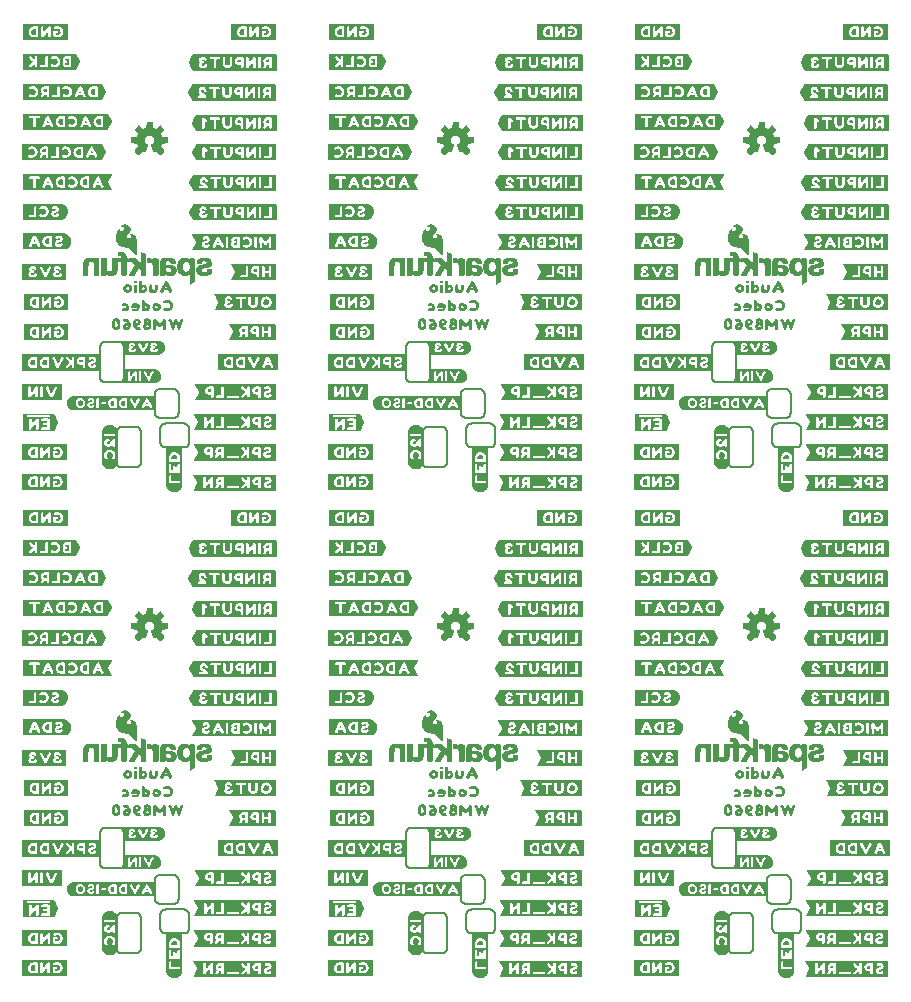
<source format=gbo>
G04 EAGLE Gerber RS-274X export*
G75*
%MOMM*%
%FSLAX34Y34*%
%LPD*%
%INSilkscreen Bottom*%
%IPPOS*%
%AMOC8*
5,1,8,0,0,1.08239X$1,22.5*%
G01*
%ADD10C,0.152400*%
%ADD11C,0.203200*%

G36*
X613137Y259760D02*
X613137Y259760D01*
X613131Y259767D01*
X613138Y259773D01*
X613138Y260173D01*
X613129Y260186D01*
X613133Y260195D01*
X610138Y266284D01*
X610138Y266861D01*
X613133Y272851D01*
X613132Y272857D01*
X613137Y272860D01*
X613131Y272867D01*
X613138Y272873D01*
X613138Y273373D01*
X613103Y273420D01*
X613095Y273415D01*
X613089Y273422D01*
X606589Y273422D01*
X606580Y273415D01*
X606578Y273415D01*
X606573Y273411D01*
X606563Y273415D01*
X606526Y273391D01*
X606508Y273398D01*
X606489Y273422D01*
X538189Y273422D01*
X538142Y273386D01*
X538144Y273383D01*
X538141Y273381D01*
X538041Y272781D01*
X538043Y272776D01*
X538040Y272773D01*
X538040Y259973D01*
X538069Y259935D01*
X538071Y259927D01*
X538571Y259727D01*
X538584Y259731D01*
X538589Y259724D01*
X613089Y259724D01*
X613137Y259760D01*
G37*
G36*
X613137Y671240D02*
X613137Y671240D01*
X613131Y671247D01*
X613138Y671253D01*
X613138Y671653D01*
X613129Y671666D01*
X613133Y671675D01*
X610138Y677764D01*
X610138Y678341D01*
X613133Y684331D01*
X613132Y684337D01*
X613137Y684340D01*
X613131Y684347D01*
X613138Y684353D01*
X613138Y684853D01*
X613103Y684900D01*
X613095Y684895D01*
X613089Y684902D01*
X606589Y684902D01*
X606580Y684895D01*
X606578Y684895D01*
X606573Y684891D01*
X606563Y684895D01*
X606526Y684871D01*
X606508Y684878D01*
X606489Y684902D01*
X538189Y684902D01*
X538142Y684866D01*
X538144Y684863D01*
X538141Y684861D01*
X538041Y684261D01*
X538043Y684256D01*
X538040Y684253D01*
X538040Y671453D01*
X538069Y671415D01*
X538071Y671407D01*
X538571Y671207D01*
X538584Y671211D01*
X538589Y671204D01*
X613089Y671204D01*
X613137Y671240D01*
G37*
G36*
X354057Y259760D02*
X354057Y259760D01*
X354051Y259767D01*
X354058Y259773D01*
X354058Y260173D01*
X354049Y260186D01*
X354053Y260195D01*
X351058Y266284D01*
X351058Y266861D01*
X354053Y272851D01*
X354052Y272857D01*
X354057Y272860D01*
X354051Y272867D01*
X354058Y272873D01*
X354058Y273373D01*
X354023Y273420D01*
X354015Y273415D01*
X354009Y273422D01*
X347509Y273422D01*
X347500Y273415D01*
X347498Y273415D01*
X347493Y273411D01*
X347483Y273415D01*
X347446Y273391D01*
X347428Y273398D01*
X347409Y273422D01*
X279109Y273422D01*
X279062Y273386D01*
X279064Y273383D01*
X279061Y273381D01*
X278961Y272781D01*
X278963Y272776D01*
X278960Y272773D01*
X278960Y259973D01*
X278989Y259935D01*
X278991Y259927D01*
X279491Y259727D01*
X279504Y259731D01*
X279509Y259724D01*
X354009Y259724D01*
X354057Y259760D01*
G37*
G36*
X94977Y259760D02*
X94977Y259760D01*
X94971Y259767D01*
X94978Y259773D01*
X94978Y260173D01*
X94969Y260186D01*
X94973Y260195D01*
X91978Y266284D01*
X91978Y266861D01*
X94973Y272851D01*
X94972Y272857D01*
X94977Y272860D01*
X94971Y272867D01*
X94978Y272873D01*
X94978Y273373D01*
X94943Y273420D01*
X94935Y273415D01*
X94929Y273422D01*
X88429Y273422D01*
X88420Y273415D01*
X88418Y273415D01*
X88413Y273411D01*
X88403Y273415D01*
X88366Y273391D01*
X88348Y273398D01*
X88329Y273422D01*
X20029Y273422D01*
X19982Y273386D01*
X19984Y273383D01*
X19981Y273381D01*
X19881Y272781D01*
X19883Y272776D01*
X19880Y272773D01*
X19880Y259973D01*
X19909Y259935D01*
X19911Y259927D01*
X20411Y259727D01*
X20424Y259731D01*
X20429Y259724D01*
X94929Y259724D01*
X94977Y259760D01*
G37*
G36*
X354057Y671240D02*
X354057Y671240D01*
X354051Y671247D01*
X354058Y671253D01*
X354058Y671653D01*
X354049Y671666D01*
X354053Y671675D01*
X351058Y677764D01*
X351058Y678341D01*
X354053Y684331D01*
X354052Y684337D01*
X354057Y684340D01*
X354051Y684347D01*
X354058Y684353D01*
X354058Y684853D01*
X354023Y684900D01*
X354015Y684895D01*
X354009Y684902D01*
X347509Y684902D01*
X347500Y684895D01*
X347498Y684895D01*
X347493Y684891D01*
X347483Y684895D01*
X347446Y684871D01*
X347428Y684878D01*
X347409Y684902D01*
X279109Y684902D01*
X279062Y684866D01*
X279064Y684863D01*
X279061Y684861D01*
X278961Y684261D01*
X278963Y684256D01*
X278960Y684253D01*
X278960Y671453D01*
X278989Y671415D01*
X278991Y671407D01*
X279491Y671207D01*
X279504Y671211D01*
X279509Y671204D01*
X354009Y671204D01*
X354057Y671240D01*
G37*
G36*
X94977Y671240D02*
X94977Y671240D01*
X94971Y671247D01*
X94978Y671253D01*
X94978Y671653D01*
X94969Y671666D01*
X94973Y671675D01*
X91978Y677764D01*
X91978Y678341D01*
X94973Y684331D01*
X94972Y684337D01*
X94977Y684340D01*
X94971Y684347D01*
X94978Y684353D01*
X94978Y684853D01*
X94943Y684900D01*
X94935Y684895D01*
X94929Y684902D01*
X88429Y684902D01*
X88420Y684895D01*
X88418Y684895D01*
X88413Y684891D01*
X88403Y684895D01*
X88366Y684871D01*
X88348Y684878D01*
X88329Y684902D01*
X20029Y684902D01*
X19982Y684866D01*
X19984Y684863D01*
X19981Y684861D01*
X19881Y684261D01*
X19883Y684256D01*
X19880Y684253D01*
X19880Y671453D01*
X19909Y671415D01*
X19911Y671407D01*
X20411Y671207D01*
X20424Y671211D01*
X20429Y671204D01*
X94929Y671204D01*
X94977Y671240D01*
G37*
G36*
X350580Y722350D02*
X350580Y722350D01*
X350593Y722348D01*
X350993Y722748D01*
X350995Y722760D01*
X351002Y722761D01*
X354102Y728861D01*
X354101Y728867D01*
X354106Y728871D01*
X354101Y728878D01*
X354108Y728883D01*
X354108Y729483D01*
X354098Y729496D01*
X354102Y729505D01*
X351102Y735505D01*
X351096Y735509D01*
X351097Y735514D01*
X350697Y736014D01*
X350667Y736022D01*
X350664Y736025D01*
X350658Y736032D01*
X347458Y736032D01*
X347426Y736008D01*
X347415Y736006D01*
X347400Y735978D01*
X347391Y736020D01*
X347371Y736016D01*
X347358Y736032D01*
X279058Y736032D01*
X279011Y735997D01*
X279014Y735993D01*
X279010Y735991D01*
X278910Y735391D01*
X278913Y735386D01*
X278909Y735383D01*
X278909Y722583D01*
X278938Y722545D01*
X278940Y722537D01*
X279440Y722337D01*
X279453Y722341D01*
X279458Y722334D01*
X350558Y722334D01*
X350580Y722350D01*
G37*
G36*
X609660Y722350D02*
X609660Y722350D01*
X609673Y722348D01*
X610073Y722748D01*
X610075Y722760D01*
X610082Y722761D01*
X613182Y728861D01*
X613181Y728867D01*
X613186Y728871D01*
X613181Y728878D01*
X613188Y728883D01*
X613188Y729483D01*
X613178Y729496D01*
X613182Y729505D01*
X610182Y735505D01*
X610176Y735509D01*
X610177Y735514D01*
X609777Y736014D01*
X609747Y736022D01*
X609744Y736025D01*
X609738Y736032D01*
X606538Y736032D01*
X606506Y736008D01*
X606495Y736006D01*
X606480Y735978D01*
X606471Y736020D01*
X606451Y736016D01*
X606438Y736032D01*
X538138Y736032D01*
X538091Y735997D01*
X538094Y735993D01*
X538090Y735991D01*
X537990Y735391D01*
X537993Y735386D01*
X537989Y735383D01*
X537989Y722583D01*
X538018Y722545D01*
X538020Y722537D01*
X538520Y722337D01*
X538533Y722341D01*
X538538Y722334D01*
X609638Y722334D01*
X609660Y722350D01*
G37*
G36*
X350580Y310870D02*
X350580Y310870D01*
X350593Y310868D01*
X350993Y311268D01*
X350995Y311280D01*
X351002Y311281D01*
X354102Y317381D01*
X354101Y317387D01*
X354106Y317391D01*
X354101Y317398D01*
X354108Y317403D01*
X354108Y318003D01*
X354098Y318016D01*
X354102Y318025D01*
X351102Y324025D01*
X351096Y324029D01*
X351097Y324034D01*
X350697Y324534D01*
X350667Y324542D01*
X350664Y324545D01*
X350658Y324552D01*
X347458Y324552D01*
X347426Y324528D01*
X347415Y324526D01*
X347400Y324498D01*
X347391Y324540D01*
X347371Y324536D01*
X347358Y324552D01*
X279058Y324552D01*
X279011Y324517D01*
X279014Y324513D01*
X279010Y324511D01*
X278910Y323911D01*
X278913Y323906D01*
X278909Y323903D01*
X278909Y311103D01*
X278938Y311065D01*
X278940Y311057D01*
X279440Y310857D01*
X279453Y310861D01*
X279458Y310854D01*
X350558Y310854D01*
X350580Y310870D01*
G37*
G36*
X91500Y722350D02*
X91500Y722350D01*
X91513Y722348D01*
X91913Y722748D01*
X91915Y722760D01*
X91922Y722761D01*
X95022Y728861D01*
X95021Y728867D01*
X95026Y728871D01*
X95021Y728878D01*
X95028Y728883D01*
X95028Y729483D01*
X95018Y729496D01*
X95022Y729505D01*
X92022Y735505D01*
X92016Y735509D01*
X92017Y735514D01*
X91617Y736014D01*
X91587Y736022D01*
X91584Y736025D01*
X91578Y736032D01*
X88378Y736032D01*
X88346Y736008D01*
X88335Y736006D01*
X88320Y735978D01*
X88311Y736020D01*
X88291Y736016D01*
X88278Y736032D01*
X19978Y736032D01*
X19931Y735997D01*
X19934Y735993D01*
X19930Y735991D01*
X19830Y735391D01*
X19833Y735386D01*
X19829Y735383D01*
X19829Y722583D01*
X19858Y722545D01*
X19860Y722537D01*
X20360Y722337D01*
X20373Y722341D01*
X20378Y722334D01*
X91478Y722334D01*
X91500Y722350D01*
G37*
G36*
X91500Y310870D02*
X91500Y310870D01*
X91513Y310868D01*
X91913Y311268D01*
X91915Y311280D01*
X91922Y311281D01*
X95022Y317381D01*
X95021Y317387D01*
X95026Y317391D01*
X95021Y317398D01*
X95028Y317403D01*
X95028Y318003D01*
X95018Y318016D01*
X95022Y318025D01*
X92022Y324025D01*
X92016Y324029D01*
X92017Y324034D01*
X91617Y324534D01*
X91587Y324542D01*
X91584Y324545D01*
X91578Y324552D01*
X88378Y324552D01*
X88346Y324528D01*
X88335Y324526D01*
X88320Y324498D01*
X88311Y324540D01*
X88291Y324536D01*
X88278Y324552D01*
X19978Y324552D01*
X19931Y324517D01*
X19934Y324513D01*
X19930Y324511D01*
X19830Y323911D01*
X19833Y323906D01*
X19829Y323903D01*
X19829Y311103D01*
X19858Y311065D01*
X19860Y311057D01*
X20360Y310857D01*
X20373Y310861D01*
X20378Y310854D01*
X91478Y310854D01*
X91500Y310870D01*
G37*
G36*
X609660Y310870D02*
X609660Y310870D01*
X609673Y310868D01*
X610073Y311268D01*
X610075Y311280D01*
X610082Y311281D01*
X613182Y317381D01*
X613181Y317387D01*
X613186Y317391D01*
X613181Y317398D01*
X613188Y317403D01*
X613188Y318003D01*
X613178Y318016D01*
X613182Y318025D01*
X610182Y324025D01*
X610176Y324029D01*
X610177Y324034D01*
X609777Y324534D01*
X609747Y324542D01*
X609744Y324545D01*
X609738Y324552D01*
X606538Y324552D01*
X606506Y324528D01*
X606495Y324526D01*
X606480Y324498D01*
X606471Y324540D01*
X606451Y324536D01*
X606438Y324552D01*
X538138Y324552D01*
X538091Y324517D01*
X538094Y324513D01*
X538090Y324511D01*
X537990Y323911D01*
X537993Y323906D01*
X537989Y323903D01*
X537989Y311103D01*
X538018Y311065D01*
X538020Y311057D01*
X538520Y310857D01*
X538533Y310861D01*
X538538Y310854D01*
X609638Y310854D01*
X609660Y310870D01*
G37*
G36*
X234225Y335604D02*
X234225Y335604D01*
X234222Y335608D01*
X234226Y335610D01*
X234326Y336310D01*
X234323Y336315D01*
X234326Y336317D01*
X234326Y349117D01*
X234291Y349165D01*
X234287Y349162D01*
X234284Y349166D01*
X233584Y349266D01*
X233580Y349264D01*
X233577Y349267D01*
X163177Y349267D01*
X163159Y349253D01*
X163146Y349256D01*
X162646Y348856D01*
X162643Y348841D01*
X162633Y348839D01*
X159633Y342739D01*
X159635Y342727D01*
X159630Y342723D01*
X159632Y342720D01*
X159628Y342717D01*
X159628Y342117D01*
X159638Y342105D01*
X159633Y342095D01*
X162633Y336095D01*
X162640Y336092D01*
X162639Y336087D01*
X163039Y335587D01*
X163069Y335579D01*
X163077Y335568D01*
X234177Y335568D01*
X234225Y335604D01*
G37*
G36*
X752385Y747084D02*
X752385Y747084D01*
X752382Y747088D01*
X752386Y747090D01*
X752486Y747790D01*
X752483Y747795D01*
X752486Y747797D01*
X752486Y760597D01*
X752451Y760645D01*
X752447Y760642D01*
X752444Y760646D01*
X751744Y760746D01*
X751740Y760744D01*
X751737Y760747D01*
X681337Y760747D01*
X681319Y760733D01*
X681306Y760736D01*
X680806Y760336D01*
X680803Y760321D01*
X680793Y760319D01*
X677793Y754219D01*
X677795Y754207D01*
X677790Y754203D01*
X677792Y754200D01*
X677788Y754197D01*
X677788Y753597D01*
X677798Y753585D01*
X677793Y753575D01*
X680793Y747575D01*
X680800Y747572D01*
X680799Y747567D01*
X681199Y747067D01*
X681229Y747059D01*
X681237Y747048D01*
X752337Y747048D01*
X752385Y747084D01*
G37*
G36*
X234225Y747084D02*
X234225Y747084D01*
X234222Y747088D01*
X234226Y747090D01*
X234326Y747790D01*
X234323Y747795D01*
X234326Y747797D01*
X234326Y760597D01*
X234291Y760645D01*
X234287Y760642D01*
X234284Y760646D01*
X233584Y760746D01*
X233580Y760744D01*
X233577Y760747D01*
X163177Y760747D01*
X163159Y760733D01*
X163146Y760736D01*
X162646Y760336D01*
X162643Y760321D01*
X162633Y760319D01*
X159633Y754219D01*
X159635Y754207D01*
X159630Y754203D01*
X159632Y754200D01*
X159628Y754197D01*
X159628Y753597D01*
X159638Y753585D01*
X159633Y753575D01*
X162633Y747575D01*
X162640Y747572D01*
X162639Y747567D01*
X163039Y747067D01*
X163069Y747059D01*
X163077Y747048D01*
X234177Y747048D01*
X234225Y747084D01*
G37*
G36*
X493305Y747084D02*
X493305Y747084D01*
X493302Y747088D01*
X493306Y747090D01*
X493406Y747790D01*
X493403Y747795D01*
X493406Y747797D01*
X493406Y760597D01*
X493371Y760645D01*
X493367Y760642D01*
X493364Y760646D01*
X492664Y760746D01*
X492660Y760744D01*
X492657Y760747D01*
X422257Y760747D01*
X422239Y760733D01*
X422226Y760736D01*
X421726Y760336D01*
X421723Y760321D01*
X421713Y760319D01*
X418713Y754219D01*
X418715Y754207D01*
X418710Y754203D01*
X418712Y754200D01*
X418708Y754197D01*
X418708Y753597D01*
X418718Y753585D01*
X418713Y753575D01*
X421713Y747575D01*
X421720Y747572D01*
X421719Y747567D01*
X422119Y747067D01*
X422149Y747059D01*
X422157Y747048D01*
X493257Y747048D01*
X493305Y747084D01*
G37*
G36*
X752385Y335604D02*
X752385Y335604D01*
X752382Y335608D01*
X752386Y335610D01*
X752486Y336310D01*
X752483Y336315D01*
X752486Y336317D01*
X752486Y349117D01*
X752451Y349165D01*
X752447Y349162D01*
X752444Y349166D01*
X751744Y349266D01*
X751740Y349264D01*
X751737Y349267D01*
X681337Y349267D01*
X681319Y349253D01*
X681306Y349256D01*
X680806Y348856D01*
X680803Y348841D01*
X680793Y348839D01*
X677793Y342739D01*
X677795Y342727D01*
X677790Y342723D01*
X677792Y342720D01*
X677788Y342717D01*
X677788Y342117D01*
X677798Y342105D01*
X677793Y342095D01*
X680793Y336095D01*
X680800Y336092D01*
X680799Y336087D01*
X681199Y335587D01*
X681229Y335579D01*
X681237Y335568D01*
X752337Y335568D01*
X752385Y335604D01*
G37*
G36*
X493305Y335604D02*
X493305Y335604D01*
X493302Y335608D01*
X493306Y335610D01*
X493406Y336310D01*
X493403Y336315D01*
X493406Y336317D01*
X493406Y349117D01*
X493371Y349165D01*
X493367Y349162D01*
X493364Y349166D01*
X492664Y349266D01*
X492660Y349264D01*
X492657Y349267D01*
X422257Y349267D01*
X422239Y349253D01*
X422226Y349256D01*
X421726Y348856D01*
X421723Y348841D01*
X421713Y348839D01*
X418713Y342739D01*
X418715Y342727D01*
X418710Y342723D01*
X418712Y342720D01*
X418708Y342717D01*
X418708Y342117D01*
X418718Y342105D01*
X418713Y342095D01*
X421713Y336095D01*
X421720Y336092D01*
X421719Y336087D01*
X422119Y335587D01*
X422149Y335579D01*
X422157Y335568D01*
X493257Y335568D01*
X493305Y335604D01*
G37*
G36*
X234462Y360988D02*
X234462Y360988D01*
X234475Y360988D01*
X234775Y361388D01*
X234775Y361395D01*
X234779Y361398D01*
X234775Y361403D01*
X234775Y361410D01*
X234785Y361417D01*
X234785Y374317D01*
X234766Y374343D01*
X234766Y374357D01*
X234366Y374657D01*
X234348Y374657D01*
X234345Y374660D01*
X234341Y374660D01*
X234336Y374667D01*
X163536Y374667D01*
X163503Y374641D01*
X163492Y374639D01*
X163192Y374039D01*
X160192Y367939D01*
X160194Y367928D01*
X160190Y367926D01*
X160196Y367918D01*
X160197Y367913D01*
X160189Y367902D01*
X160389Y367302D01*
X160394Y367299D01*
X160392Y367295D01*
X163392Y361295D01*
X163409Y361287D01*
X163411Y361275D01*
X163911Y360975D01*
X163929Y360977D01*
X163936Y360968D01*
X234436Y360968D01*
X234462Y360988D01*
G37*
G36*
X234462Y772468D02*
X234462Y772468D01*
X234475Y772468D01*
X234775Y772868D01*
X234775Y772875D01*
X234779Y772878D01*
X234775Y772883D01*
X234775Y772890D01*
X234785Y772897D01*
X234785Y785797D01*
X234766Y785823D01*
X234766Y785837D01*
X234366Y786137D01*
X234348Y786137D01*
X234345Y786140D01*
X234341Y786140D01*
X234336Y786147D01*
X163536Y786147D01*
X163503Y786121D01*
X163492Y786119D01*
X163192Y785519D01*
X160192Y779419D01*
X160194Y779408D01*
X160190Y779406D01*
X160196Y779398D01*
X160197Y779393D01*
X160189Y779382D01*
X160389Y778782D01*
X160394Y778779D01*
X160392Y778775D01*
X163392Y772775D01*
X163409Y772767D01*
X163411Y772755D01*
X163911Y772455D01*
X163929Y772457D01*
X163936Y772448D01*
X234436Y772448D01*
X234462Y772468D01*
G37*
G36*
X752622Y772468D02*
X752622Y772468D01*
X752635Y772468D01*
X752935Y772868D01*
X752935Y772875D01*
X752939Y772878D01*
X752935Y772883D01*
X752935Y772890D01*
X752945Y772897D01*
X752945Y785797D01*
X752926Y785823D01*
X752926Y785837D01*
X752526Y786137D01*
X752508Y786137D01*
X752505Y786140D01*
X752501Y786140D01*
X752496Y786147D01*
X681696Y786147D01*
X681663Y786121D01*
X681652Y786119D01*
X681352Y785519D01*
X678352Y779419D01*
X678354Y779408D01*
X678350Y779406D01*
X678356Y779398D01*
X678357Y779393D01*
X678349Y779382D01*
X678549Y778782D01*
X678554Y778779D01*
X678552Y778775D01*
X681552Y772775D01*
X681569Y772767D01*
X681571Y772755D01*
X682071Y772455D01*
X682089Y772457D01*
X682096Y772448D01*
X752596Y772448D01*
X752622Y772468D01*
G37*
G36*
X752622Y360988D02*
X752622Y360988D01*
X752635Y360988D01*
X752935Y361388D01*
X752935Y361395D01*
X752939Y361398D01*
X752935Y361403D01*
X752935Y361410D01*
X752945Y361417D01*
X752945Y374317D01*
X752926Y374343D01*
X752926Y374357D01*
X752526Y374657D01*
X752508Y374657D01*
X752505Y374660D01*
X752501Y374660D01*
X752496Y374667D01*
X681696Y374667D01*
X681663Y374641D01*
X681652Y374639D01*
X681352Y374039D01*
X678352Y367939D01*
X678354Y367928D01*
X678350Y367926D01*
X678356Y367918D01*
X678357Y367913D01*
X678349Y367902D01*
X678549Y367302D01*
X678554Y367299D01*
X678552Y367295D01*
X681552Y361295D01*
X681569Y361287D01*
X681571Y361275D01*
X682071Y360975D01*
X682089Y360977D01*
X682096Y360968D01*
X752596Y360968D01*
X752622Y360988D01*
G37*
G36*
X493542Y360988D02*
X493542Y360988D01*
X493555Y360988D01*
X493855Y361388D01*
X493855Y361395D01*
X493859Y361398D01*
X493855Y361403D01*
X493855Y361410D01*
X493865Y361417D01*
X493865Y374317D01*
X493846Y374343D01*
X493846Y374357D01*
X493446Y374657D01*
X493428Y374657D01*
X493425Y374660D01*
X493421Y374660D01*
X493416Y374667D01*
X422616Y374667D01*
X422583Y374641D01*
X422572Y374639D01*
X422272Y374039D01*
X419272Y367939D01*
X419274Y367928D01*
X419270Y367926D01*
X419276Y367918D01*
X419277Y367913D01*
X419269Y367902D01*
X419469Y367302D01*
X419474Y367299D01*
X419472Y367295D01*
X422472Y361295D01*
X422489Y361287D01*
X422491Y361275D01*
X422991Y360975D01*
X423009Y360977D01*
X423016Y360968D01*
X493516Y360968D01*
X493542Y360988D01*
G37*
G36*
X493542Y772468D02*
X493542Y772468D01*
X493555Y772468D01*
X493855Y772868D01*
X493855Y772875D01*
X493859Y772878D01*
X493855Y772883D01*
X493855Y772890D01*
X493865Y772897D01*
X493865Y785797D01*
X493846Y785823D01*
X493846Y785837D01*
X493446Y786137D01*
X493428Y786137D01*
X493425Y786140D01*
X493421Y786140D01*
X493416Y786147D01*
X422616Y786147D01*
X422583Y786121D01*
X422572Y786119D01*
X422272Y785519D01*
X419272Y779419D01*
X419274Y779408D01*
X419270Y779406D01*
X419276Y779398D01*
X419277Y779393D01*
X419269Y779382D01*
X419469Y778782D01*
X419474Y778779D01*
X419472Y778775D01*
X422472Y772775D01*
X422489Y772767D01*
X422491Y772755D01*
X422991Y772455D01*
X423009Y772457D01*
X423016Y772448D01*
X493516Y772448D01*
X493542Y772468D01*
G37*
G36*
X233866Y670725D02*
X233866Y670725D01*
X233870Y670722D01*
X234470Y670822D01*
X234510Y670865D01*
X234507Y670868D01*
X234511Y670870D01*
X234511Y683770D01*
X234507Y683775D01*
X234510Y683778D01*
X234410Y684378D01*
X234367Y684419D01*
X234364Y684416D01*
X234361Y684420D01*
X164061Y684420D01*
X164037Y684401D01*
X164023Y684401D01*
X163623Y683901D01*
X163623Y683894D01*
X163618Y683893D01*
X160518Y677893D01*
X160520Y677879D01*
X160515Y677876D01*
X160520Y677870D01*
X160513Y677862D01*
X160613Y677262D01*
X160620Y677255D01*
X160617Y677249D01*
X163617Y671149D01*
X163628Y671143D01*
X163627Y671136D01*
X164027Y670736D01*
X164053Y670732D01*
X164061Y670721D01*
X233861Y670721D01*
X233866Y670725D01*
G37*
G36*
X752026Y670725D02*
X752026Y670725D01*
X752030Y670722D01*
X752630Y670822D01*
X752670Y670865D01*
X752667Y670868D01*
X752671Y670870D01*
X752671Y683770D01*
X752667Y683775D01*
X752670Y683778D01*
X752570Y684378D01*
X752527Y684419D01*
X752524Y684416D01*
X752521Y684420D01*
X682221Y684420D01*
X682197Y684401D01*
X682183Y684401D01*
X681783Y683901D01*
X681783Y683894D01*
X681778Y683893D01*
X678678Y677893D01*
X678680Y677879D01*
X678675Y677876D01*
X678680Y677870D01*
X678673Y677862D01*
X678773Y677262D01*
X678780Y677255D01*
X678777Y677249D01*
X681777Y671149D01*
X681788Y671143D01*
X681787Y671136D01*
X682187Y670736D01*
X682213Y670732D01*
X682221Y670721D01*
X752021Y670721D01*
X752026Y670725D01*
G37*
G36*
X492946Y259245D02*
X492946Y259245D01*
X492950Y259242D01*
X493550Y259342D01*
X493590Y259385D01*
X493587Y259388D01*
X493591Y259390D01*
X493591Y272290D01*
X493587Y272295D01*
X493590Y272298D01*
X493490Y272898D01*
X493447Y272939D01*
X493444Y272936D01*
X493441Y272940D01*
X423141Y272940D01*
X423117Y272921D01*
X423103Y272921D01*
X422703Y272421D01*
X422703Y272414D01*
X422698Y272413D01*
X419598Y266413D01*
X419600Y266399D01*
X419595Y266396D01*
X419600Y266390D01*
X419593Y266382D01*
X419693Y265782D01*
X419700Y265775D01*
X419697Y265769D01*
X422697Y259669D01*
X422708Y259663D01*
X422707Y259656D01*
X423107Y259256D01*
X423133Y259252D01*
X423141Y259241D01*
X492941Y259241D01*
X492946Y259245D01*
G37*
G36*
X752026Y259245D02*
X752026Y259245D01*
X752030Y259242D01*
X752630Y259342D01*
X752670Y259385D01*
X752667Y259388D01*
X752671Y259390D01*
X752671Y272290D01*
X752667Y272295D01*
X752670Y272298D01*
X752570Y272898D01*
X752527Y272939D01*
X752524Y272936D01*
X752521Y272940D01*
X682221Y272940D01*
X682197Y272921D01*
X682183Y272921D01*
X681783Y272421D01*
X681783Y272414D01*
X681778Y272413D01*
X678678Y266413D01*
X678680Y266399D01*
X678675Y266396D01*
X678680Y266390D01*
X678673Y266382D01*
X678773Y265782D01*
X678780Y265775D01*
X678777Y265769D01*
X681777Y259669D01*
X681788Y259663D01*
X681787Y259656D01*
X682187Y259256D01*
X682213Y259252D01*
X682221Y259241D01*
X752021Y259241D01*
X752026Y259245D01*
G37*
G36*
X233866Y259245D02*
X233866Y259245D01*
X233870Y259242D01*
X234470Y259342D01*
X234510Y259385D01*
X234507Y259388D01*
X234511Y259390D01*
X234511Y272290D01*
X234507Y272295D01*
X234510Y272298D01*
X234410Y272898D01*
X234367Y272939D01*
X234364Y272936D01*
X234361Y272940D01*
X164061Y272940D01*
X164037Y272921D01*
X164023Y272921D01*
X163623Y272421D01*
X163623Y272414D01*
X163618Y272413D01*
X160518Y266413D01*
X160520Y266399D01*
X160515Y266396D01*
X160520Y266390D01*
X160513Y266382D01*
X160613Y265782D01*
X160620Y265775D01*
X160617Y265769D01*
X163617Y259669D01*
X163628Y259663D01*
X163627Y259656D01*
X164027Y259256D01*
X164053Y259252D01*
X164061Y259241D01*
X233861Y259241D01*
X233866Y259245D01*
G37*
G36*
X492946Y670725D02*
X492946Y670725D01*
X492950Y670722D01*
X493550Y670822D01*
X493590Y670865D01*
X493587Y670868D01*
X493591Y670870D01*
X493591Y683770D01*
X493587Y683775D01*
X493590Y683778D01*
X493490Y684378D01*
X493447Y684419D01*
X493444Y684416D01*
X493441Y684420D01*
X423141Y684420D01*
X423117Y684401D01*
X423103Y684401D01*
X422703Y683901D01*
X422703Y683894D01*
X422698Y683893D01*
X419598Y677893D01*
X419600Y677879D01*
X419595Y677876D01*
X419600Y677870D01*
X419593Y677862D01*
X419693Y677262D01*
X419700Y677255D01*
X419697Y677249D01*
X422697Y671149D01*
X422708Y671143D01*
X422707Y671136D01*
X423107Y670736D01*
X423133Y670732D01*
X423141Y670721D01*
X492941Y670721D01*
X492946Y670725D01*
G37*
G36*
X493184Y645563D02*
X493184Y645563D01*
X493196Y645560D01*
X493596Y645860D01*
X493601Y645876D01*
X493608Y645881D01*
X493604Y645887D01*
X493605Y645891D01*
X493616Y645899D01*
X493616Y658799D01*
X493603Y658817D01*
X493606Y658829D01*
X493306Y659229D01*
X493275Y659238D01*
X493267Y659248D01*
X423067Y659248D01*
X423034Y659223D01*
X423023Y659221D01*
X422723Y658621D01*
X419623Y652622D01*
X419625Y652609D01*
X419622Y652606D01*
X419627Y652599D01*
X419628Y652595D01*
X419620Y652583D01*
X419820Y651983D01*
X419824Y651981D01*
X419823Y651977D01*
X422823Y645877D01*
X422840Y645868D01*
X422841Y645857D01*
X423341Y645557D01*
X423360Y645559D01*
X423367Y645550D01*
X493167Y645550D01*
X493184Y645563D01*
G37*
G36*
X234104Y234083D02*
X234104Y234083D01*
X234116Y234080D01*
X234516Y234380D01*
X234521Y234396D01*
X234528Y234401D01*
X234524Y234407D01*
X234525Y234411D01*
X234536Y234419D01*
X234536Y247319D01*
X234523Y247337D01*
X234526Y247349D01*
X234226Y247749D01*
X234195Y247758D01*
X234187Y247768D01*
X163987Y247768D01*
X163954Y247743D01*
X163943Y247741D01*
X163643Y247141D01*
X160543Y241142D01*
X160545Y241129D01*
X160542Y241126D01*
X160547Y241119D01*
X160548Y241115D01*
X160540Y241103D01*
X160740Y240503D01*
X160744Y240501D01*
X160743Y240497D01*
X163743Y234397D01*
X163760Y234388D01*
X163761Y234377D01*
X164261Y234077D01*
X164280Y234079D01*
X164287Y234070D01*
X234087Y234070D01*
X234104Y234083D01*
G37*
G36*
X752264Y234083D02*
X752264Y234083D01*
X752276Y234080D01*
X752676Y234380D01*
X752681Y234396D01*
X752688Y234401D01*
X752684Y234407D01*
X752685Y234411D01*
X752696Y234419D01*
X752696Y247319D01*
X752683Y247337D01*
X752686Y247349D01*
X752386Y247749D01*
X752355Y247758D01*
X752347Y247768D01*
X682147Y247768D01*
X682114Y247743D01*
X682103Y247741D01*
X681803Y247141D01*
X678703Y241142D01*
X678705Y241129D01*
X678702Y241126D01*
X678707Y241119D01*
X678708Y241115D01*
X678700Y241103D01*
X678900Y240503D01*
X678904Y240501D01*
X678903Y240497D01*
X681903Y234397D01*
X681920Y234388D01*
X681921Y234377D01*
X682421Y234077D01*
X682440Y234079D01*
X682447Y234070D01*
X752247Y234070D01*
X752264Y234083D01*
G37*
G36*
X234104Y645563D02*
X234104Y645563D01*
X234116Y645560D01*
X234516Y645860D01*
X234521Y645876D01*
X234528Y645881D01*
X234524Y645887D01*
X234525Y645891D01*
X234536Y645899D01*
X234536Y658799D01*
X234523Y658817D01*
X234526Y658829D01*
X234226Y659229D01*
X234195Y659238D01*
X234187Y659248D01*
X163987Y659248D01*
X163954Y659223D01*
X163943Y659221D01*
X163643Y658621D01*
X160543Y652622D01*
X160545Y652609D01*
X160542Y652606D01*
X160547Y652599D01*
X160548Y652595D01*
X160540Y652583D01*
X160740Y651983D01*
X160744Y651981D01*
X160743Y651977D01*
X163743Y645877D01*
X163760Y645868D01*
X163761Y645857D01*
X164261Y645557D01*
X164280Y645559D01*
X164287Y645550D01*
X234087Y645550D01*
X234104Y645563D01*
G37*
G36*
X493184Y234083D02*
X493184Y234083D01*
X493196Y234080D01*
X493596Y234380D01*
X493601Y234396D01*
X493608Y234401D01*
X493604Y234407D01*
X493605Y234411D01*
X493616Y234419D01*
X493616Y247319D01*
X493603Y247337D01*
X493606Y247349D01*
X493306Y247749D01*
X493275Y247758D01*
X493267Y247768D01*
X423067Y247768D01*
X423034Y247743D01*
X423023Y247741D01*
X422723Y247141D01*
X419623Y241142D01*
X419625Y241129D01*
X419622Y241126D01*
X419627Y241119D01*
X419628Y241115D01*
X419620Y241103D01*
X419820Y240503D01*
X419824Y240501D01*
X419823Y240497D01*
X422823Y234397D01*
X422840Y234388D01*
X422841Y234377D01*
X423341Y234077D01*
X423360Y234079D01*
X423367Y234070D01*
X493167Y234070D01*
X493184Y234083D01*
G37*
G36*
X752264Y645563D02*
X752264Y645563D01*
X752276Y645560D01*
X752676Y645860D01*
X752681Y645876D01*
X752688Y645881D01*
X752684Y645887D01*
X752685Y645891D01*
X752696Y645899D01*
X752696Y658799D01*
X752683Y658817D01*
X752686Y658829D01*
X752386Y659229D01*
X752355Y659238D01*
X752347Y659248D01*
X682147Y659248D01*
X682114Y659223D01*
X682103Y659221D01*
X681803Y658621D01*
X678703Y652622D01*
X678705Y652609D01*
X678702Y652606D01*
X678707Y652599D01*
X678708Y652595D01*
X678700Y652583D01*
X678900Y651983D01*
X678904Y651981D01*
X678903Y651977D01*
X681903Y645877D01*
X681920Y645868D01*
X681921Y645857D01*
X682421Y645557D01*
X682440Y645559D01*
X682447Y645550D01*
X752247Y645550D01*
X752264Y645563D01*
G37*
G36*
X234439Y309762D02*
X234439Y309762D01*
X234450Y309764D01*
X234650Y310164D01*
X234650Y310166D01*
X234649Y310168D01*
X234647Y310179D01*
X234655Y310186D01*
X234655Y323086D01*
X234636Y323111D01*
X234636Y323125D01*
X234236Y323425D01*
X234218Y323425D01*
X234215Y323428D01*
X234211Y323428D01*
X234206Y323435D01*
X231306Y323435D01*
X231275Y323411D01*
X231263Y323409D01*
X231247Y323381D01*
X231246Y323382D01*
X231241Y323421D01*
X231219Y323418D01*
X231206Y323435D01*
X166206Y323435D01*
X166173Y323410D01*
X166162Y323408D01*
X165862Y322808D01*
X162762Y316708D01*
X162764Y316697D01*
X162760Y316694D01*
X162766Y316686D01*
X162767Y316681D01*
X162759Y316670D01*
X162959Y316070D01*
X162964Y316067D01*
X162962Y316064D01*
X165962Y310064D01*
X165982Y310054D01*
X165984Y310042D01*
X166584Y309742D01*
X166600Y309745D01*
X166606Y309736D01*
X234406Y309736D01*
X234439Y309762D01*
G37*
G36*
X752599Y721242D02*
X752599Y721242D01*
X752610Y721244D01*
X752810Y721644D01*
X752810Y721646D01*
X752809Y721648D01*
X752807Y721659D01*
X752815Y721666D01*
X752815Y734566D01*
X752796Y734591D01*
X752796Y734605D01*
X752396Y734905D01*
X752378Y734905D01*
X752375Y734908D01*
X752371Y734908D01*
X752366Y734915D01*
X749466Y734915D01*
X749435Y734891D01*
X749423Y734889D01*
X749407Y734861D01*
X749406Y734862D01*
X749401Y734901D01*
X749379Y734898D01*
X749366Y734915D01*
X684366Y734915D01*
X684333Y734890D01*
X684322Y734888D01*
X684022Y734288D01*
X680922Y728188D01*
X680924Y728177D01*
X680920Y728174D01*
X680926Y728166D01*
X680927Y728161D01*
X680919Y728150D01*
X681119Y727550D01*
X681124Y727547D01*
X681122Y727544D01*
X684122Y721544D01*
X684142Y721534D01*
X684144Y721522D01*
X684744Y721222D01*
X684760Y721225D01*
X684766Y721216D01*
X752566Y721216D01*
X752599Y721242D01*
G37*
G36*
X493519Y309762D02*
X493519Y309762D01*
X493530Y309764D01*
X493730Y310164D01*
X493730Y310166D01*
X493729Y310168D01*
X493727Y310179D01*
X493735Y310186D01*
X493735Y323086D01*
X493716Y323111D01*
X493716Y323125D01*
X493316Y323425D01*
X493298Y323425D01*
X493295Y323428D01*
X493291Y323428D01*
X493286Y323435D01*
X490386Y323435D01*
X490355Y323411D01*
X490343Y323409D01*
X490327Y323381D01*
X490326Y323382D01*
X490321Y323421D01*
X490299Y323418D01*
X490286Y323435D01*
X425286Y323435D01*
X425253Y323410D01*
X425242Y323408D01*
X424942Y322808D01*
X421842Y316708D01*
X421844Y316697D01*
X421840Y316694D01*
X421846Y316686D01*
X421847Y316681D01*
X421839Y316670D01*
X422039Y316070D01*
X422044Y316067D01*
X422042Y316064D01*
X425042Y310064D01*
X425062Y310054D01*
X425064Y310042D01*
X425664Y309742D01*
X425680Y309745D01*
X425686Y309736D01*
X493486Y309736D01*
X493519Y309762D01*
G37*
G36*
X493519Y721242D02*
X493519Y721242D01*
X493530Y721244D01*
X493730Y721644D01*
X493730Y721646D01*
X493729Y721648D01*
X493727Y721659D01*
X493735Y721666D01*
X493735Y734566D01*
X493716Y734591D01*
X493716Y734605D01*
X493316Y734905D01*
X493298Y734905D01*
X493295Y734908D01*
X493291Y734908D01*
X493286Y734915D01*
X490386Y734915D01*
X490355Y734891D01*
X490343Y734889D01*
X490327Y734861D01*
X490326Y734862D01*
X490321Y734901D01*
X490299Y734898D01*
X490286Y734915D01*
X425286Y734915D01*
X425253Y734890D01*
X425242Y734888D01*
X424942Y734288D01*
X421842Y728188D01*
X421844Y728177D01*
X421840Y728174D01*
X421846Y728166D01*
X421847Y728161D01*
X421839Y728150D01*
X422039Y727550D01*
X422044Y727547D01*
X422042Y727544D01*
X425042Y721544D01*
X425062Y721534D01*
X425064Y721522D01*
X425664Y721222D01*
X425680Y721225D01*
X425686Y721216D01*
X493486Y721216D01*
X493519Y721242D01*
G37*
G36*
X752599Y309762D02*
X752599Y309762D01*
X752610Y309764D01*
X752810Y310164D01*
X752810Y310166D01*
X752809Y310168D01*
X752807Y310179D01*
X752815Y310186D01*
X752815Y323086D01*
X752796Y323111D01*
X752796Y323125D01*
X752396Y323425D01*
X752378Y323425D01*
X752375Y323428D01*
X752371Y323428D01*
X752366Y323435D01*
X749466Y323435D01*
X749435Y323411D01*
X749423Y323409D01*
X749407Y323381D01*
X749406Y323382D01*
X749401Y323421D01*
X749379Y323418D01*
X749366Y323435D01*
X684366Y323435D01*
X684333Y323410D01*
X684322Y323408D01*
X684022Y322808D01*
X680922Y316708D01*
X680924Y316697D01*
X680920Y316694D01*
X680926Y316686D01*
X680927Y316681D01*
X680919Y316670D01*
X681119Y316070D01*
X681124Y316067D01*
X681122Y316064D01*
X684122Y310064D01*
X684142Y310054D01*
X684144Y310042D01*
X684744Y309742D01*
X684760Y309745D01*
X684766Y309736D01*
X752566Y309736D01*
X752599Y309762D01*
G37*
G36*
X234439Y721242D02*
X234439Y721242D01*
X234450Y721244D01*
X234650Y721644D01*
X234650Y721646D01*
X234649Y721648D01*
X234647Y721659D01*
X234655Y721666D01*
X234655Y734566D01*
X234636Y734591D01*
X234636Y734605D01*
X234236Y734905D01*
X234218Y734905D01*
X234215Y734908D01*
X234211Y734908D01*
X234206Y734915D01*
X231306Y734915D01*
X231275Y734891D01*
X231263Y734889D01*
X231247Y734861D01*
X231246Y734862D01*
X231241Y734901D01*
X231219Y734898D01*
X231206Y734915D01*
X166206Y734915D01*
X166173Y734890D01*
X166162Y734888D01*
X165862Y734288D01*
X162762Y728188D01*
X162764Y728177D01*
X162760Y728174D01*
X162766Y728166D01*
X162767Y728161D01*
X162759Y728150D01*
X162959Y727550D01*
X162964Y727547D01*
X162962Y727544D01*
X165962Y721544D01*
X165982Y721534D01*
X165984Y721522D01*
X166584Y721222D01*
X166600Y721225D01*
X166606Y721216D01*
X234406Y721216D01*
X234439Y721242D01*
G37*
G36*
X752436Y208858D02*
X752436Y208858D01*
X752430Y208866D01*
X752437Y208871D01*
X752437Y222471D01*
X752402Y222519D01*
X752394Y222513D01*
X752388Y222521D01*
X681188Y222521D01*
X681141Y222485D01*
X681144Y222480D01*
X681141Y222478D01*
X681143Y222475D01*
X681139Y222471D01*
X681139Y222071D01*
X681149Y222059D01*
X681144Y222050D01*
X684139Y215960D01*
X684139Y215383D01*
X681144Y209293D01*
X681146Y209283D01*
X681141Y209279D01*
X681144Y209275D01*
X681139Y209271D01*
X681139Y208871D01*
X681175Y208824D01*
X681182Y208830D01*
X681188Y208822D01*
X752388Y208822D01*
X752436Y208858D01*
G37*
G36*
X493356Y208858D02*
X493356Y208858D01*
X493350Y208866D01*
X493357Y208871D01*
X493357Y222471D01*
X493322Y222519D01*
X493314Y222513D01*
X493308Y222521D01*
X422108Y222521D01*
X422061Y222485D01*
X422064Y222480D01*
X422061Y222478D01*
X422063Y222475D01*
X422059Y222471D01*
X422059Y222071D01*
X422069Y222059D01*
X422064Y222050D01*
X425059Y215960D01*
X425059Y215383D01*
X422064Y209293D01*
X422066Y209283D01*
X422061Y209279D01*
X422064Y209275D01*
X422059Y209271D01*
X422059Y208871D01*
X422095Y208824D01*
X422102Y208830D01*
X422108Y208822D01*
X493308Y208822D01*
X493356Y208858D01*
G37*
G36*
X493356Y620338D02*
X493356Y620338D01*
X493350Y620346D01*
X493357Y620351D01*
X493357Y633951D01*
X493322Y633999D01*
X493314Y633993D01*
X493308Y634001D01*
X422108Y634001D01*
X422061Y633965D01*
X422064Y633960D01*
X422061Y633958D01*
X422063Y633955D01*
X422059Y633951D01*
X422059Y633551D01*
X422069Y633539D01*
X422064Y633530D01*
X425059Y627440D01*
X425059Y626863D01*
X422064Y620773D01*
X422066Y620763D01*
X422061Y620759D01*
X422064Y620755D01*
X422059Y620751D01*
X422059Y620351D01*
X422095Y620304D01*
X422102Y620310D01*
X422108Y620302D01*
X493308Y620302D01*
X493356Y620338D01*
G37*
G36*
X234276Y620338D02*
X234276Y620338D01*
X234270Y620346D01*
X234277Y620351D01*
X234277Y633951D01*
X234242Y633999D01*
X234234Y633993D01*
X234228Y634001D01*
X163028Y634001D01*
X162981Y633965D01*
X162984Y633960D01*
X162981Y633958D01*
X162983Y633955D01*
X162979Y633951D01*
X162979Y633551D01*
X162989Y633539D01*
X162984Y633530D01*
X165979Y627440D01*
X165979Y626863D01*
X162984Y620773D01*
X162986Y620763D01*
X162981Y620759D01*
X162984Y620755D01*
X162979Y620751D01*
X162979Y620351D01*
X163015Y620304D01*
X163022Y620310D01*
X163028Y620302D01*
X234228Y620302D01*
X234276Y620338D01*
G37*
G36*
X752436Y620338D02*
X752436Y620338D01*
X752430Y620346D01*
X752437Y620351D01*
X752437Y633951D01*
X752402Y633999D01*
X752394Y633993D01*
X752388Y634001D01*
X681188Y634001D01*
X681141Y633965D01*
X681144Y633960D01*
X681141Y633958D01*
X681143Y633955D01*
X681139Y633951D01*
X681139Y633551D01*
X681149Y633539D01*
X681144Y633530D01*
X684139Y627440D01*
X684139Y626863D01*
X681144Y620773D01*
X681146Y620763D01*
X681141Y620759D01*
X681144Y620755D01*
X681139Y620751D01*
X681139Y620351D01*
X681175Y620304D01*
X681182Y620310D01*
X681188Y620302D01*
X752388Y620302D01*
X752436Y620338D01*
G37*
G36*
X234276Y208858D02*
X234276Y208858D01*
X234270Y208866D01*
X234277Y208871D01*
X234277Y222471D01*
X234242Y222519D01*
X234234Y222513D01*
X234228Y222521D01*
X163028Y222521D01*
X162981Y222485D01*
X162984Y222480D01*
X162981Y222478D01*
X162983Y222475D01*
X162979Y222471D01*
X162979Y222071D01*
X162989Y222059D01*
X162984Y222050D01*
X165979Y215960D01*
X165979Y215383D01*
X162984Y209293D01*
X162986Y209283D01*
X162981Y209279D01*
X162984Y209275D01*
X162979Y209271D01*
X162979Y208871D01*
X163015Y208824D01*
X163022Y208830D01*
X163028Y208822D01*
X234228Y208822D01*
X234276Y208858D01*
G37*
G36*
X234025Y696490D02*
X234025Y696490D01*
X234037Y696487D01*
X234437Y696787D01*
X234442Y696803D01*
X234449Y696808D01*
X234445Y696814D01*
X234446Y696818D01*
X234457Y696826D01*
X234457Y709726D01*
X234444Y709744D01*
X234447Y709756D01*
X234147Y710156D01*
X234116Y710165D01*
X234108Y710175D01*
X166708Y710175D01*
X166680Y710154D01*
X166667Y710153D01*
X166267Y709553D01*
X166267Y709549D01*
X166264Y709548D01*
X163264Y703548D01*
X163266Y703536D01*
X163261Y703533D01*
X163267Y703526D01*
X163259Y703518D01*
X163359Y702918D01*
X163367Y702910D01*
X163364Y702904D01*
X166464Y696804D01*
X166481Y696795D01*
X166482Y696784D01*
X166982Y696484D01*
X167001Y696486D01*
X167008Y696477D01*
X234008Y696477D01*
X234025Y696490D01*
G37*
G36*
X493105Y696490D02*
X493105Y696490D01*
X493117Y696487D01*
X493517Y696787D01*
X493522Y696803D01*
X493529Y696808D01*
X493525Y696814D01*
X493526Y696818D01*
X493537Y696826D01*
X493537Y709726D01*
X493524Y709744D01*
X493527Y709756D01*
X493227Y710156D01*
X493196Y710165D01*
X493188Y710175D01*
X425788Y710175D01*
X425760Y710154D01*
X425747Y710153D01*
X425347Y709553D01*
X425347Y709549D01*
X425344Y709548D01*
X422344Y703548D01*
X422346Y703536D01*
X422341Y703533D01*
X422347Y703526D01*
X422339Y703518D01*
X422439Y702918D01*
X422447Y702910D01*
X422444Y702904D01*
X425544Y696804D01*
X425561Y696795D01*
X425562Y696784D01*
X426062Y696484D01*
X426081Y696486D01*
X426088Y696477D01*
X493088Y696477D01*
X493105Y696490D01*
G37*
G36*
X752185Y696490D02*
X752185Y696490D01*
X752197Y696487D01*
X752597Y696787D01*
X752602Y696803D01*
X752609Y696808D01*
X752605Y696814D01*
X752606Y696818D01*
X752617Y696826D01*
X752617Y709726D01*
X752604Y709744D01*
X752607Y709756D01*
X752307Y710156D01*
X752276Y710165D01*
X752268Y710175D01*
X684868Y710175D01*
X684840Y710154D01*
X684827Y710153D01*
X684427Y709553D01*
X684427Y709549D01*
X684424Y709548D01*
X681424Y703548D01*
X681426Y703536D01*
X681421Y703533D01*
X681427Y703526D01*
X681419Y703518D01*
X681519Y702918D01*
X681527Y702910D01*
X681524Y702904D01*
X684624Y696804D01*
X684641Y696795D01*
X684642Y696784D01*
X685142Y696484D01*
X685161Y696486D01*
X685168Y696477D01*
X752168Y696477D01*
X752185Y696490D01*
G37*
G36*
X493105Y285010D02*
X493105Y285010D01*
X493117Y285007D01*
X493517Y285307D01*
X493522Y285323D01*
X493529Y285328D01*
X493525Y285334D01*
X493526Y285338D01*
X493537Y285346D01*
X493537Y298246D01*
X493524Y298264D01*
X493527Y298276D01*
X493227Y298676D01*
X493196Y298685D01*
X493188Y298695D01*
X425788Y298695D01*
X425760Y298674D01*
X425747Y298673D01*
X425347Y298073D01*
X425347Y298069D01*
X425344Y298068D01*
X422344Y292068D01*
X422346Y292056D01*
X422341Y292053D01*
X422347Y292046D01*
X422339Y292038D01*
X422439Y291438D01*
X422447Y291430D01*
X422444Y291424D01*
X425544Y285324D01*
X425561Y285315D01*
X425562Y285304D01*
X426062Y285004D01*
X426081Y285006D01*
X426088Y284997D01*
X493088Y284997D01*
X493105Y285010D01*
G37*
G36*
X752185Y285010D02*
X752185Y285010D01*
X752197Y285007D01*
X752597Y285307D01*
X752602Y285323D01*
X752609Y285328D01*
X752605Y285334D01*
X752606Y285338D01*
X752617Y285346D01*
X752617Y298246D01*
X752604Y298264D01*
X752607Y298276D01*
X752307Y298676D01*
X752276Y298685D01*
X752268Y298695D01*
X684868Y298695D01*
X684840Y298674D01*
X684827Y298673D01*
X684427Y298073D01*
X684427Y298069D01*
X684424Y298068D01*
X681424Y292068D01*
X681426Y292056D01*
X681421Y292053D01*
X681427Y292046D01*
X681419Y292038D01*
X681519Y291438D01*
X681527Y291430D01*
X681524Y291424D01*
X684624Y285324D01*
X684641Y285315D01*
X684642Y285304D01*
X685142Y285004D01*
X685161Y285006D01*
X685168Y284997D01*
X752168Y284997D01*
X752185Y285010D01*
G37*
G36*
X234025Y285010D02*
X234025Y285010D01*
X234037Y285007D01*
X234437Y285307D01*
X234442Y285323D01*
X234449Y285328D01*
X234445Y285334D01*
X234446Y285338D01*
X234457Y285346D01*
X234457Y298246D01*
X234444Y298264D01*
X234447Y298276D01*
X234147Y298676D01*
X234116Y298685D01*
X234108Y298695D01*
X166708Y298695D01*
X166680Y298674D01*
X166667Y298673D01*
X166267Y298073D01*
X166267Y298069D01*
X166264Y298068D01*
X163264Y292068D01*
X163266Y292056D01*
X163261Y292053D01*
X163267Y292046D01*
X163259Y292038D01*
X163359Y291438D01*
X163367Y291430D01*
X163364Y291424D01*
X166464Y285324D01*
X166481Y285315D01*
X166482Y285304D01*
X166982Y285004D01*
X167001Y285006D01*
X167008Y284997D01*
X234008Y284997D01*
X234025Y285010D01*
G37*
G36*
X86419Y747585D02*
X86419Y747585D01*
X86423Y747582D01*
X87023Y747682D01*
X87045Y747706D01*
X87059Y747709D01*
X90459Y754409D01*
X90458Y754412D01*
X90460Y754414D01*
X90457Y754419D01*
X90453Y754441D01*
X90459Y754453D01*
X87159Y761053D01*
X87134Y761065D01*
X87130Y761078D01*
X86530Y761278D01*
X86519Y761274D01*
X86515Y761280D01*
X19915Y761280D01*
X19889Y761260D01*
X19875Y761260D01*
X19575Y760860D01*
X19575Y760849D01*
X19567Y760843D01*
X19572Y760836D01*
X19565Y760831D01*
X19565Y747931D01*
X19585Y747905D01*
X19585Y747891D01*
X19985Y747591D01*
X20007Y747592D01*
X20015Y747582D01*
X86415Y747582D01*
X86419Y747585D01*
G37*
G36*
X603894Y696506D02*
X603894Y696506D01*
X603897Y696503D01*
X604497Y696603D01*
X604520Y696627D01*
X604533Y696629D01*
X607933Y703329D01*
X607932Y703333D01*
X607934Y703335D01*
X607931Y703339D01*
X607927Y703361D01*
X607933Y703373D01*
X604633Y709973D01*
X604609Y709985D01*
X604604Y709998D01*
X604004Y710198D01*
X603994Y710194D01*
X603989Y710201D01*
X537389Y710201D01*
X537363Y710181D01*
X537349Y710181D01*
X537049Y709781D01*
X537049Y709770D01*
X537041Y709764D01*
X537047Y709757D01*
X537040Y709751D01*
X537040Y696851D01*
X537059Y696826D01*
X537059Y696812D01*
X537459Y696512D01*
X537481Y696512D01*
X537489Y696502D01*
X603889Y696502D01*
X603894Y696506D01*
G37*
G36*
X344814Y696506D02*
X344814Y696506D01*
X344817Y696503D01*
X345417Y696603D01*
X345440Y696627D01*
X345453Y696629D01*
X348853Y703329D01*
X348852Y703333D01*
X348854Y703335D01*
X348851Y703339D01*
X348847Y703361D01*
X348853Y703373D01*
X345553Y709973D01*
X345529Y709985D01*
X345524Y709998D01*
X344924Y710198D01*
X344914Y710194D01*
X344909Y710201D01*
X278309Y710201D01*
X278283Y710181D01*
X278269Y710181D01*
X277969Y709781D01*
X277969Y709770D01*
X277961Y709764D01*
X277967Y709757D01*
X277960Y709751D01*
X277960Y696851D01*
X277979Y696826D01*
X277979Y696812D01*
X278379Y696512D01*
X278401Y696512D01*
X278409Y696502D01*
X344809Y696502D01*
X344814Y696506D01*
G37*
G36*
X85734Y696506D02*
X85734Y696506D01*
X85737Y696503D01*
X86337Y696603D01*
X86360Y696627D01*
X86373Y696629D01*
X89773Y703329D01*
X89772Y703333D01*
X89774Y703335D01*
X89771Y703339D01*
X89767Y703361D01*
X89773Y703373D01*
X86473Y709973D01*
X86449Y709985D01*
X86444Y709998D01*
X85844Y710198D01*
X85834Y710194D01*
X85829Y710201D01*
X19229Y710201D01*
X19203Y710181D01*
X19189Y710181D01*
X18889Y709781D01*
X18889Y709770D01*
X18881Y709764D01*
X18887Y709757D01*
X18880Y709751D01*
X18880Y696851D01*
X18899Y696826D01*
X18899Y696812D01*
X19299Y696512D01*
X19321Y696512D01*
X19329Y696502D01*
X85729Y696502D01*
X85734Y696506D01*
G37*
G36*
X344814Y285026D02*
X344814Y285026D01*
X344817Y285023D01*
X345417Y285123D01*
X345440Y285147D01*
X345453Y285149D01*
X348853Y291849D01*
X348852Y291853D01*
X348854Y291855D01*
X348851Y291859D01*
X348847Y291881D01*
X348853Y291893D01*
X345553Y298493D01*
X345529Y298505D01*
X345524Y298518D01*
X344924Y298718D01*
X344914Y298714D01*
X344909Y298721D01*
X278309Y298721D01*
X278283Y298701D01*
X278269Y298701D01*
X277969Y298301D01*
X277969Y298290D01*
X277961Y298284D01*
X277967Y298277D01*
X277960Y298271D01*
X277960Y285371D01*
X277979Y285346D01*
X277979Y285332D01*
X278379Y285032D01*
X278401Y285032D01*
X278409Y285022D01*
X344809Y285022D01*
X344814Y285026D01*
G37*
G36*
X85734Y285026D02*
X85734Y285026D01*
X85737Y285023D01*
X86337Y285123D01*
X86360Y285147D01*
X86373Y285149D01*
X89773Y291849D01*
X89772Y291853D01*
X89774Y291855D01*
X89771Y291859D01*
X89767Y291881D01*
X89773Y291893D01*
X86473Y298493D01*
X86449Y298505D01*
X86444Y298518D01*
X85844Y298718D01*
X85834Y298714D01*
X85829Y298721D01*
X19229Y298721D01*
X19203Y298701D01*
X19189Y298701D01*
X18889Y298301D01*
X18889Y298290D01*
X18881Y298284D01*
X18887Y298277D01*
X18880Y298271D01*
X18880Y285371D01*
X18899Y285346D01*
X18899Y285332D01*
X19299Y285032D01*
X19321Y285032D01*
X19329Y285022D01*
X85729Y285022D01*
X85734Y285026D01*
G37*
G36*
X603894Y285026D02*
X603894Y285026D01*
X603897Y285023D01*
X604497Y285123D01*
X604520Y285147D01*
X604533Y285149D01*
X607933Y291849D01*
X607932Y291853D01*
X607934Y291855D01*
X607931Y291859D01*
X607927Y291881D01*
X607933Y291893D01*
X604633Y298493D01*
X604609Y298505D01*
X604604Y298518D01*
X604004Y298718D01*
X603994Y298714D01*
X603989Y298721D01*
X537389Y298721D01*
X537363Y298701D01*
X537349Y298701D01*
X537049Y298301D01*
X537049Y298290D01*
X537041Y298284D01*
X537047Y298277D01*
X537040Y298271D01*
X537040Y285371D01*
X537059Y285346D01*
X537059Y285332D01*
X537459Y285032D01*
X537481Y285032D01*
X537489Y285022D01*
X603889Y285022D01*
X603894Y285026D01*
G37*
G36*
X604579Y747585D02*
X604579Y747585D01*
X604583Y747582D01*
X605183Y747682D01*
X605205Y747706D01*
X605219Y747709D01*
X608619Y754409D01*
X608618Y754412D01*
X608620Y754414D01*
X608617Y754419D01*
X608613Y754441D01*
X608619Y754453D01*
X605319Y761053D01*
X605294Y761065D01*
X605290Y761078D01*
X604690Y761278D01*
X604679Y761274D01*
X604675Y761280D01*
X538075Y761280D01*
X538049Y761260D01*
X538035Y761260D01*
X537735Y760860D01*
X537735Y760849D01*
X537727Y760843D01*
X537732Y760836D01*
X537725Y760831D01*
X537725Y747931D01*
X537745Y747905D01*
X537745Y747891D01*
X538145Y747591D01*
X538167Y747592D01*
X538175Y747582D01*
X604575Y747582D01*
X604579Y747585D01*
G37*
G36*
X345499Y747585D02*
X345499Y747585D01*
X345503Y747582D01*
X346103Y747682D01*
X346125Y747706D01*
X346139Y747709D01*
X349539Y754409D01*
X349538Y754412D01*
X349540Y754414D01*
X349537Y754419D01*
X349533Y754441D01*
X349539Y754453D01*
X346239Y761053D01*
X346214Y761065D01*
X346210Y761078D01*
X345610Y761278D01*
X345599Y761274D01*
X345595Y761280D01*
X278995Y761280D01*
X278969Y761260D01*
X278955Y761260D01*
X278655Y760860D01*
X278655Y760849D01*
X278647Y760843D01*
X278652Y760836D01*
X278645Y760831D01*
X278645Y747931D01*
X278665Y747905D01*
X278665Y747891D01*
X279065Y747591D01*
X279087Y747592D01*
X279095Y747582D01*
X345495Y747582D01*
X345499Y747585D01*
G37*
G36*
X345499Y336105D02*
X345499Y336105D01*
X345503Y336102D01*
X346103Y336202D01*
X346125Y336226D01*
X346139Y336229D01*
X349539Y342929D01*
X349538Y342932D01*
X349540Y342934D01*
X349537Y342939D01*
X349533Y342961D01*
X349539Y342973D01*
X346239Y349573D01*
X346214Y349585D01*
X346210Y349598D01*
X345610Y349798D01*
X345599Y349794D01*
X345595Y349800D01*
X278995Y349800D01*
X278969Y349780D01*
X278955Y349780D01*
X278655Y349380D01*
X278655Y349369D01*
X278647Y349363D01*
X278652Y349356D01*
X278645Y349351D01*
X278645Y336451D01*
X278665Y336425D01*
X278665Y336411D01*
X279065Y336111D01*
X279087Y336112D01*
X279095Y336102D01*
X345495Y336102D01*
X345499Y336105D01*
G37*
G36*
X86419Y336105D02*
X86419Y336105D01*
X86423Y336102D01*
X87023Y336202D01*
X87045Y336226D01*
X87059Y336229D01*
X90459Y342929D01*
X90458Y342932D01*
X90460Y342934D01*
X90457Y342939D01*
X90453Y342961D01*
X90459Y342973D01*
X87159Y349573D01*
X87134Y349585D01*
X87130Y349598D01*
X86530Y349798D01*
X86519Y349794D01*
X86515Y349800D01*
X19915Y349800D01*
X19889Y349780D01*
X19875Y349780D01*
X19575Y349380D01*
X19575Y349369D01*
X19567Y349363D01*
X19572Y349356D01*
X19565Y349351D01*
X19565Y336451D01*
X19585Y336425D01*
X19585Y336411D01*
X19985Y336111D01*
X20007Y336112D01*
X20015Y336102D01*
X86415Y336102D01*
X86419Y336105D01*
G37*
G36*
X604579Y336105D02*
X604579Y336105D01*
X604583Y336102D01*
X605183Y336202D01*
X605205Y336226D01*
X605219Y336229D01*
X608619Y342929D01*
X608618Y342932D01*
X608620Y342934D01*
X608617Y342939D01*
X608613Y342961D01*
X608619Y342973D01*
X605319Y349573D01*
X605294Y349585D01*
X605290Y349598D01*
X604690Y349798D01*
X604679Y349794D01*
X604675Y349800D01*
X538075Y349800D01*
X538049Y349780D01*
X538035Y349780D01*
X537735Y349380D01*
X537735Y349369D01*
X537727Y349363D01*
X537732Y349356D01*
X537725Y349351D01*
X537725Y336451D01*
X537745Y336425D01*
X537745Y336411D01*
X538145Y336111D01*
X538167Y336112D01*
X538175Y336102D01*
X604575Y336102D01*
X604579Y336105D01*
G37*
G36*
X234014Y416665D02*
X234014Y416665D01*
X234028Y416665D01*
X234328Y417065D01*
X234328Y417072D01*
X234332Y417075D01*
X234328Y417080D01*
X234328Y417087D01*
X234338Y417094D01*
X234338Y429994D01*
X234318Y430020D01*
X234318Y430034D01*
X233918Y430334D01*
X233900Y430334D01*
X233898Y430336D01*
X233894Y430336D01*
X233889Y430343D01*
X164489Y430343D01*
X164461Y430322D01*
X164448Y430322D01*
X164248Y430022D01*
X164248Y430009D01*
X164242Y430005D01*
X164249Y429996D01*
X164250Y429983D01*
X164244Y429972D01*
X167243Y423875D01*
X167435Y423298D01*
X164345Y417317D01*
X164346Y417311D01*
X164342Y417310D01*
X164142Y416710D01*
X164142Y416708D01*
X164141Y416708D01*
X164144Y416704D01*
X164161Y416653D01*
X164178Y416659D01*
X164189Y416645D01*
X233989Y416645D01*
X234014Y416665D01*
G37*
G36*
X493094Y5185D02*
X493094Y5185D01*
X493108Y5185D01*
X493408Y5585D01*
X493408Y5592D01*
X493412Y5595D01*
X493408Y5600D01*
X493408Y5607D01*
X493418Y5614D01*
X493418Y18514D01*
X493398Y18540D01*
X493398Y18554D01*
X492998Y18854D01*
X492980Y18854D01*
X492978Y18856D01*
X492974Y18856D01*
X492969Y18863D01*
X423569Y18863D01*
X423541Y18842D01*
X423528Y18842D01*
X423328Y18542D01*
X423328Y18529D01*
X423322Y18525D01*
X423329Y18516D01*
X423330Y18503D01*
X423324Y18492D01*
X426323Y12395D01*
X426515Y11818D01*
X423425Y5837D01*
X423426Y5831D01*
X423422Y5830D01*
X423222Y5230D01*
X423222Y5228D01*
X423221Y5228D01*
X423224Y5224D01*
X423241Y5173D01*
X423258Y5179D01*
X423269Y5165D01*
X493069Y5165D01*
X493094Y5185D01*
G37*
G36*
X234014Y5185D02*
X234014Y5185D01*
X234028Y5185D01*
X234328Y5585D01*
X234328Y5592D01*
X234332Y5595D01*
X234328Y5600D01*
X234328Y5607D01*
X234338Y5614D01*
X234338Y18514D01*
X234318Y18540D01*
X234318Y18554D01*
X233918Y18854D01*
X233900Y18854D01*
X233898Y18856D01*
X233894Y18856D01*
X233889Y18863D01*
X164489Y18863D01*
X164461Y18842D01*
X164448Y18842D01*
X164248Y18542D01*
X164248Y18529D01*
X164242Y18525D01*
X164249Y18516D01*
X164250Y18503D01*
X164244Y18492D01*
X167243Y12395D01*
X167435Y11818D01*
X164345Y5837D01*
X164346Y5831D01*
X164342Y5830D01*
X164142Y5230D01*
X164142Y5228D01*
X164141Y5228D01*
X164144Y5224D01*
X164161Y5173D01*
X164178Y5179D01*
X164189Y5165D01*
X233989Y5165D01*
X234014Y5185D01*
G37*
G36*
X752174Y5185D02*
X752174Y5185D01*
X752188Y5185D01*
X752488Y5585D01*
X752488Y5592D01*
X752492Y5595D01*
X752488Y5600D01*
X752488Y5607D01*
X752498Y5614D01*
X752498Y18514D01*
X752478Y18540D01*
X752478Y18554D01*
X752078Y18854D01*
X752060Y18854D01*
X752058Y18856D01*
X752054Y18856D01*
X752049Y18863D01*
X682649Y18863D01*
X682621Y18842D01*
X682608Y18842D01*
X682408Y18542D01*
X682408Y18529D01*
X682402Y18525D01*
X682409Y18516D01*
X682410Y18503D01*
X682404Y18492D01*
X685403Y12395D01*
X685595Y11818D01*
X682505Y5837D01*
X682506Y5831D01*
X682502Y5830D01*
X682302Y5230D01*
X682302Y5228D01*
X682301Y5228D01*
X682304Y5224D01*
X682321Y5173D01*
X682338Y5179D01*
X682349Y5165D01*
X752149Y5165D01*
X752174Y5185D01*
G37*
G36*
X493094Y416665D02*
X493094Y416665D01*
X493108Y416665D01*
X493408Y417065D01*
X493408Y417072D01*
X493412Y417075D01*
X493408Y417080D01*
X493408Y417087D01*
X493418Y417094D01*
X493418Y429994D01*
X493398Y430020D01*
X493398Y430034D01*
X492998Y430334D01*
X492980Y430334D01*
X492978Y430336D01*
X492974Y430336D01*
X492969Y430343D01*
X423569Y430343D01*
X423541Y430322D01*
X423528Y430322D01*
X423328Y430022D01*
X423328Y430009D01*
X423322Y430005D01*
X423329Y429996D01*
X423330Y429983D01*
X423324Y429972D01*
X426323Y423875D01*
X426515Y423298D01*
X423425Y417317D01*
X423426Y417311D01*
X423422Y417310D01*
X423222Y416710D01*
X423222Y416708D01*
X423221Y416708D01*
X423224Y416704D01*
X423241Y416653D01*
X423258Y416659D01*
X423269Y416645D01*
X493069Y416645D01*
X493094Y416665D01*
G37*
G36*
X752174Y416665D02*
X752174Y416665D01*
X752188Y416665D01*
X752488Y417065D01*
X752488Y417072D01*
X752492Y417075D01*
X752488Y417080D01*
X752488Y417087D01*
X752498Y417094D01*
X752498Y429994D01*
X752478Y430020D01*
X752478Y430034D01*
X752078Y430334D01*
X752060Y430334D01*
X752058Y430336D01*
X752054Y430336D01*
X752049Y430343D01*
X682649Y430343D01*
X682621Y430322D01*
X682608Y430322D01*
X682408Y430022D01*
X682408Y430009D01*
X682402Y430005D01*
X682409Y429996D01*
X682410Y429983D01*
X682404Y429972D01*
X685403Y423875D01*
X685595Y423298D01*
X682505Y417317D01*
X682506Y417311D01*
X682502Y417310D01*
X682302Y416710D01*
X682302Y416708D01*
X682301Y416708D01*
X682304Y416704D01*
X682321Y416653D01*
X682338Y416659D01*
X682349Y416645D01*
X752149Y416645D01*
X752174Y416665D01*
G37*
G36*
X233981Y56476D02*
X233981Y56476D01*
X233988Y56479D01*
X234188Y56979D01*
X234185Y56991D01*
X234192Y56997D01*
X234192Y69897D01*
X234163Y69935D01*
X234161Y69943D01*
X233661Y70143D01*
X233648Y70139D01*
X233643Y70146D01*
X165043Y70146D01*
X164995Y70110D01*
X164996Y70109D01*
X164995Y70109D01*
X164895Y69709D01*
X164904Y69687D01*
X164899Y69675D01*
X167895Y63681D01*
X167991Y63105D01*
X164899Y57019D01*
X164900Y57009D01*
X164894Y57006D01*
X164794Y56506D01*
X164820Y56453D01*
X164834Y56459D01*
X164843Y56448D01*
X233943Y56448D01*
X233981Y56476D01*
G37*
G36*
X752141Y467956D02*
X752141Y467956D01*
X752148Y467959D01*
X752348Y468459D01*
X752345Y468471D01*
X752352Y468477D01*
X752352Y481377D01*
X752323Y481415D01*
X752321Y481423D01*
X751821Y481623D01*
X751808Y481619D01*
X751803Y481626D01*
X683203Y481626D01*
X683155Y481590D01*
X683156Y481589D01*
X683155Y481589D01*
X683055Y481189D01*
X683064Y481167D01*
X683059Y481155D01*
X686055Y475161D01*
X686151Y474585D01*
X683059Y468499D01*
X683060Y468489D01*
X683054Y468486D01*
X682954Y467986D01*
X682980Y467933D01*
X682994Y467939D01*
X683003Y467928D01*
X752103Y467928D01*
X752141Y467956D01*
G37*
G36*
X233981Y467956D02*
X233981Y467956D01*
X233988Y467959D01*
X234188Y468459D01*
X234185Y468471D01*
X234192Y468477D01*
X234192Y481377D01*
X234163Y481415D01*
X234161Y481423D01*
X233661Y481623D01*
X233648Y481619D01*
X233643Y481626D01*
X165043Y481626D01*
X164995Y481590D01*
X164996Y481589D01*
X164995Y481589D01*
X164895Y481189D01*
X164904Y481167D01*
X164899Y481155D01*
X167895Y475161D01*
X167991Y474585D01*
X164899Y468499D01*
X164900Y468489D01*
X164894Y468486D01*
X164794Y467986D01*
X164820Y467933D01*
X164834Y467939D01*
X164843Y467928D01*
X233943Y467928D01*
X233981Y467956D01*
G37*
G36*
X493061Y56476D02*
X493061Y56476D01*
X493068Y56479D01*
X493268Y56979D01*
X493265Y56991D01*
X493272Y56997D01*
X493272Y69897D01*
X493243Y69935D01*
X493241Y69943D01*
X492741Y70143D01*
X492728Y70139D01*
X492723Y70146D01*
X424123Y70146D01*
X424075Y70110D01*
X424076Y70109D01*
X424075Y70109D01*
X423975Y69709D01*
X423984Y69687D01*
X423979Y69675D01*
X426975Y63681D01*
X427071Y63105D01*
X423979Y57019D01*
X423980Y57009D01*
X423974Y57006D01*
X423874Y56506D01*
X423900Y56453D01*
X423914Y56459D01*
X423923Y56448D01*
X493023Y56448D01*
X493061Y56476D01*
G37*
G36*
X493061Y467956D02*
X493061Y467956D01*
X493068Y467959D01*
X493268Y468459D01*
X493265Y468471D01*
X493272Y468477D01*
X493272Y481377D01*
X493243Y481415D01*
X493241Y481423D01*
X492741Y481623D01*
X492728Y481619D01*
X492723Y481626D01*
X424123Y481626D01*
X424075Y481590D01*
X424076Y481589D01*
X424075Y481589D01*
X423975Y481189D01*
X423984Y481167D01*
X423979Y481155D01*
X426975Y475161D01*
X427071Y474585D01*
X423979Y468499D01*
X423980Y468489D01*
X423974Y468486D01*
X423874Y467986D01*
X423900Y467933D01*
X423914Y467939D01*
X423923Y467928D01*
X493023Y467928D01*
X493061Y467956D01*
G37*
G36*
X752141Y56476D02*
X752141Y56476D01*
X752148Y56479D01*
X752348Y56979D01*
X752345Y56991D01*
X752352Y56997D01*
X752352Y69897D01*
X752323Y69935D01*
X752321Y69943D01*
X751821Y70143D01*
X751808Y70139D01*
X751803Y70146D01*
X683203Y70146D01*
X683155Y70110D01*
X683156Y70109D01*
X683155Y70109D01*
X683055Y69709D01*
X683064Y69687D01*
X683059Y69675D01*
X686055Y63681D01*
X686151Y63105D01*
X683059Y57019D01*
X683060Y57009D01*
X683054Y57006D01*
X682954Y56506D01*
X682980Y56453D01*
X682994Y56459D01*
X683003Y56448D01*
X752103Y56448D01*
X752141Y56476D01*
G37*
G36*
X751719Y30807D02*
X751719Y30807D01*
X751731Y30803D01*
X752131Y31103D01*
X752135Y31120D01*
X752142Y31125D01*
X752138Y31130D01*
X752140Y31135D01*
X752150Y31143D01*
X752150Y44043D01*
X752137Y44060D01*
X752140Y44072D01*
X751840Y44472D01*
X751809Y44481D01*
X751801Y44492D01*
X683001Y44492D01*
X683000Y44491D01*
X682999Y44492D01*
X682996Y44488D01*
X682954Y44456D01*
X682958Y44451D01*
X682956Y44449D01*
X682963Y44440D01*
X682954Y44427D01*
X683154Y43827D01*
X683159Y43824D01*
X683157Y43821D01*
X686150Y37835D01*
X686054Y37258D01*
X683057Y31165D01*
X683059Y31153D01*
X683057Y31152D01*
X683060Y31147D01*
X683064Y31127D01*
X683060Y31116D01*
X683260Y30816D01*
X683293Y30804D01*
X683301Y30794D01*
X751701Y30794D01*
X751719Y30807D01*
G37*
G36*
X492639Y30807D02*
X492639Y30807D01*
X492651Y30803D01*
X493051Y31103D01*
X493055Y31120D01*
X493062Y31125D01*
X493058Y31130D01*
X493060Y31135D01*
X493070Y31143D01*
X493070Y44043D01*
X493057Y44060D01*
X493060Y44072D01*
X492760Y44472D01*
X492729Y44481D01*
X492721Y44492D01*
X423921Y44492D01*
X423920Y44491D01*
X423919Y44492D01*
X423916Y44488D01*
X423874Y44456D01*
X423878Y44451D01*
X423876Y44449D01*
X423883Y44440D01*
X423874Y44427D01*
X424074Y43827D01*
X424079Y43824D01*
X424077Y43821D01*
X427070Y37835D01*
X426974Y37258D01*
X423977Y31165D01*
X423979Y31153D01*
X423977Y31152D01*
X423980Y31147D01*
X423984Y31127D01*
X423980Y31116D01*
X424180Y30816D01*
X424213Y30804D01*
X424221Y30794D01*
X492621Y30794D01*
X492639Y30807D01*
G37*
G36*
X233559Y30807D02*
X233559Y30807D01*
X233571Y30803D01*
X233971Y31103D01*
X233975Y31120D01*
X233982Y31125D01*
X233978Y31130D01*
X233980Y31135D01*
X233990Y31143D01*
X233990Y44043D01*
X233977Y44060D01*
X233980Y44072D01*
X233680Y44472D01*
X233649Y44481D01*
X233641Y44492D01*
X164841Y44492D01*
X164840Y44491D01*
X164839Y44492D01*
X164836Y44488D01*
X164794Y44456D01*
X164798Y44451D01*
X164796Y44449D01*
X164803Y44440D01*
X164794Y44427D01*
X164994Y43827D01*
X164999Y43824D01*
X164997Y43821D01*
X167990Y37835D01*
X167894Y37258D01*
X164897Y31165D01*
X164899Y31153D01*
X164897Y31152D01*
X164900Y31147D01*
X164904Y31127D01*
X164900Y31116D01*
X165100Y30816D01*
X165133Y30804D01*
X165141Y30794D01*
X233541Y30794D01*
X233559Y30807D01*
G37*
G36*
X233559Y442287D02*
X233559Y442287D01*
X233571Y442283D01*
X233971Y442583D01*
X233975Y442600D01*
X233982Y442605D01*
X233978Y442610D01*
X233980Y442615D01*
X233990Y442623D01*
X233990Y455523D01*
X233977Y455540D01*
X233980Y455552D01*
X233680Y455952D01*
X233649Y455961D01*
X233641Y455972D01*
X164841Y455972D01*
X164840Y455971D01*
X164839Y455972D01*
X164836Y455968D01*
X164794Y455936D01*
X164798Y455931D01*
X164796Y455929D01*
X164803Y455920D01*
X164794Y455907D01*
X164994Y455307D01*
X164999Y455304D01*
X164997Y455301D01*
X167990Y449315D01*
X167894Y448738D01*
X164897Y442645D01*
X164899Y442633D01*
X164897Y442632D01*
X164900Y442627D01*
X164904Y442607D01*
X164900Y442596D01*
X165100Y442296D01*
X165133Y442284D01*
X165141Y442274D01*
X233541Y442274D01*
X233559Y442287D01*
G37*
G36*
X492639Y442287D02*
X492639Y442287D01*
X492651Y442283D01*
X493051Y442583D01*
X493055Y442600D01*
X493062Y442605D01*
X493058Y442610D01*
X493060Y442615D01*
X493070Y442623D01*
X493070Y455523D01*
X493057Y455540D01*
X493060Y455552D01*
X492760Y455952D01*
X492729Y455961D01*
X492721Y455972D01*
X423921Y455972D01*
X423920Y455971D01*
X423919Y455972D01*
X423916Y455968D01*
X423874Y455936D01*
X423878Y455931D01*
X423876Y455929D01*
X423883Y455920D01*
X423874Y455907D01*
X424074Y455307D01*
X424079Y455304D01*
X424077Y455301D01*
X427070Y449315D01*
X426974Y448738D01*
X423977Y442645D01*
X423979Y442633D01*
X423977Y442632D01*
X423980Y442627D01*
X423984Y442607D01*
X423980Y442596D01*
X424180Y442296D01*
X424213Y442284D01*
X424221Y442274D01*
X492621Y442274D01*
X492639Y442287D01*
G37*
G36*
X751719Y442287D02*
X751719Y442287D01*
X751731Y442283D01*
X752131Y442583D01*
X752135Y442600D01*
X752142Y442605D01*
X752138Y442610D01*
X752140Y442615D01*
X752150Y442623D01*
X752150Y455523D01*
X752137Y455540D01*
X752140Y455552D01*
X751840Y455952D01*
X751809Y455961D01*
X751801Y455972D01*
X683001Y455972D01*
X683000Y455971D01*
X682999Y455972D01*
X682996Y455968D01*
X682954Y455936D01*
X682958Y455931D01*
X682956Y455929D01*
X682963Y455920D01*
X682954Y455907D01*
X683154Y455307D01*
X683159Y455304D01*
X683157Y455301D01*
X686150Y449315D01*
X686054Y448738D01*
X683057Y442645D01*
X683059Y442633D01*
X683057Y442632D01*
X683060Y442627D01*
X683064Y442607D01*
X683060Y442596D01*
X683260Y442296D01*
X683293Y442284D01*
X683301Y442274D01*
X751701Y442274D01*
X751719Y442287D01*
G37*
G36*
X85486Y518477D02*
X85486Y518477D01*
X85494Y518479D01*
X85694Y518979D01*
X85690Y518992D01*
X85697Y518997D01*
X85697Y531897D01*
X85672Y531931D01*
X85670Y531941D01*
X85270Y532141D01*
X85260Y532140D01*
X85253Y532140D01*
X85248Y532147D01*
X82348Y532147D01*
X82323Y532128D01*
X82310Y532129D01*
X82287Y532101D01*
X82287Y532127D01*
X82263Y532127D01*
X82248Y532147D01*
X19248Y532147D01*
X19239Y532140D01*
X19238Y532140D01*
X19230Y532133D01*
X19218Y532137D01*
X18818Y531837D01*
X18813Y531818D01*
X18800Y531808D01*
X18805Y531802D01*
X18799Y531797D01*
X18799Y518997D01*
X18807Y518987D01*
X18802Y518979D01*
X19002Y518479D01*
X19043Y518455D01*
X19048Y518448D01*
X85448Y518448D01*
X85486Y518477D01*
G37*
G36*
X603646Y518477D02*
X603646Y518477D01*
X603654Y518479D01*
X603854Y518979D01*
X603850Y518992D01*
X603857Y518997D01*
X603857Y531897D01*
X603832Y531931D01*
X603830Y531941D01*
X603430Y532141D01*
X603420Y532140D01*
X603413Y532140D01*
X603408Y532147D01*
X600508Y532147D01*
X600483Y532128D01*
X600470Y532129D01*
X600447Y532101D01*
X600447Y532127D01*
X600423Y532127D01*
X600408Y532147D01*
X537408Y532147D01*
X537399Y532140D01*
X537398Y532140D01*
X537390Y532133D01*
X537378Y532137D01*
X536978Y531837D01*
X536973Y531818D01*
X536960Y531808D01*
X536965Y531802D01*
X536959Y531797D01*
X536959Y518997D01*
X536967Y518987D01*
X536962Y518979D01*
X537162Y518479D01*
X537203Y518455D01*
X537208Y518448D01*
X603608Y518448D01*
X603646Y518477D01*
G37*
G36*
X344566Y518477D02*
X344566Y518477D01*
X344574Y518479D01*
X344774Y518979D01*
X344770Y518992D01*
X344777Y518997D01*
X344777Y531897D01*
X344752Y531931D01*
X344750Y531941D01*
X344350Y532141D01*
X344340Y532140D01*
X344333Y532140D01*
X344328Y532147D01*
X341428Y532147D01*
X341403Y532128D01*
X341390Y532129D01*
X341367Y532101D01*
X341367Y532127D01*
X341343Y532127D01*
X341328Y532147D01*
X278328Y532147D01*
X278319Y532140D01*
X278318Y532140D01*
X278310Y532133D01*
X278298Y532137D01*
X277898Y531837D01*
X277893Y531818D01*
X277880Y531808D01*
X277885Y531802D01*
X277879Y531797D01*
X277879Y518997D01*
X277887Y518987D01*
X277882Y518979D01*
X278082Y518479D01*
X278123Y518455D01*
X278128Y518448D01*
X344528Y518448D01*
X344566Y518477D01*
G37*
G36*
X603646Y106997D02*
X603646Y106997D01*
X603654Y106999D01*
X603854Y107499D01*
X603850Y107512D01*
X603857Y107517D01*
X603857Y120417D01*
X603832Y120451D01*
X603830Y120461D01*
X603430Y120661D01*
X603420Y120660D01*
X603413Y120660D01*
X603408Y120667D01*
X600508Y120667D01*
X600483Y120648D01*
X600470Y120649D01*
X600447Y120621D01*
X600447Y120647D01*
X600423Y120647D01*
X600408Y120667D01*
X537408Y120667D01*
X537399Y120660D01*
X537398Y120660D01*
X537390Y120653D01*
X537378Y120657D01*
X536978Y120357D01*
X536973Y120338D01*
X536960Y120328D01*
X536965Y120322D01*
X536959Y120317D01*
X536959Y107517D01*
X536967Y107507D01*
X536962Y107499D01*
X537162Y106999D01*
X537203Y106975D01*
X537208Y106968D01*
X603608Y106968D01*
X603646Y106997D01*
G37*
G36*
X85486Y106997D02*
X85486Y106997D01*
X85494Y106999D01*
X85694Y107499D01*
X85690Y107512D01*
X85697Y107517D01*
X85697Y120417D01*
X85672Y120451D01*
X85670Y120461D01*
X85270Y120661D01*
X85260Y120660D01*
X85253Y120660D01*
X85248Y120667D01*
X82348Y120667D01*
X82323Y120648D01*
X82310Y120649D01*
X82287Y120621D01*
X82287Y120647D01*
X82263Y120647D01*
X82248Y120667D01*
X19248Y120667D01*
X19239Y120660D01*
X19238Y120660D01*
X19230Y120653D01*
X19218Y120657D01*
X18818Y120357D01*
X18813Y120338D01*
X18800Y120328D01*
X18805Y120322D01*
X18799Y120317D01*
X18799Y107517D01*
X18807Y107507D01*
X18802Y107499D01*
X19002Y106999D01*
X19043Y106975D01*
X19048Y106968D01*
X85448Y106968D01*
X85486Y106997D01*
G37*
G36*
X344566Y106997D02*
X344566Y106997D01*
X344574Y106999D01*
X344774Y107499D01*
X344770Y107512D01*
X344777Y107517D01*
X344777Y120417D01*
X344752Y120451D01*
X344750Y120461D01*
X344350Y120661D01*
X344340Y120660D01*
X344333Y120660D01*
X344328Y120667D01*
X341428Y120667D01*
X341403Y120648D01*
X341390Y120649D01*
X341367Y120621D01*
X341367Y120647D01*
X341343Y120647D01*
X341328Y120667D01*
X278328Y120667D01*
X278319Y120660D01*
X278318Y120660D01*
X278310Y120653D01*
X278298Y120657D01*
X277898Y120357D01*
X277893Y120338D01*
X277880Y120328D01*
X277885Y120322D01*
X277879Y120317D01*
X277879Y107517D01*
X277887Y107507D01*
X277882Y107499D01*
X278082Y106999D01*
X278123Y106975D01*
X278128Y106968D01*
X344528Y106968D01*
X344566Y106997D01*
G37*
G36*
X492691Y493412D02*
X492691Y493412D01*
X492698Y493407D01*
X493198Y493607D01*
X493213Y493631D01*
X493220Y493637D01*
X493218Y493640D01*
X493223Y493648D01*
X493229Y493653D01*
X493229Y506553D01*
X493225Y506559D01*
X493228Y506563D01*
X493128Y507063D01*
X493084Y507102D01*
X493082Y507100D01*
X493080Y507102D01*
X489880Y507102D01*
X489851Y507080D01*
X489838Y507079D01*
X489820Y507050D01*
X489815Y507087D01*
X489793Y507085D01*
X489780Y507102D01*
X424880Y507102D01*
X424832Y507066D01*
X424836Y507061D01*
X424834Y507059D01*
X424839Y507052D01*
X424832Y507043D01*
X424932Y506543D01*
X424939Y506537D01*
X424936Y506531D01*
X427931Y500442D01*
X427931Y499865D01*
X424836Y493876D01*
X424838Y493863D01*
X424835Y493860D01*
X424840Y493855D01*
X424842Y493843D01*
X424836Y493831D01*
X425036Y493431D01*
X425073Y493413D01*
X425080Y493404D01*
X492680Y493404D01*
X492691Y493412D01*
G37*
G36*
X233611Y81932D02*
X233611Y81932D01*
X233618Y81927D01*
X234118Y82127D01*
X234133Y82151D01*
X234140Y82157D01*
X234138Y82160D01*
X234143Y82168D01*
X234149Y82173D01*
X234149Y95073D01*
X234145Y95079D01*
X234148Y95083D01*
X234048Y95583D01*
X234004Y95622D01*
X234002Y95620D01*
X234000Y95622D01*
X230800Y95622D01*
X230771Y95600D01*
X230758Y95599D01*
X230740Y95570D01*
X230735Y95607D01*
X230713Y95605D01*
X230700Y95622D01*
X165800Y95622D01*
X165752Y95586D01*
X165756Y95581D01*
X165754Y95579D01*
X165759Y95572D01*
X165752Y95563D01*
X165852Y95063D01*
X165859Y95057D01*
X165856Y95051D01*
X168851Y88962D01*
X168851Y88385D01*
X165756Y82396D01*
X165758Y82383D01*
X165755Y82380D01*
X165760Y82375D01*
X165762Y82363D01*
X165756Y82351D01*
X165956Y81951D01*
X165993Y81933D01*
X166000Y81924D01*
X233600Y81924D01*
X233611Y81932D01*
G37*
G36*
X751771Y81932D02*
X751771Y81932D01*
X751778Y81927D01*
X752278Y82127D01*
X752293Y82151D01*
X752300Y82157D01*
X752298Y82160D01*
X752303Y82168D01*
X752309Y82173D01*
X752309Y95073D01*
X752305Y95079D01*
X752308Y95083D01*
X752208Y95583D01*
X752164Y95622D01*
X752162Y95620D01*
X752160Y95622D01*
X748960Y95622D01*
X748931Y95600D01*
X748918Y95599D01*
X748900Y95570D01*
X748895Y95607D01*
X748873Y95605D01*
X748860Y95622D01*
X683960Y95622D01*
X683912Y95586D01*
X683916Y95581D01*
X683914Y95579D01*
X683919Y95572D01*
X683912Y95563D01*
X684012Y95063D01*
X684019Y95057D01*
X684016Y95051D01*
X687011Y88962D01*
X687011Y88385D01*
X683916Y82396D01*
X683918Y82383D01*
X683915Y82380D01*
X683920Y82375D01*
X683922Y82363D01*
X683916Y82351D01*
X684116Y81951D01*
X684153Y81933D01*
X684160Y81924D01*
X751760Y81924D01*
X751771Y81932D01*
G37*
G36*
X492691Y81932D02*
X492691Y81932D01*
X492698Y81927D01*
X493198Y82127D01*
X493213Y82151D01*
X493220Y82157D01*
X493218Y82160D01*
X493223Y82168D01*
X493229Y82173D01*
X493229Y95073D01*
X493225Y95079D01*
X493228Y95083D01*
X493128Y95583D01*
X493084Y95622D01*
X493082Y95620D01*
X493080Y95622D01*
X489880Y95622D01*
X489851Y95600D01*
X489838Y95599D01*
X489820Y95570D01*
X489815Y95607D01*
X489793Y95605D01*
X489780Y95622D01*
X424880Y95622D01*
X424832Y95586D01*
X424836Y95581D01*
X424834Y95579D01*
X424839Y95572D01*
X424832Y95563D01*
X424932Y95063D01*
X424939Y95057D01*
X424936Y95051D01*
X427931Y88962D01*
X427931Y88385D01*
X424836Y82396D01*
X424838Y82383D01*
X424835Y82380D01*
X424840Y82375D01*
X424842Y82363D01*
X424836Y82351D01*
X425036Y81951D01*
X425073Y81933D01*
X425080Y81924D01*
X492680Y81924D01*
X492691Y81932D01*
G37*
G36*
X233611Y493412D02*
X233611Y493412D01*
X233618Y493407D01*
X234118Y493607D01*
X234133Y493631D01*
X234140Y493637D01*
X234138Y493640D01*
X234143Y493648D01*
X234149Y493653D01*
X234149Y506553D01*
X234145Y506559D01*
X234148Y506563D01*
X234048Y507063D01*
X234004Y507102D01*
X234002Y507100D01*
X234000Y507102D01*
X230800Y507102D01*
X230771Y507080D01*
X230758Y507079D01*
X230740Y507050D01*
X230735Y507087D01*
X230713Y507085D01*
X230700Y507102D01*
X165800Y507102D01*
X165752Y507066D01*
X165756Y507061D01*
X165754Y507059D01*
X165759Y507052D01*
X165752Y507043D01*
X165852Y506543D01*
X165859Y506537D01*
X165856Y506531D01*
X168851Y500442D01*
X168851Y499865D01*
X165756Y493876D01*
X165758Y493863D01*
X165755Y493860D01*
X165760Y493855D01*
X165762Y493843D01*
X165756Y493831D01*
X165956Y493431D01*
X165993Y493413D01*
X166000Y493404D01*
X233600Y493404D01*
X233611Y493412D01*
G37*
G36*
X751771Y493412D02*
X751771Y493412D01*
X751778Y493407D01*
X752278Y493607D01*
X752293Y493631D01*
X752300Y493637D01*
X752298Y493640D01*
X752303Y493648D01*
X752309Y493653D01*
X752309Y506553D01*
X752305Y506559D01*
X752308Y506563D01*
X752208Y507063D01*
X752164Y507102D01*
X752162Y507100D01*
X752160Y507102D01*
X748960Y507102D01*
X748931Y507080D01*
X748918Y507079D01*
X748900Y507050D01*
X748895Y507087D01*
X748873Y507085D01*
X748860Y507102D01*
X683960Y507102D01*
X683912Y507066D01*
X683916Y507061D01*
X683914Y507059D01*
X683919Y507052D01*
X683912Y507043D01*
X684012Y506543D01*
X684019Y506537D01*
X684016Y506531D01*
X687011Y500442D01*
X687011Y499865D01*
X683916Y493876D01*
X683918Y493863D01*
X683915Y493860D01*
X683920Y493855D01*
X683922Y493843D01*
X683916Y493831D01*
X684116Y493431D01*
X684153Y493413D01*
X684160Y493404D01*
X751760Y493404D01*
X751771Y493412D01*
G37*
G36*
X131625Y484941D02*
X131625Y484941D01*
X131642Y484941D01*
X131642Y484954D01*
X131654Y484963D01*
X131682Y484941D01*
X131713Y484941D01*
X131724Y484933D01*
X132124Y485033D01*
X132146Y485060D01*
X132153Y485066D01*
X132152Y485068D01*
X132161Y485079D01*
X132160Y485080D01*
X132161Y485080D01*
X132161Y496380D01*
X132152Y496393D01*
X132156Y496402D01*
X131956Y496802D01*
X131919Y496821D01*
X131912Y496830D01*
X62112Y496830D01*
X62107Y496826D01*
X62104Y496829D01*
X61504Y496729D01*
X61498Y496723D01*
X61494Y496726D01*
X60995Y496527D01*
X60396Y496327D01*
X60392Y496321D01*
X60387Y496323D01*
X59387Y495723D01*
X59385Y495718D01*
X59381Y495719D01*
X58881Y495319D01*
X58880Y495315D01*
X58877Y495315D01*
X58477Y494915D01*
X58477Y494911D01*
X58474Y494911D01*
X58074Y494411D01*
X58073Y494406D01*
X58070Y494406D01*
X57470Y493406D01*
X57470Y493400D01*
X57466Y493399D01*
X57266Y492899D01*
X57267Y492897D01*
X57265Y492896D01*
X57065Y492296D01*
X57067Y492290D01*
X57063Y492289D01*
X56963Y491689D01*
X56966Y491683D01*
X56963Y491680D01*
X56963Y490480D01*
X56966Y490476D01*
X56963Y490472D01*
X57063Y489872D01*
X57064Y489871D01*
X57164Y489371D01*
X57167Y489368D01*
X57165Y489365D01*
X57565Y488165D01*
X57572Y488160D01*
X57570Y488155D01*
X58170Y487155D01*
X58178Y487152D01*
X58177Y487146D01*
X58577Y486746D01*
X58581Y486745D01*
X58581Y486742D01*
X59079Y486343D01*
X59477Y485946D01*
X59486Y485944D01*
X59487Y485938D01*
X59987Y485638D01*
X59995Y485639D01*
X59996Y485634D01*
X60591Y485435D01*
X61087Y485138D01*
X61100Y485140D01*
X61104Y485132D01*
X62304Y484932D01*
X62309Y484935D01*
X62312Y484931D01*
X131612Y484931D01*
X131625Y484941D01*
G37*
G36*
X390705Y484941D02*
X390705Y484941D01*
X390722Y484941D01*
X390722Y484954D01*
X390734Y484963D01*
X390762Y484941D01*
X390793Y484941D01*
X390804Y484933D01*
X391204Y485033D01*
X391226Y485060D01*
X391233Y485066D01*
X391232Y485068D01*
X391241Y485079D01*
X391240Y485080D01*
X391241Y485080D01*
X391241Y496380D01*
X391232Y496393D01*
X391236Y496402D01*
X391036Y496802D01*
X390999Y496821D01*
X390992Y496830D01*
X321192Y496830D01*
X321187Y496826D01*
X321184Y496829D01*
X320584Y496729D01*
X320578Y496723D01*
X320574Y496726D01*
X320075Y496527D01*
X319476Y496327D01*
X319472Y496321D01*
X319467Y496323D01*
X318467Y495723D01*
X318465Y495718D01*
X318461Y495719D01*
X317961Y495319D01*
X317960Y495315D01*
X317957Y495315D01*
X317557Y494915D01*
X317557Y494911D01*
X317554Y494911D01*
X317154Y494411D01*
X317153Y494406D01*
X317150Y494406D01*
X316550Y493406D01*
X316550Y493400D01*
X316546Y493399D01*
X316346Y492899D01*
X316347Y492897D01*
X316345Y492896D01*
X316145Y492296D01*
X316147Y492290D01*
X316143Y492289D01*
X316043Y491689D01*
X316046Y491683D01*
X316043Y491680D01*
X316043Y490480D01*
X316046Y490476D01*
X316043Y490472D01*
X316143Y489872D01*
X316144Y489871D01*
X316244Y489371D01*
X316247Y489368D01*
X316245Y489365D01*
X316645Y488165D01*
X316652Y488160D01*
X316650Y488155D01*
X317250Y487155D01*
X317258Y487152D01*
X317257Y487146D01*
X317657Y486746D01*
X317661Y486745D01*
X317661Y486742D01*
X318159Y486343D01*
X318557Y485946D01*
X318566Y485944D01*
X318567Y485938D01*
X319067Y485638D01*
X319075Y485639D01*
X319076Y485634D01*
X319671Y485435D01*
X320167Y485138D01*
X320180Y485140D01*
X320184Y485132D01*
X321384Y484932D01*
X321389Y484935D01*
X321392Y484931D01*
X390692Y484931D01*
X390705Y484941D01*
G37*
G36*
X390705Y73461D02*
X390705Y73461D01*
X390722Y73461D01*
X390722Y73474D01*
X390734Y73483D01*
X390762Y73461D01*
X390793Y73461D01*
X390804Y73453D01*
X391204Y73553D01*
X391226Y73580D01*
X391233Y73586D01*
X391232Y73588D01*
X391241Y73599D01*
X391240Y73600D01*
X391241Y73600D01*
X391241Y84900D01*
X391232Y84913D01*
X391236Y84922D01*
X391036Y85322D01*
X390999Y85341D01*
X390992Y85350D01*
X321192Y85350D01*
X321187Y85346D01*
X321184Y85349D01*
X320584Y85249D01*
X320578Y85243D01*
X320574Y85246D01*
X320075Y85047D01*
X319476Y84847D01*
X319472Y84841D01*
X319467Y84843D01*
X318467Y84243D01*
X318465Y84238D01*
X318461Y84239D01*
X317961Y83839D01*
X317960Y83835D01*
X317957Y83835D01*
X317557Y83435D01*
X317557Y83431D01*
X317554Y83431D01*
X317154Y82931D01*
X317153Y82926D01*
X317150Y82926D01*
X316550Y81926D01*
X316550Y81920D01*
X316546Y81919D01*
X316346Y81419D01*
X316347Y81417D01*
X316345Y81416D01*
X316145Y80816D01*
X316147Y80810D01*
X316143Y80809D01*
X316043Y80209D01*
X316046Y80203D01*
X316043Y80200D01*
X316043Y79000D01*
X316046Y78996D01*
X316043Y78992D01*
X316143Y78392D01*
X316144Y78391D01*
X316244Y77891D01*
X316247Y77888D01*
X316245Y77885D01*
X316645Y76685D01*
X316652Y76680D01*
X316650Y76675D01*
X317250Y75675D01*
X317258Y75672D01*
X317257Y75666D01*
X317657Y75266D01*
X317661Y75265D01*
X317661Y75262D01*
X318159Y74863D01*
X318557Y74466D01*
X318566Y74464D01*
X318567Y74458D01*
X319067Y74158D01*
X319075Y74159D01*
X319076Y74154D01*
X319671Y73955D01*
X320167Y73658D01*
X320180Y73660D01*
X320184Y73652D01*
X321384Y73452D01*
X321389Y73455D01*
X321392Y73451D01*
X390692Y73451D01*
X390705Y73461D01*
G37*
G36*
X131625Y73461D02*
X131625Y73461D01*
X131642Y73461D01*
X131642Y73474D01*
X131654Y73483D01*
X131682Y73461D01*
X131713Y73461D01*
X131724Y73453D01*
X132124Y73553D01*
X132146Y73580D01*
X132153Y73586D01*
X132152Y73588D01*
X132161Y73599D01*
X132160Y73600D01*
X132161Y73600D01*
X132161Y84900D01*
X132152Y84913D01*
X132156Y84922D01*
X131956Y85322D01*
X131919Y85341D01*
X131912Y85350D01*
X62112Y85350D01*
X62107Y85346D01*
X62104Y85349D01*
X61504Y85249D01*
X61498Y85243D01*
X61494Y85246D01*
X60995Y85047D01*
X60396Y84847D01*
X60392Y84841D01*
X60387Y84843D01*
X59387Y84243D01*
X59385Y84238D01*
X59381Y84239D01*
X58881Y83839D01*
X58880Y83835D01*
X58877Y83835D01*
X58477Y83435D01*
X58477Y83431D01*
X58474Y83431D01*
X58074Y82931D01*
X58073Y82926D01*
X58070Y82926D01*
X57470Y81926D01*
X57470Y81920D01*
X57466Y81919D01*
X57266Y81419D01*
X57267Y81417D01*
X57265Y81416D01*
X57065Y80816D01*
X57067Y80810D01*
X57063Y80809D01*
X56963Y80209D01*
X56966Y80203D01*
X56963Y80200D01*
X56963Y79000D01*
X56966Y78996D01*
X56963Y78992D01*
X57063Y78392D01*
X57064Y78391D01*
X57164Y77891D01*
X57167Y77888D01*
X57165Y77885D01*
X57565Y76685D01*
X57572Y76680D01*
X57570Y76675D01*
X58170Y75675D01*
X58178Y75672D01*
X58177Y75666D01*
X58577Y75266D01*
X58581Y75265D01*
X58581Y75262D01*
X59079Y74863D01*
X59477Y74466D01*
X59486Y74464D01*
X59487Y74458D01*
X59987Y74158D01*
X59995Y74159D01*
X59996Y74154D01*
X60591Y73955D01*
X61087Y73658D01*
X61100Y73660D01*
X61104Y73652D01*
X62304Y73452D01*
X62309Y73455D01*
X62312Y73451D01*
X131612Y73451D01*
X131625Y73461D01*
G37*
G36*
X649785Y73461D02*
X649785Y73461D01*
X649802Y73461D01*
X649802Y73474D01*
X649814Y73483D01*
X649842Y73461D01*
X649873Y73461D01*
X649884Y73453D01*
X650284Y73553D01*
X650306Y73580D01*
X650313Y73586D01*
X650312Y73588D01*
X650321Y73599D01*
X650320Y73600D01*
X650321Y73600D01*
X650321Y84900D01*
X650312Y84913D01*
X650316Y84922D01*
X650116Y85322D01*
X650079Y85341D01*
X650072Y85350D01*
X580272Y85350D01*
X580267Y85346D01*
X580264Y85349D01*
X579664Y85249D01*
X579658Y85243D01*
X579654Y85246D01*
X579155Y85047D01*
X578556Y84847D01*
X578552Y84841D01*
X578547Y84843D01*
X577547Y84243D01*
X577545Y84238D01*
X577541Y84239D01*
X577041Y83839D01*
X577040Y83835D01*
X577037Y83835D01*
X576637Y83435D01*
X576637Y83431D01*
X576634Y83431D01*
X576234Y82931D01*
X576233Y82926D01*
X576230Y82926D01*
X575630Y81926D01*
X575630Y81920D01*
X575626Y81919D01*
X575426Y81419D01*
X575427Y81417D01*
X575425Y81416D01*
X575225Y80816D01*
X575227Y80810D01*
X575223Y80809D01*
X575123Y80209D01*
X575126Y80203D01*
X575123Y80200D01*
X575123Y79000D01*
X575126Y78996D01*
X575123Y78992D01*
X575223Y78392D01*
X575224Y78391D01*
X575324Y77891D01*
X575327Y77888D01*
X575325Y77885D01*
X575725Y76685D01*
X575732Y76680D01*
X575730Y76675D01*
X576330Y75675D01*
X576338Y75672D01*
X576337Y75666D01*
X576737Y75266D01*
X576741Y75265D01*
X576741Y75262D01*
X577239Y74863D01*
X577637Y74466D01*
X577646Y74464D01*
X577647Y74458D01*
X578147Y74158D01*
X578155Y74159D01*
X578156Y74154D01*
X578751Y73955D01*
X579247Y73658D01*
X579260Y73660D01*
X579264Y73652D01*
X580464Y73452D01*
X580469Y73455D01*
X580472Y73451D01*
X649772Y73451D01*
X649785Y73461D01*
G37*
G36*
X649785Y484941D02*
X649785Y484941D01*
X649802Y484941D01*
X649802Y484954D01*
X649814Y484963D01*
X649842Y484941D01*
X649873Y484941D01*
X649884Y484933D01*
X650284Y485033D01*
X650306Y485060D01*
X650313Y485066D01*
X650312Y485068D01*
X650321Y485079D01*
X650320Y485080D01*
X650321Y485080D01*
X650321Y496380D01*
X650312Y496393D01*
X650316Y496402D01*
X650116Y496802D01*
X650079Y496821D01*
X650072Y496830D01*
X580272Y496830D01*
X580267Y496826D01*
X580264Y496829D01*
X579664Y496729D01*
X579658Y496723D01*
X579654Y496726D01*
X579155Y496527D01*
X578556Y496327D01*
X578552Y496321D01*
X578547Y496323D01*
X577547Y495723D01*
X577545Y495718D01*
X577541Y495719D01*
X577041Y495319D01*
X577040Y495315D01*
X577037Y495315D01*
X576637Y494915D01*
X576637Y494911D01*
X576634Y494911D01*
X576234Y494411D01*
X576233Y494406D01*
X576230Y494406D01*
X575630Y493406D01*
X575630Y493400D01*
X575626Y493399D01*
X575426Y492899D01*
X575427Y492897D01*
X575425Y492896D01*
X575225Y492296D01*
X575227Y492290D01*
X575223Y492289D01*
X575123Y491689D01*
X575126Y491683D01*
X575123Y491680D01*
X575123Y490480D01*
X575126Y490476D01*
X575123Y490472D01*
X575223Y489872D01*
X575224Y489871D01*
X575324Y489371D01*
X575327Y489368D01*
X575325Y489365D01*
X575725Y488165D01*
X575732Y488160D01*
X575730Y488155D01*
X576330Y487155D01*
X576338Y487152D01*
X576337Y487146D01*
X576737Y486746D01*
X576741Y486745D01*
X576741Y486742D01*
X577239Y486343D01*
X577637Y485946D01*
X577646Y485944D01*
X577647Y485938D01*
X578147Y485638D01*
X578155Y485639D01*
X578156Y485634D01*
X578751Y485435D01*
X579247Y485138D01*
X579260Y485140D01*
X579264Y485132D01*
X580464Y484932D01*
X580469Y484935D01*
X580472Y484931D01*
X649772Y484931D01*
X649785Y484941D01*
G37*
G36*
X753074Y107200D02*
X753074Y107200D01*
X753077Y107197D01*
X753677Y107297D01*
X753718Y107341D01*
X753715Y107344D01*
X753718Y107346D01*
X753718Y120246D01*
X753714Y120251D01*
X753717Y120254D01*
X753617Y120854D01*
X753574Y120895D01*
X753571Y120892D01*
X753569Y120895D01*
X703569Y120895D01*
X703565Y120892D01*
X703562Y120895D01*
X702862Y120795D01*
X702820Y120752D01*
X702824Y120749D01*
X702820Y120746D01*
X702820Y107846D01*
X702823Y107841D01*
X702820Y107838D01*
X702920Y107238D01*
X702963Y107197D01*
X702966Y107200D01*
X702969Y107197D01*
X753069Y107197D01*
X753074Y107200D01*
G37*
G36*
X234914Y518680D02*
X234914Y518680D01*
X234917Y518677D01*
X235517Y518777D01*
X235558Y518821D01*
X235555Y518824D01*
X235558Y518826D01*
X235558Y531726D01*
X235554Y531731D01*
X235557Y531734D01*
X235457Y532334D01*
X235414Y532375D01*
X235411Y532372D01*
X235409Y532375D01*
X185409Y532375D01*
X185405Y532372D01*
X185402Y532375D01*
X184702Y532275D01*
X184660Y532232D01*
X184664Y532229D01*
X184660Y532226D01*
X184660Y519326D01*
X184663Y519321D01*
X184660Y519318D01*
X184760Y518718D01*
X184803Y518677D01*
X184806Y518680D01*
X184809Y518677D01*
X234909Y518677D01*
X234914Y518680D01*
G37*
G36*
X753074Y518680D02*
X753074Y518680D01*
X753077Y518677D01*
X753677Y518777D01*
X753718Y518821D01*
X753715Y518824D01*
X753718Y518826D01*
X753718Y531726D01*
X753714Y531731D01*
X753717Y531734D01*
X753617Y532334D01*
X753574Y532375D01*
X753571Y532372D01*
X753569Y532375D01*
X703569Y532375D01*
X703565Y532372D01*
X703562Y532375D01*
X702862Y532275D01*
X702820Y532232D01*
X702824Y532229D01*
X702820Y532226D01*
X702820Y519326D01*
X702823Y519321D01*
X702820Y519318D01*
X702920Y518718D01*
X702963Y518677D01*
X702966Y518680D01*
X702969Y518677D01*
X753069Y518677D01*
X753074Y518680D01*
G37*
G36*
X493994Y518680D02*
X493994Y518680D01*
X493997Y518677D01*
X494597Y518777D01*
X494638Y518821D01*
X494635Y518824D01*
X494638Y518826D01*
X494638Y531726D01*
X494634Y531731D01*
X494637Y531734D01*
X494537Y532334D01*
X494494Y532375D01*
X494491Y532372D01*
X494489Y532375D01*
X444489Y532375D01*
X444485Y532372D01*
X444482Y532375D01*
X443782Y532275D01*
X443740Y532232D01*
X443744Y532229D01*
X443740Y532226D01*
X443740Y519326D01*
X443743Y519321D01*
X443740Y519318D01*
X443840Y518718D01*
X443883Y518677D01*
X443886Y518680D01*
X443889Y518677D01*
X493989Y518677D01*
X493994Y518680D01*
G37*
G36*
X493994Y107200D02*
X493994Y107200D01*
X493997Y107197D01*
X494597Y107297D01*
X494638Y107341D01*
X494635Y107344D01*
X494638Y107346D01*
X494638Y120246D01*
X494634Y120251D01*
X494637Y120254D01*
X494537Y120854D01*
X494494Y120895D01*
X494491Y120892D01*
X494489Y120895D01*
X444489Y120895D01*
X444485Y120892D01*
X444482Y120895D01*
X443782Y120795D01*
X443740Y120752D01*
X443744Y120749D01*
X443740Y120746D01*
X443740Y107846D01*
X443743Y107841D01*
X443740Y107838D01*
X443840Y107238D01*
X443883Y107197D01*
X443886Y107200D01*
X443889Y107197D01*
X493989Y107197D01*
X493994Y107200D01*
G37*
G36*
X234914Y107200D02*
X234914Y107200D01*
X234917Y107197D01*
X235517Y107297D01*
X235558Y107341D01*
X235555Y107344D01*
X235558Y107346D01*
X235558Y120246D01*
X235554Y120251D01*
X235557Y120254D01*
X235457Y120854D01*
X235414Y120895D01*
X235411Y120892D01*
X235409Y120895D01*
X185409Y120895D01*
X185405Y120892D01*
X185402Y120895D01*
X184702Y120795D01*
X184660Y120752D01*
X184664Y120749D01*
X184660Y120746D01*
X184660Y107846D01*
X184663Y107841D01*
X184660Y107838D01*
X184760Y107238D01*
X184803Y107197D01*
X184806Y107200D01*
X184809Y107197D01*
X234909Y107197D01*
X234914Y107200D01*
G37*
G36*
X752486Y569487D02*
X752486Y569487D01*
X752480Y569495D01*
X752488Y569501D01*
X752488Y583101D01*
X752452Y583148D01*
X752444Y583142D01*
X752439Y583150D01*
X700239Y583150D01*
X700191Y583114D01*
X700195Y583109D01*
X700191Y583107D01*
X700194Y583104D01*
X700189Y583101D01*
X700189Y582701D01*
X700199Y582688D01*
X700194Y582679D01*
X703189Y576589D01*
X703189Y576012D01*
X700194Y569922D01*
X700196Y569912D01*
X700191Y569908D01*
X700194Y569904D01*
X700189Y569901D01*
X700189Y569501D01*
X700225Y569453D01*
X700233Y569459D01*
X700239Y569451D01*
X752439Y569451D01*
X752486Y569487D01*
G37*
G36*
X493406Y569487D02*
X493406Y569487D01*
X493400Y569495D01*
X493408Y569501D01*
X493408Y583101D01*
X493372Y583148D01*
X493364Y583142D01*
X493359Y583150D01*
X441159Y583150D01*
X441111Y583114D01*
X441115Y583109D01*
X441111Y583107D01*
X441114Y583104D01*
X441109Y583101D01*
X441109Y582701D01*
X441119Y582688D01*
X441114Y582679D01*
X444109Y576589D01*
X444109Y576012D01*
X441114Y569922D01*
X441116Y569912D01*
X441111Y569908D01*
X441114Y569904D01*
X441109Y569901D01*
X441109Y569501D01*
X441145Y569453D01*
X441153Y569459D01*
X441159Y569451D01*
X493359Y569451D01*
X493406Y569487D01*
G37*
G36*
X234326Y569487D02*
X234326Y569487D01*
X234320Y569495D01*
X234328Y569501D01*
X234328Y583101D01*
X234292Y583148D01*
X234284Y583142D01*
X234279Y583150D01*
X182079Y583150D01*
X182031Y583114D01*
X182035Y583109D01*
X182031Y583107D01*
X182034Y583104D01*
X182029Y583101D01*
X182029Y582701D01*
X182039Y582688D01*
X182034Y582679D01*
X185029Y576589D01*
X185029Y576012D01*
X182034Y569922D01*
X182036Y569912D01*
X182031Y569908D01*
X182034Y569904D01*
X182029Y569901D01*
X182029Y569501D01*
X182065Y569453D01*
X182073Y569459D01*
X182079Y569451D01*
X234279Y569451D01*
X234326Y569487D01*
G37*
G36*
X234326Y158007D02*
X234326Y158007D01*
X234320Y158015D01*
X234328Y158021D01*
X234328Y171621D01*
X234292Y171668D01*
X234284Y171662D01*
X234279Y171670D01*
X182079Y171670D01*
X182031Y171634D01*
X182035Y171629D01*
X182031Y171627D01*
X182034Y171624D01*
X182029Y171621D01*
X182029Y171221D01*
X182039Y171208D01*
X182034Y171199D01*
X185029Y165109D01*
X185029Y164532D01*
X182034Y158442D01*
X182036Y158432D01*
X182031Y158428D01*
X182034Y158424D01*
X182029Y158421D01*
X182029Y158021D01*
X182065Y157973D01*
X182073Y157979D01*
X182079Y157971D01*
X234279Y157971D01*
X234326Y158007D01*
G37*
G36*
X493406Y158007D02*
X493406Y158007D01*
X493400Y158015D01*
X493408Y158021D01*
X493408Y171621D01*
X493372Y171668D01*
X493364Y171662D01*
X493359Y171670D01*
X441159Y171670D01*
X441111Y171634D01*
X441115Y171629D01*
X441111Y171627D01*
X441114Y171624D01*
X441109Y171621D01*
X441109Y171221D01*
X441119Y171208D01*
X441114Y171199D01*
X444109Y165109D01*
X444109Y164532D01*
X441114Y158442D01*
X441116Y158432D01*
X441111Y158428D01*
X441114Y158424D01*
X441109Y158421D01*
X441109Y158021D01*
X441145Y157973D01*
X441153Y157979D01*
X441159Y157971D01*
X493359Y157971D01*
X493406Y158007D01*
G37*
G36*
X752486Y158007D02*
X752486Y158007D01*
X752480Y158015D01*
X752488Y158021D01*
X752488Y171621D01*
X752452Y171668D01*
X752444Y171662D01*
X752439Y171670D01*
X700239Y171670D01*
X700191Y171634D01*
X700195Y171629D01*
X700191Y171627D01*
X700194Y171624D01*
X700189Y171621D01*
X700189Y171221D01*
X700199Y171208D01*
X700194Y171199D01*
X703189Y165109D01*
X703189Y164532D01*
X700194Y158442D01*
X700196Y158432D01*
X700191Y158428D01*
X700194Y158424D01*
X700189Y158421D01*
X700189Y158021D01*
X700225Y157973D01*
X700233Y157979D01*
X700239Y157971D01*
X752439Y157971D01*
X752486Y158007D01*
G37*
G36*
X323906Y361629D02*
X323906Y361629D01*
X323917Y361631D01*
X327217Y368331D01*
X327216Y368335D01*
X327219Y368337D01*
X327214Y368343D01*
X327212Y368357D01*
X327219Y368368D01*
X327019Y368968D01*
X327015Y368971D01*
X327017Y368974D01*
X324017Y375074D01*
X323993Y375086D01*
X323988Y375099D01*
X323388Y375299D01*
X323377Y375295D01*
X323373Y375302D01*
X279073Y375302D01*
X279025Y375266D01*
X279029Y375261D01*
X279025Y375259D01*
X279028Y375255D01*
X279023Y375252D01*
X279123Y361652D01*
X279160Y361605D01*
X279167Y361611D01*
X279173Y361603D01*
X323873Y361603D01*
X323906Y361629D01*
G37*
G36*
X582986Y361629D02*
X582986Y361629D01*
X582997Y361631D01*
X586297Y368331D01*
X586296Y368335D01*
X586299Y368337D01*
X586294Y368343D01*
X586292Y368357D01*
X586299Y368368D01*
X586099Y368968D01*
X586095Y368971D01*
X586097Y368974D01*
X583097Y375074D01*
X583073Y375086D01*
X583068Y375099D01*
X582468Y375299D01*
X582457Y375295D01*
X582453Y375302D01*
X538153Y375302D01*
X538105Y375266D01*
X538109Y375261D01*
X538105Y375259D01*
X538108Y375255D01*
X538103Y375252D01*
X538203Y361652D01*
X538240Y361605D01*
X538247Y361611D01*
X538253Y361603D01*
X582953Y361603D01*
X582986Y361629D01*
G37*
G36*
X64826Y361629D02*
X64826Y361629D01*
X64837Y361631D01*
X68137Y368331D01*
X68136Y368335D01*
X68139Y368337D01*
X68134Y368343D01*
X68132Y368357D01*
X68139Y368368D01*
X67939Y368968D01*
X67935Y368971D01*
X67937Y368974D01*
X64937Y375074D01*
X64913Y375086D01*
X64908Y375099D01*
X64308Y375299D01*
X64297Y375295D01*
X64293Y375302D01*
X19993Y375302D01*
X19945Y375266D01*
X19949Y375261D01*
X19945Y375259D01*
X19948Y375255D01*
X19943Y375252D01*
X20043Y361652D01*
X20080Y361605D01*
X20087Y361611D01*
X20093Y361603D01*
X64793Y361603D01*
X64826Y361629D01*
G37*
G36*
X582986Y773109D02*
X582986Y773109D01*
X582997Y773111D01*
X586297Y779811D01*
X586296Y779815D01*
X586299Y779817D01*
X586294Y779823D01*
X586292Y779837D01*
X586299Y779848D01*
X586099Y780448D01*
X586095Y780451D01*
X586097Y780454D01*
X583097Y786554D01*
X583073Y786566D01*
X583068Y786579D01*
X582468Y786779D01*
X582457Y786775D01*
X582453Y786782D01*
X538153Y786782D01*
X538105Y786746D01*
X538109Y786741D01*
X538105Y786739D01*
X538108Y786735D01*
X538103Y786732D01*
X538203Y773132D01*
X538240Y773085D01*
X538247Y773091D01*
X538253Y773083D01*
X582953Y773083D01*
X582986Y773109D01*
G37*
G36*
X323906Y773109D02*
X323906Y773109D01*
X323917Y773111D01*
X327217Y779811D01*
X327216Y779815D01*
X327219Y779817D01*
X327214Y779823D01*
X327212Y779837D01*
X327219Y779848D01*
X327019Y780448D01*
X327015Y780451D01*
X327017Y780454D01*
X324017Y786554D01*
X323993Y786566D01*
X323988Y786579D01*
X323388Y786779D01*
X323377Y786775D01*
X323373Y786782D01*
X279073Y786782D01*
X279025Y786746D01*
X279029Y786741D01*
X279025Y786739D01*
X279028Y786735D01*
X279023Y786732D01*
X279123Y773132D01*
X279160Y773085D01*
X279167Y773091D01*
X279173Y773083D01*
X323873Y773083D01*
X323906Y773109D01*
G37*
G36*
X64826Y773109D02*
X64826Y773109D01*
X64837Y773111D01*
X68137Y779811D01*
X68136Y779815D01*
X68139Y779817D01*
X68134Y779823D01*
X68132Y779837D01*
X68139Y779848D01*
X67939Y780448D01*
X67935Y780451D01*
X67937Y780454D01*
X64937Y786554D01*
X64913Y786566D01*
X64908Y786579D01*
X64308Y786779D01*
X64297Y786775D01*
X64293Y786782D01*
X19993Y786782D01*
X19945Y786746D01*
X19949Y786741D01*
X19945Y786739D01*
X19948Y786735D01*
X19943Y786732D01*
X20043Y773132D01*
X20080Y773085D01*
X20087Y773091D01*
X20093Y773083D01*
X64793Y773083D01*
X64826Y773109D01*
G37*
G36*
X312941Y209537D02*
X312941Y209537D01*
X312944Y209534D01*
X313641Y209633D01*
X314337Y209633D01*
X314346Y209640D01*
X314353Y209636D01*
X314952Y209836D01*
X315651Y210035D01*
X315655Y210041D01*
X315659Y210039D01*
X316259Y210339D01*
X316261Y210343D01*
X316265Y210342D01*
X316865Y210742D01*
X316866Y210745D01*
X316868Y210744D01*
X317868Y211544D01*
X317869Y211548D01*
X317872Y211548D01*
X318372Y212048D01*
X318373Y212055D01*
X318378Y212055D01*
X318778Y212655D01*
X318778Y212657D01*
X318779Y212657D01*
X319079Y213157D01*
X319079Y213162D01*
X319082Y213163D01*
X319382Y213863D01*
X319382Y213866D01*
X319384Y213867D01*
X319784Y215067D01*
X319782Y215073D01*
X319786Y215076D01*
X319886Y215776D01*
X319883Y215780D01*
X319886Y215783D01*
X319886Y216483D01*
X319883Y216487D01*
X319886Y216490D01*
X319786Y217190D01*
X319785Y217190D01*
X319786Y217191D01*
X319686Y217791D01*
X319586Y218490D01*
X319578Y218498D01*
X319581Y218505D01*
X318981Y219705D01*
X318977Y219707D01*
X318978Y219710D01*
X318578Y220310D01*
X318575Y220311D01*
X318576Y220313D01*
X317776Y221313D01*
X317772Y221314D01*
X317772Y221317D01*
X317272Y221817D01*
X317261Y221819D01*
X317259Y221827D01*
X316662Y222125D01*
X316065Y222524D01*
X316055Y222523D01*
X316053Y222529D01*
X315453Y222729D01*
X315451Y222729D01*
X315451Y222730D01*
X314752Y222930D01*
X314153Y223129D01*
X314146Y223127D01*
X314144Y223131D01*
X313444Y223231D01*
X313440Y223229D01*
X313437Y223232D01*
X279237Y223232D01*
X279228Y223225D01*
X279220Y223219D01*
X279208Y223222D01*
X278808Y222922D01*
X278802Y222903D01*
X278790Y222893D01*
X278794Y222887D01*
X278788Y222883D01*
X278788Y209983D01*
X278801Y209965D01*
X278798Y209953D01*
X279098Y209553D01*
X279129Y209544D01*
X279137Y209533D01*
X312937Y209533D01*
X312941Y209537D01*
G37*
G36*
X312941Y621017D02*
X312941Y621017D01*
X312944Y621014D01*
X313641Y621113D01*
X314337Y621113D01*
X314346Y621120D01*
X314353Y621116D01*
X314952Y621316D01*
X315651Y621515D01*
X315655Y621521D01*
X315659Y621519D01*
X316259Y621819D01*
X316261Y621823D01*
X316265Y621822D01*
X316865Y622222D01*
X316866Y622225D01*
X316868Y622224D01*
X317868Y623024D01*
X317869Y623028D01*
X317872Y623028D01*
X318372Y623528D01*
X318373Y623535D01*
X318378Y623535D01*
X318778Y624135D01*
X318778Y624137D01*
X318779Y624137D01*
X319079Y624637D01*
X319079Y624642D01*
X319082Y624643D01*
X319382Y625343D01*
X319382Y625346D01*
X319384Y625347D01*
X319784Y626547D01*
X319782Y626553D01*
X319786Y626556D01*
X319886Y627256D01*
X319883Y627260D01*
X319886Y627263D01*
X319886Y627963D01*
X319883Y627967D01*
X319886Y627970D01*
X319786Y628670D01*
X319785Y628670D01*
X319786Y628671D01*
X319686Y629271D01*
X319586Y629970D01*
X319578Y629978D01*
X319581Y629985D01*
X318981Y631185D01*
X318977Y631187D01*
X318978Y631190D01*
X318578Y631790D01*
X318575Y631791D01*
X318576Y631793D01*
X317776Y632793D01*
X317772Y632794D01*
X317772Y632797D01*
X317272Y633297D01*
X317261Y633299D01*
X317259Y633307D01*
X316662Y633605D01*
X316065Y634004D01*
X316055Y634003D01*
X316053Y634009D01*
X315453Y634209D01*
X315451Y634209D01*
X315451Y634210D01*
X314752Y634410D01*
X314153Y634609D01*
X314146Y634607D01*
X314144Y634611D01*
X313444Y634711D01*
X313440Y634709D01*
X313437Y634712D01*
X279237Y634712D01*
X279228Y634705D01*
X279220Y634699D01*
X279208Y634702D01*
X278808Y634402D01*
X278802Y634383D01*
X278790Y634373D01*
X278794Y634367D01*
X278788Y634363D01*
X278788Y621463D01*
X278801Y621445D01*
X278798Y621433D01*
X279098Y621033D01*
X279129Y621024D01*
X279137Y621013D01*
X312937Y621013D01*
X312941Y621017D01*
G37*
G36*
X53861Y621017D02*
X53861Y621017D01*
X53864Y621014D01*
X54561Y621113D01*
X55257Y621113D01*
X55266Y621120D01*
X55273Y621116D01*
X55872Y621316D01*
X56571Y621515D01*
X56575Y621521D01*
X56579Y621519D01*
X57179Y621819D01*
X57181Y621823D01*
X57185Y621822D01*
X57785Y622222D01*
X57786Y622225D01*
X57788Y622224D01*
X58788Y623024D01*
X58789Y623028D01*
X58792Y623028D01*
X59292Y623528D01*
X59293Y623535D01*
X59298Y623535D01*
X59698Y624135D01*
X59698Y624137D01*
X59699Y624137D01*
X59999Y624637D01*
X59999Y624642D01*
X60002Y624643D01*
X60302Y625343D01*
X60302Y625346D01*
X60304Y625347D01*
X60704Y626547D01*
X60702Y626553D01*
X60706Y626556D01*
X60806Y627256D01*
X60803Y627260D01*
X60806Y627263D01*
X60806Y627963D01*
X60803Y627967D01*
X60806Y627970D01*
X60706Y628670D01*
X60705Y628670D01*
X60706Y628671D01*
X60606Y629271D01*
X60506Y629970D01*
X60498Y629978D01*
X60501Y629985D01*
X59901Y631185D01*
X59897Y631187D01*
X59898Y631190D01*
X59498Y631790D01*
X59495Y631791D01*
X59496Y631793D01*
X58696Y632793D01*
X58692Y632794D01*
X58692Y632797D01*
X58192Y633297D01*
X58181Y633299D01*
X58179Y633307D01*
X57582Y633605D01*
X56985Y634004D01*
X56975Y634003D01*
X56973Y634009D01*
X56373Y634209D01*
X56371Y634209D01*
X56371Y634210D01*
X55672Y634410D01*
X55073Y634609D01*
X55066Y634607D01*
X55064Y634611D01*
X54364Y634711D01*
X54360Y634709D01*
X54357Y634712D01*
X20157Y634712D01*
X20148Y634705D01*
X20140Y634699D01*
X20128Y634702D01*
X19728Y634402D01*
X19722Y634383D01*
X19710Y634373D01*
X19714Y634367D01*
X19708Y634363D01*
X19708Y621463D01*
X19721Y621445D01*
X19718Y621433D01*
X20018Y621033D01*
X20049Y621024D01*
X20057Y621013D01*
X53857Y621013D01*
X53861Y621017D01*
G37*
G36*
X572021Y621017D02*
X572021Y621017D01*
X572024Y621014D01*
X572721Y621113D01*
X573417Y621113D01*
X573426Y621120D01*
X573433Y621116D01*
X574032Y621316D01*
X574731Y621515D01*
X574735Y621521D01*
X574739Y621519D01*
X575339Y621819D01*
X575341Y621823D01*
X575345Y621822D01*
X575945Y622222D01*
X575946Y622225D01*
X575948Y622224D01*
X576948Y623024D01*
X576949Y623028D01*
X576952Y623028D01*
X577452Y623528D01*
X577453Y623535D01*
X577458Y623535D01*
X577858Y624135D01*
X577858Y624137D01*
X577859Y624137D01*
X578159Y624637D01*
X578159Y624642D01*
X578162Y624643D01*
X578462Y625343D01*
X578462Y625346D01*
X578464Y625347D01*
X578864Y626547D01*
X578862Y626553D01*
X578866Y626556D01*
X578966Y627256D01*
X578963Y627260D01*
X578966Y627263D01*
X578966Y627963D01*
X578963Y627967D01*
X578966Y627970D01*
X578866Y628670D01*
X578865Y628670D01*
X578866Y628671D01*
X578766Y629271D01*
X578666Y629970D01*
X578658Y629978D01*
X578661Y629985D01*
X578061Y631185D01*
X578057Y631187D01*
X578058Y631190D01*
X577658Y631790D01*
X577655Y631791D01*
X577656Y631793D01*
X576856Y632793D01*
X576852Y632794D01*
X576852Y632797D01*
X576352Y633297D01*
X576341Y633299D01*
X576339Y633307D01*
X575742Y633605D01*
X575145Y634004D01*
X575135Y634003D01*
X575133Y634009D01*
X574533Y634209D01*
X574531Y634209D01*
X574531Y634210D01*
X573832Y634410D01*
X573233Y634609D01*
X573226Y634607D01*
X573224Y634611D01*
X572524Y634711D01*
X572520Y634709D01*
X572517Y634712D01*
X538317Y634712D01*
X538308Y634705D01*
X538300Y634699D01*
X538288Y634702D01*
X537888Y634402D01*
X537882Y634383D01*
X537870Y634373D01*
X537874Y634367D01*
X537868Y634363D01*
X537868Y621463D01*
X537881Y621445D01*
X537878Y621433D01*
X538178Y621033D01*
X538209Y621024D01*
X538217Y621013D01*
X572017Y621013D01*
X572021Y621017D01*
G37*
G36*
X572021Y209537D02*
X572021Y209537D01*
X572024Y209534D01*
X572721Y209633D01*
X573417Y209633D01*
X573426Y209640D01*
X573433Y209636D01*
X574032Y209836D01*
X574731Y210035D01*
X574735Y210041D01*
X574739Y210039D01*
X575339Y210339D01*
X575341Y210343D01*
X575345Y210342D01*
X575945Y210742D01*
X575946Y210745D01*
X575948Y210744D01*
X576948Y211544D01*
X576949Y211548D01*
X576952Y211548D01*
X577452Y212048D01*
X577453Y212055D01*
X577458Y212055D01*
X577858Y212655D01*
X577858Y212657D01*
X577859Y212657D01*
X578159Y213157D01*
X578159Y213162D01*
X578162Y213163D01*
X578462Y213863D01*
X578462Y213866D01*
X578464Y213867D01*
X578864Y215067D01*
X578862Y215073D01*
X578866Y215076D01*
X578966Y215776D01*
X578963Y215780D01*
X578966Y215783D01*
X578966Y216483D01*
X578963Y216487D01*
X578966Y216490D01*
X578866Y217190D01*
X578865Y217190D01*
X578866Y217191D01*
X578766Y217791D01*
X578666Y218490D01*
X578658Y218498D01*
X578661Y218505D01*
X578061Y219705D01*
X578057Y219707D01*
X578058Y219710D01*
X577658Y220310D01*
X577655Y220311D01*
X577656Y220313D01*
X576856Y221313D01*
X576852Y221314D01*
X576852Y221317D01*
X576352Y221817D01*
X576341Y221819D01*
X576339Y221827D01*
X575742Y222125D01*
X575145Y222524D01*
X575135Y222523D01*
X575133Y222529D01*
X574533Y222729D01*
X574531Y222729D01*
X574531Y222730D01*
X573832Y222930D01*
X573233Y223129D01*
X573226Y223127D01*
X573224Y223131D01*
X572524Y223231D01*
X572520Y223229D01*
X572517Y223232D01*
X538317Y223232D01*
X538308Y223225D01*
X538300Y223219D01*
X538288Y223222D01*
X537888Y222922D01*
X537882Y222903D01*
X537870Y222893D01*
X537874Y222887D01*
X537868Y222883D01*
X537868Y209983D01*
X537881Y209965D01*
X537878Y209953D01*
X538178Y209553D01*
X538209Y209544D01*
X538217Y209533D01*
X572017Y209533D01*
X572021Y209537D01*
G37*
G36*
X53861Y209537D02*
X53861Y209537D01*
X53864Y209534D01*
X54561Y209633D01*
X55257Y209633D01*
X55266Y209640D01*
X55273Y209636D01*
X55872Y209836D01*
X56571Y210035D01*
X56575Y210041D01*
X56579Y210039D01*
X57179Y210339D01*
X57181Y210343D01*
X57185Y210342D01*
X57785Y210742D01*
X57786Y210745D01*
X57788Y210744D01*
X58788Y211544D01*
X58789Y211548D01*
X58792Y211548D01*
X59292Y212048D01*
X59293Y212055D01*
X59298Y212055D01*
X59698Y212655D01*
X59698Y212657D01*
X59699Y212657D01*
X59999Y213157D01*
X59999Y213162D01*
X60002Y213163D01*
X60302Y213863D01*
X60302Y213866D01*
X60304Y213867D01*
X60704Y215067D01*
X60702Y215073D01*
X60706Y215076D01*
X60806Y215776D01*
X60803Y215780D01*
X60806Y215783D01*
X60806Y216483D01*
X60803Y216487D01*
X60806Y216490D01*
X60706Y217190D01*
X60705Y217190D01*
X60706Y217191D01*
X60606Y217791D01*
X60506Y218490D01*
X60498Y218498D01*
X60501Y218505D01*
X59901Y219705D01*
X59897Y219707D01*
X59898Y219710D01*
X59498Y220310D01*
X59495Y220311D01*
X59496Y220313D01*
X58696Y221313D01*
X58692Y221314D01*
X58692Y221317D01*
X58192Y221817D01*
X58181Y221819D01*
X58179Y221827D01*
X57582Y222125D01*
X56985Y222524D01*
X56975Y222523D01*
X56973Y222529D01*
X56373Y222729D01*
X56371Y222729D01*
X56371Y222730D01*
X55672Y222930D01*
X55073Y223129D01*
X55066Y223127D01*
X55064Y223131D01*
X54364Y223231D01*
X54360Y223229D01*
X54357Y223232D01*
X20157Y223232D01*
X20148Y223225D01*
X20140Y223219D01*
X20128Y223222D01*
X19728Y222922D01*
X19722Y222903D01*
X19710Y222893D01*
X19714Y222887D01*
X19708Y222883D01*
X19708Y209983D01*
X19721Y209965D01*
X19718Y209953D01*
X20018Y209553D01*
X20049Y209544D01*
X20057Y209533D01*
X53857Y209533D01*
X53861Y209537D01*
G37*
G36*
X233316Y386854D02*
X233316Y386854D01*
X233319Y386851D01*
X233919Y386951D01*
X233960Y386995D01*
X233957Y386998D01*
X233960Y387000D01*
X233960Y400500D01*
X233924Y400547D01*
X233917Y400542D01*
X233911Y400549D01*
X230611Y400549D01*
X230585Y400529D01*
X230571Y400529D01*
X230550Y400500D01*
X230549Y400531D01*
X230525Y400530D01*
X230511Y400549D01*
X196711Y400549D01*
X196706Y400546D01*
X196703Y400549D01*
X196103Y400449D01*
X196066Y400410D01*
X196064Y400408D01*
X196064Y400407D01*
X196062Y400405D01*
X196065Y400403D01*
X196062Y400400D01*
X196062Y386900D01*
X196098Y386853D01*
X196105Y386858D01*
X196111Y386851D01*
X233311Y386851D01*
X233316Y386854D01*
G37*
G36*
X751476Y386854D02*
X751476Y386854D01*
X751479Y386851D01*
X752079Y386951D01*
X752120Y386995D01*
X752117Y386998D01*
X752120Y387000D01*
X752120Y400500D01*
X752084Y400547D01*
X752077Y400542D01*
X752071Y400549D01*
X748771Y400549D01*
X748745Y400529D01*
X748731Y400529D01*
X748710Y400500D01*
X748709Y400531D01*
X748685Y400530D01*
X748671Y400549D01*
X714871Y400549D01*
X714866Y400546D01*
X714863Y400549D01*
X714263Y400449D01*
X714226Y400410D01*
X714224Y400408D01*
X714224Y400407D01*
X714222Y400405D01*
X714225Y400403D01*
X714222Y400400D01*
X714222Y386900D01*
X714258Y386853D01*
X714265Y386858D01*
X714271Y386851D01*
X751471Y386851D01*
X751476Y386854D01*
G37*
G36*
X575200Y386854D02*
X575200Y386854D01*
X575203Y386851D01*
X575803Y386951D01*
X575844Y386995D01*
X575841Y386998D01*
X575844Y387000D01*
X575844Y400500D01*
X575808Y400547D01*
X575801Y400542D01*
X575795Y400549D01*
X572495Y400549D01*
X572469Y400529D01*
X572455Y400529D01*
X572434Y400500D01*
X572433Y400531D01*
X572409Y400530D01*
X572395Y400549D01*
X538595Y400549D01*
X538590Y400546D01*
X538587Y400549D01*
X537987Y400449D01*
X537950Y400410D01*
X537948Y400408D01*
X537948Y400407D01*
X537946Y400405D01*
X537949Y400403D01*
X537946Y400400D01*
X537946Y386900D01*
X537982Y386853D01*
X537989Y386858D01*
X537995Y386851D01*
X575195Y386851D01*
X575200Y386854D01*
G37*
G36*
X316120Y798334D02*
X316120Y798334D01*
X316123Y798331D01*
X316723Y798431D01*
X316764Y798475D01*
X316761Y798478D01*
X316764Y798480D01*
X316764Y811980D01*
X316728Y812027D01*
X316721Y812022D01*
X316715Y812029D01*
X313415Y812029D01*
X313389Y812009D01*
X313375Y812009D01*
X313354Y811980D01*
X313353Y812011D01*
X313329Y812010D01*
X313315Y812029D01*
X279515Y812029D01*
X279510Y812026D01*
X279507Y812029D01*
X278907Y811929D01*
X278870Y811890D01*
X278868Y811888D01*
X278868Y811887D01*
X278866Y811885D01*
X278869Y811883D01*
X278866Y811880D01*
X278866Y798380D01*
X278902Y798333D01*
X278909Y798338D01*
X278915Y798331D01*
X316115Y798331D01*
X316120Y798334D01*
G37*
G36*
X574768Y30899D02*
X574768Y30899D01*
X574771Y30896D01*
X575371Y30996D01*
X575412Y31039D01*
X575409Y31042D01*
X575412Y31044D01*
X575412Y44544D01*
X575377Y44592D01*
X575369Y44586D01*
X575363Y44594D01*
X572063Y44594D01*
X572037Y44574D01*
X572023Y44573D01*
X572002Y44544D01*
X572001Y44576D01*
X571977Y44575D01*
X571963Y44594D01*
X538163Y44594D01*
X538158Y44590D01*
X538155Y44593D01*
X537555Y44493D01*
X537519Y44454D01*
X537516Y44452D01*
X537514Y44450D01*
X537517Y44447D01*
X537514Y44444D01*
X537514Y30944D01*
X537550Y30897D01*
X537557Y30903D01*
X537563Y30895D01*
X574763Y30895D01*
X574768Y30899D01*
G37*
G36*
X315688Y30899D02*
X315688Y30899D01*
X315691Y30896D01*
X316291Y30996D01*
X316332Y31039D01*
X316329Y31042D01*
X316332Y31044D01*
X316332Y44544D01*
X316297Y44592D01*
X316289Y44586D01*
X316283Y44594D01*
X312983Y44594D01*
X312957Y44574D01*
X312943Y44573D01*
X312922Y44544D01*
X312921Y44576D01*
X312897Y44575D01*
X312883Y44594D01*
X279083Y44594D01*
X279078Y44590D01*
X279075Y44593D01*
X278475Y44493D01*
X278439Y44454D01*
X278436Y44452D01*
X278434Y44450D01*
X278437Y44447D01*
X278434Y44444D01*
X278434Y30944D01*
X278470Y30897D01*
X278477Y30903D01*
X278483Y30895D01*
X315683Y30895D01*
X315688Y30899D01*
G37*
G36*
X56608Y30899D02*
X56608Y30899D01*
X56611Y30896D01*
X57211Y30996D01*
X57252Y31039D01*
X57249Y31042D01*
X57252Y31044D01*
X57252Y44544D01*
X57217Y44592D01*
X57209Y44586D01*
X57203Y44594D01*
X53903Y44594D01*
X53877Y44574D01*
X53863Y44573D01*
X53842Y44544D01*
X53841Y44576D01*
X53817Y44575D01*
X53803Y44594D01*
X20003Y44594D01*
X19998Y44590D01*
X19995Y44593D01*
X19395Y44493D01*
X19359Y44454D01*
X19356Y44452D01*
X19354Y44450D01*
X19357Y44447D01*
X19354Y44444D01*
X19354Y30944D01*
X19390Y30897D01*
X19397Y30903D01*
X19403Y30895D01*
X56603Y30895D01*
X56608Y30899D01*
G37*
G36*
X492396Y798334D02*
X492396Y798334D01*
X492399Y798331D01*
X492999Y798431D01*
X493040Y798475D01*
X493037Y798478D01*
X493040Y798480D01*
X493040Y811980D01*
X493004Y812027D01*
X492997Y812022D01*
X492991Y812029D01*
X489691Y812029D01*
X489665Y812009D01*
X489651Y812009D01*
X489630Y811980D01*
X489629Y812011D01*
X489605Y812010D01*
X489591Y812029D01*
X455791Y812029D01*
X455786Y812026D01*
X455783Y812029D01*
X455183Y811929D01*
X455146Y811890D01*
X455144Y811888D01*
X455144Y811887D01*
X455142Y811885D01*
X455145Y811883D01*
X455142Y811880D01*
X455142Y798380D01*
X455178Y798333D01*
X455185Y798338D01*
X455191Y798331D01*
X492391Y798331D01*
X492396Y798334D01*
G37*
G36*
X233316Y798334D02*
X233316Y798334D01*
X233319Y798331D01*
X233919Y798431D01*
X233960Y798475D01*
X233957Y798478D01*
X233960Y798480D01*
X233960Y811980D01*
X233924Y812027D01*
X233917Y812022D01*
X233911Y812029D01*
X230611Y812029D01*
X230585Y812009D01*
X230571Y812009D01*
X230550Y811980D01*
X230549Y812011D01*
X230525Y812010D01*
X230511Y812029D01*
X196711Y812029D01*
X196706Y812026D01*
X196703Y812029D01*
X196103Y811929D01*
X196066Y811890D01*
X196064Y811888D01*
X196064Y811887D01*
X196062Y811885D01*
X196065Y811883D01*
X196062Y811880D01*
X196062Y798380D01*
X196098Y798333D01*
X196105Y798338D01*
X196111Y798331D01*
X233311Y798331D01*
X233316Y798334D01*
G37*
G36*
X57040Y798334D02*
X57040Y798334D01*
X57043Y798331D01*
X57643Y798431D01*
X57684Y798475D01*
X57681Y798478D01*
X57684Y798480D01*
X57684Y811980D01*
X57648Y812027D01*
X57641Y812022D01*
X57635Y812029D01*
X54335Y812029D01*
X54309Y812009D01*
X54295Y812009D01*
X54274Y811980D01*
X54273Y812011D01*
X54249Y812010D01*
X54235Y812029D01*
X20435Y812029D01*
X20430Y812026D01*
X20427Y812029D01*
X19827Y811929D01*
X19790Y811890D01*
X19788Y811888D01*
X19788Y811887D01*
X19786Y811885D01*
X19789Y811883D01*
X19786Y811880D01*
X19786Y798380D01*
X19822Y798333D01*
X19829Y798338D01*
X19835Y798331D01*
X57035Y798331D01*
X57040Y798334D01*
G37*
G36*
X751476Y798334D02*
X751476Y798334D01*
X751479Y798331D01*
X752079Y798431D01*
X752120Y798475D01*
X752117Y798478D01*
X752120Y798480D01*
X752120Y811980D01*
X752084Y812027D01*
X752077Y812022D01*
X752071Y812029D01*
X748771Y812029D01*
X748745Y812009D01*
X748731Y812009D01*
X748710Y811980D01*
X748709Y812011D01*
X748685Y812010D01*
X748671Y812029D01*
X714871Y812029D01*
X714866Y812026D01*
X714863Y812029D01*
X714263Y811929D01*
X714226Y811890D01*
X714224Y811888D01*
X714224Y811887D01*
X714222Y811885D01*
X714225Y811883D01*
X714222Y811880D01*
X714222Y798380D01*
X714258Y798333D01*
X714265Y798338D01*
X714271Y798331D01*
X751471Y798331D01*
X751476Y798334D01*
G37*
G36*
X57675Y132702D02*
X57675Y132702D01*
X57678Y132699D01*
X58278Y132799D01*
X58319Y132842D01*
X58316Y132845D01*
X58319Y132848D01*
X58319Y146348D01*
X58283Y146395D01*
X58276Y146389D01*
X58270Y146397D01*
X54970Y146397D01*
X54944Y146377D01*
X54930Y146376D01*
X54909Y146348D01*
X54908Y146379D01*
X54884Y146378D01*
X54870Y146397D01*
X21070Y146397D01*
X21065Y146393D01*
X21062Y146396D01*
X20462Y146296D01*
X20425Y146257D01*
X20423Y146255D01*
X20421Y146253D01*
X20424Y146250D01*
X20421Y146248D01*
X20421Y132748D01*
X20457Y132700D01*
X20464Y132706D01*
X20470Y132698D01*
X57670Y132698D01*
X57675Y132702D01*
G37*
G36*
X316755Y132702D02*
X316755Y132702D01*
X316758Y132699D01*
X317358Y132799D01*
X317399Y132842D01*
X317396Y132845D01*
X317399Y132848D01*
X317399Y146348D01*
X317363Y146395D01*
X317356Y146389D01*
X317350Y146397D01*
X314050Y146397D01*
X314024Y146377D01*
X314010Y146376D01*
X313989Y146348D01*
X313988Y146379D01*
X313964Y146378D01*
X313950Y146397D01*
X280150Y146397D01*
X280145Y146393D01*
X280142Y146396D01*
X279542Y146296D01*
X279505Y146257D01*
X279503Y146255D01*
X279501Y146253D01*
X279504Y146250D01*
X279501Y146248D01*
X279501Y132748D01*
X279537Y132700D01*
X279544Y132706D01*
X279550Y132698D01*
X316750Y132698D01*
X316755Y132702D01*
G37*
G36*
X575835Y569582D02*
X575835Y569582D01*
X575838Y569579D01*
X576438Y569679D01*
X576479Y569722D01*
X576476Y569725D01*
X576479Y569728D01*
X576479Y583228D01*
X576443Y583275D01*
X576436Y583269D01*
X576430Y583277D01*
X573130Y583277D01*
X573104Y583257D01*
X573090Y583256D01*
X573069Y583228D01*
X573068Y583259D01*
X573044Y583258D01*
X573030Y583277D01*
X539230Y583277D01*
X539225Y583273D01*
X539222Y583276D01*
X538622Y583176D01*
X538585Y583137D01*
X538583Y583135D01*
X538581Y583133D01*
X538584Y583130D01*
X538581Y583128D01*
X538581Y569628D01*
X538617Y569580D01*
X538624Y569586D01*
X538630Y569578D01*
X575830Y569578D01*
X575835Y569582D01*
G37*
G36*
X574692Y417334D02*
X574692Y417334D01*
X574695Y417331D01*
X575295Y417431D01*
X575336Y417475D01*
X575333Y417478D01*
X575336Y417480D01*
X575336Y430980D01*
X575300Y431027D01*
X575293Y431022D01*
X575287Y431029D01*
X571987Y431029D01*
X571961Y431009D01*
X571947Y431009D01*
X571926Y430980D01*
X571925Y431011D01*
X571901Y431010D01*
X571887Y431029D01*
X538087Y431029D01*
X538082Y431026D01*
X538079Y431029D01*
X537479Y430929D01*
X537442Y430890D01*
X537440Y430888D01*
X537440Y430887D01*
X537438Y430885D01*
X537441Y430883D01*
X537438Y430880D01*
X537438Y417380D01*
X537474Y417333D01*
X537481Y417338D01*
X537487Y417331D01*
X574687Y417331D01*
X574692Y417334D01*
G37*
G36*
X575200Y798334D02*
X575200Y798334D01*
X575203Y798331D01*
X575803Y798431D01*
X575844Y798475D01*
X575841Y798478D01*
X575844Y798480D01*
X575844Y811980D01*
X575808Y812027D01*
X575801Y812022D01*
X575795Y812029D01*
X572495Y812029D01*
X572469Y812009D01*
X572455Y812009D01*
X572434Y811980D01*
X572433Y812011D01*
X572409Y812010D01*
X572395Y812029D01*
X538595Y812029D01*
X538590Y812026D01*
X538587Y812029D01*
X537987Y811929D01*
X537950Y811890D01*
X537948Y811888D01*
X537948Y811887D01*
X537946Y811885D01*
X537949Y811883D01*
X537946Y811880D01*
X537946Y798380D01*
X537982Y798333D01*
X537989Y798338D01*
X537995Y798331D01*
X575195Y798331D01*
X575200Y798334D01*
G37*
G36*
X315612Y417334D02*
X315612Y417334D01*
X315615Y417331D01*
X316215Y417431D01*
X316256Y417475D01*
X316253Y417478D01*
X316256Y417480D01*
X316256Y430980D01*
X316220Y431027D01*
X316213Y431022D01*
X316207Y431029D01*
X312907Y431029D01*
X312881Y431009D01*
X312867Y431009D01*
X312846Y430980D01*
X312845Y431011D01*
X312821Y431010D01*
X312807Y431029D01*
X279007Y431029D01*
X279002Y431026D01*
X278999Y431029D01*
X278399Y430929D01*
X278362Y430890D01*
X278360Y430888D01*
X278360Y430887D01*
X278358Y430885D01*
X278361Y430883D01*
X278358Y430880D01*
X278358Y417380D01*
X278394Y417333D01*
X278401Y417338D01*
X278407Y417331D01*
X315607Y417331D01*
X315612Y417334D01*
G37*
G36*
X56532Y417334D02*
X56532Y417334D01*
X56535Y417331D01*
X57135Y417431D01*
X57176Y417475D01*
X57173Y417478D01*
X57176Y417480D01*
X57176Y430980D01*
X57140Y431027D01*
X57133Y431022D01*
X57127Y431029D01*
X53827Y431029D01*
X53801Y431009D01*
X53787Y431009D01*
X53766Y430980D01*
X53765Y431011D01*
X53741Y431010D01*
X53727Y431029D01*
X19927Y431029D01*
X19922Y431026D01*
X19919Y431029D01*
X19319Y430929D01*
X19282Y430890D01*
X19280Y430888D01*
X19280Y430887D01*
X19278Y430885D01*
X19281Y430883D01*
X19278Y430880D01*
X19278Y417380D01*
X19314Y417333D01*
X19321Y417338D01*
X19327Y417331D01*
X56527Y417331D01*
X56532Y417334D01*
G37*
G36*
X574692Y5854D02*
X574692Y5854D01*
X574695Y5851D01*
X575295Y5951D01*
X575336Y5995D01*
X575333Y5998D01*
X575336Y6000D01*
X575336Y19500D01*
X575300Y19547D01*
X575293Y19542D01*
X575287Y19549D01*
X571987Y19549D01*
X571961Y19529D01*
X571947Y19529D01*
X571926Y19500D01*
X571925Y19531D01*
X571901Y19530D01*
X571887Y19549D01*
X538087Y19549D01*
X538082Y19546D01*
X538079Y19549D01*
X537479Y19449D01*
X537442Y19410D01*
X537440Y19408D01*
X537440Y19407D01*
X537438Y19405D01*
X537441Y19403D01*
X537438Y19400D01*
X537438Y5900D01*
X537474Y5853D01*
X537481Y5858D01*
X537487Y5851D01*
X574687Y5851D01*
X574692Y5854D01*
G37*
G36*
X316120Y386854D02*
X316120Y386854D01*
X316123Y386851D01*
X316723Y386951D01*
X316764Y386995D01*
X316761Y386998D01*
X316764Y387000D01*
X316764Y400500D01*
X316728Y400547D01*
X316721Y400542D01*
X316715Y400549D01*
X313415Y400549D01*
X313389Y400529D01*
X313375Y400529D01*
X313354Y400500D01*
X313353Y400531D01*
X313329Y400530D01*
X313315Y400549D01*
X279515Y400549D01*
X279510Y400546D01*
X279507Y400549D01*
X278907Y400449D01*
X278870Y400410D01*
X278868Y400408D01*
X278868Y400407D01*
X278866Y400405D01*
X278869Y400403D01*
X278866Y400400D01*
X278866Y386900D01*
X278902Y386853D01*
X278909Y386858D01*
X278915Y386851D01*
X316115Y386851D01*
X316120Y386854D01*
G37*
G36*
X316755Y569582D02*
X316755Y569582D01*
X316758Y569579D01*
X317358Y569679D01*
X317399Y569722D01*
X317396Y569725D01*
X317399Y569728D01*
X317399Y583228D01*
X317363Y583275D01*
X317356Y583269D01*
X317350Y583277D01*
X314050Y583277D01*
X314024Y583257D01*
X314010Y583256D01*
X313989Y583228D01*
X313988Y583259D01*
X313964Y583258D01*
X313950Y583277D01*
X280150Y583277D01*
X280145Y583273D01*
X280142Y583276D01*
X279542Y583176D01*
X279505Y583137D01*
X279503Y583135D01*
X279501Y583133D01*
X279504Y583130D01*
X279501Y583128D01*
X279501Y569628D01*
X279537Y569580D01*
X279544Y569586D01*
X279550Y569578D01*
X316750Y569578D01*
X316755Y569582D01*
G37*
G36*
X575835Y132702D02*
X575835Y132702D01*
X575838Y132699D01*
X576438Y132799D01*
X576479Y132842D01*
X576476Y132845D01*
X576479Y132848D01*
X576479Y146348D01*
X576443Y146395D01*
X576436Y146389D01*
X576430Y146397D01*
X573130Y146397D01*
X573104Y146377D01*
X573090Y146376D01*
X573069Y146348D01*
X573068Y146379D01*
X573044Y146378D01*
X573030Y146397D01*
X539230Y146397D01*
X539225Y146393D01*
X539222Y146396D01*
X538622Y146296D01*
X538585Y146257D01*
X538583Y146255D01*
X538581Y146253D01*
X538584Y146250D01*
X538581Y146248D01*
X538581Y132748D01*
X538617Y132700D01*
X538624Y132706D01*
X538630Y132698D01*
X575830Y132698D01*
X575835Y132702D01*
G37*
G36*
X575835Y544182D02*
X575835Y544182D01*
X575838Y544179D01*
X576438Y544279D01*
X576479Y544322D01*
X576476Y544325D01*
X576479Y544328D01*
X576479Y557828D01*
X576443Y557875D01*
X576436Y557869D01*
X576430Y557877D01*
X573130Y557877D01*
X573104Y557857D01*
X573090Y557856D01*
X573069Y557828D01*
X573068Y557859D01*
X573044Y557858D01*
X573030Y557877D01*
X539230Y557877D01*
X539225Y557873D01*
X539222Y557876D01*
X538622Y557776D01*
X538585Y557737D01*
X538583Y557735D01*
X538581Y557733D01*
X538584Y557730D01*
X538581Y557728D01*
X538581Y544228D01*
X538617Y544180D01*
X538624Y544186D01*
X538630Y544178D01*
X575830Y544178D01*
X575835Y544182D01*
G37*
G36*
X316755Y544182D02*
X316755Y544182D01*
X316758Y544179D01*
X317358Y544279D01*
X317399Y544322D01*
X317396Y544325D01*
X317399Y544328D01*
X317399Y557828D01*
X317363Y557875D01*
X317356Y557869D01*
X317350Y557877D01*
X314050Y557877D01*
X314024Y557857D01*
X314010Y557856D01*
X313989Y557828D01*
X313988Y557859D01*
X313964Y557858D01*
X313950Y557877D01*
X280150Y557877D01*
X280145Y557873D01*
X280142Y557876D01*
X279542Y557776D01*
X279505Y557737D01*
X279503Y557735D01*
X279501Y557733D01*
X279504Y557730D01*
X279501Y557728D01*
X279501Y544228D01*
X279537Y544180D01*
X279544Y544186D01*
X279550Y544178D01*
X316750Y544178D01*
X316755Y544182D01*
G37*
G36*
X57675Y544182D02*
X57675Y544182D01*
X57678Y544179D01*
X58278Y544279D01*
X58319Y544322D01*
X58316Y544325D01*
X58319Y544328D01*
X58319Y557828D01*
X58283Y557875D01*
X58276Y557869D01*
X58270Y557877D01*
X54970Y557877D01*
X54944Y557857D01*
X54930Y557856D01*
X54909Y557828D01*
X54908Y557859D01*
X54884Y557858D01*
X54870Y557877D01*
X21070Y557877D01*
X21065Y557873D01*
X21062Y557876D01*
X20462Y557776D01*
X20425Y557737D01*
X20423Y557735D01*
X20421Y557733D01*
X20424Y557730D01*
X20421Y557728D01*
X20421Y544228D01*
X20457Y544180D01*
X20464Y544186D01*
X20470Y544178D01*
X57670Y544178D01*
X57675Y544182D01*
G37*
G36*
X57675Y569582D02*
X57675Y569582D01*
X57678Y569579D01*
X58278Y569679D01*
X58319Y569722D01*
X58316Y569725D01*
X58319Y569728D01*
X58319Y583228D01*
X58283Y583275D01*
X58276Y583269D01*
X58270Y583277D01*
X54970Y583277D01*
X54944Y583257D01*
X54930Y583256D01*
X54909Y583228D01*
X54908Y583259D01*
X54884Y583258D01*
X54870Y583277D01*
X21070Y583277D01*
X21065Y583273D01*
X21062Y583276D01*
X20462Y583176D01*
X20425Y583137D01*
X20423Y583135D01*
X20421Y583133D01*
X20424Y583130D01*
X20421Y583128D01*
X20421Y569628D01*
X20457Y569580D01*
X20464Y569586D01*
X20470Y569578D01*
X57670Y569578D01*
X57675Y569582D01*
G37*
G36*
X315612Y5854D02*
X315612Y5854D01*
X315615Y5851D01*
X316215Y5951D01*
X316256Y5995D01*
X316253Y5998D01*
X316256Y6000D01*
X316256Y19500D01*
X316220Y19547D01*
X316213Y19542D01*
X316207Y19549D01*
X312907Y19549D01*
X312881Y19529D01*
X312867Y19529D01*
X312846Y19500D01*
X312845Y19531D01*
X312821Y19530D01*
X312807Y19549D01*
X279007Y19549D01*
X279002Y19546D01*
X278999Y19549D01*
X278399Y19449D01*
X278362Y19410D01*
X278360Y19408D01*
X278360Y19407D01*
X278358Y19405D01*
X278361Y19403D01*
X278358Y19400D01*
X278358Y5900D01*
X278394Y5853D01*
X278401Y5858D01*
X278407Y5851D01*
X315607Y5851D01*
X315612Y5854D01*
G37*
G36*
X56532Y5854D02*
X56532Y5854D01*
X56535Y5851D01*
X57135Y5951D01*
X57176Y5995D01*
X57173Y5998D01*
X57176Y6000D01*
X57176Y19500D01*
X57140Y19547D01*
X57133Y19542D01*
X57127Y19549D01*
X53827Y19549D01*
X53801Y19529D01*
X53787Y19529D01*
X53766Y19500D01*
X53765Y19531D01*
X53741Y19530D01*
X53727Y19549D01*
X19927Y19549D01*
X19922Y19546D01*
X19919Y19549D01*
X19319Y19449D01*
X19282Y19410D01*
X19280Y19408D01*
X19280Y19407D01*
X19278Y19405D01*
X19281Y19403D01*
X19278Y19400D01*
X19278Y5900D01*
X19314Y5853D01*
X19321Y5858D01*
X19327Y5851D01*
X56527Y5851D01*
X56532Y5854D01*
G37*
G36*
X57675Y158102D02*
X57675Y158102D01*
X57678Y158099D01*
X58278Y158199D01*
X58319Y158242D01*
X58316Y158245D01*
X58319Y158248D01*
X58319Y171748D01*
X58283Y171795D01*
X58276Y171789D01*
X58270Y171797D01*
X54970Y171797D01*
X54944Y171777D01*
X54930Y171776D01*
X54909Y171748D01*
X54908Y171779D01*
X54884Y171778D01*
X54870Y171797D01*
X21070Y171797D01*
X21065Y171793D01*
X21062Y171796D01*
X20462Y171696D01*
X20425Y171657D01*
X20423Y171655D01*
X20421Y171653D01*
X20424Y171650D01*
X20421Y171648D01*
X20421Y158148D01*
X20457Y158100D01*
X20464Y158106D01*
X20470Y158098D01*
X57670Y158098D01*
X57675Y158102D01*
G37*
G36*
X575835Y158102D02*
X575835Y158102D01*
X575838Y158099D01*
X576438Y158199D01*
X576479Y158242D01*
X576476Y158245D01*
X576479Y158248D01*
X576479Y171748D01*
X576443Y171795D01*
X576436Y171789D01*
X576430Y171797D01*
X573130Y171797D01*
X573104Y171777D01*
X573090Y171776D01*
X573069Y171748D01*
X573068Y171779D01*
X573044Y171778D01*
X573030Y171797D01*
X539230Y171797D01*
X539225Y171793D01*
X539222Y171796D01*
X538622Y171696D01*
X538585Y171657D01*
X538583Y171655D01*
X538581Y171653D01*
X538584Y171650D01*
X538581Y171648D01*
X538581Y158148D01*
X538617Y158100D01*
X538624Y158106D01*
X538630Y158098D01*
X575830Y158098D01*
X575835Y158102D01*
G37*
G36*
X316755Y158102D02*
X316755Y158102D01*
X316758Y158099D01*
X317358Y158199D01*
X317399Y158242D01*
X317396Y158245D01*
X317399Y158248D01*
X317399Y171748D01*
X317363Y171795D01*
X317356Y171789D01*
X317350Y171797D01*
X314050Y171797D01*
X314024Y171777D01*
X314010Y171776D01*
X313989Y171748D01*
X313988Y171779D01*
X313964Y171778D01*
X313950Y171797D01*
X280150Y171797D01*
X280145Y171793D01*
X280142Y171796D01*
X279542Y171696D01*
X279505Y171657D01*
X279503Y171655D01*
X279501Y171653D01*
X279504Y171650D01*
X279501Y171648D01*
X279501Y158148D01*
X279537Y158100D01*
X279544Y158106D01*
X279550Y158098D01*
X316750Y158098D01*
X316755Y158102D01*
G37*
G36*
X56608Y442379D02*
X56608Y442379D01*
X56611Y442376D01*
X57211Y442476D01*
X57252Y442519D01*
X57249Y442522D01*
X57252Y442524D01*
X57252Y456024D01*
X57217Y456072D01*
X57209Y456066D01*
X57203Y456074D01*
X53903Y456074D01*
X53877Y456054D01*
X53863Y456053D01*
X53842Y456024D01*
X53841Y456056D01*
X53817Y456055D01*
X53803Y456074D01*
X20003Y456074D01*
X19998Y456070D01*
X19995Y456073D01*
X19395Y455973D01*
X19359Y455934D01*
X19356Y455932D01*
X19354Y455930D01*
X19357Y455927D01*
X19354Y455924D01*
X19354Y442424D01*
X19390Y442377D01*
X19397Y442383D01*
X19403Y442375D01*
X56603Y442375D01*
X56608Y442379D01*
G37*
G36*
X315688Y442379D02*
X315688Y442379D01*
X315691Y442376D01*
X316291Y442476D01*
X316332Y442519D01*
X316329Y442522D01*
X316332Y442524D01*
X316332Y456024D01*
X316297Y456072D01*
X316289Y456066D01*
X316283Y456074D01*
X312983Y456074D01*
X312957Y456054D01*
X312943Y456053D01*
X312922Y456024D01*
X312921Y456056D01*
X312897Y456055D01*
X312883Y456074D01*
X279083Y456074D01*
X279078Y456070D01*
X279075Y456073D01*
X278475Y455973D01*
X278439Y455934D01*
X278436Y455932D01*
X278434Y455930D01*
X278437Y455927D01*
X278434Y455924D01*
X278434Y442424D01*
X278470Y442377D01*
X278477Y442383D01*
X278483Y442375D01*
X315683Y442375D01*
X315688Y442379D01*
G37*
G36*
X574768Y442379D02*
X574768Y442379D01*
X574771Y442376D01*
X575371Y442476D01*
X575412Y442519D01*
X575409Y442522D01*
X575412Y442524D01*
X575412Y456024D01*
X575377Y456072D01*
X575369Y456066D01*
X575363Y456074D01*
X572063Y456074D01*
X572037Y456054D01*
X572023Y456053D01*
X572002Y456024D01*
X572001Y456056D01*
X571977Y456055D01*
X571963Y456074D01*
X538163Y456074D01*
X538158Y456070D01*
X538155Y456073D01*
X537555Y455973D01*
X537519Y455934D01*
X537516Y455932D01*
X537514Y455930D01*
X537517Y455927D01*
X537514Y455924D01*
X537514Y442424D01*
X537550Y442377D01*
X537557Y442383D01*
X537563Y442375D01*
X574763Y442375D01*
X574768Y442379D01*
G37*
G36*
X492396Y386854D02*
X492396Y386854D01*
X492399Y386851D01*
X492999Y386951D01*
X493040Y386995D01*
X493037Y386998D01*
X493040Y387000D01*
X493040Y400500D01*
X493004Y400547D01*
X492997Y400542D01*
X492991Y400549D01*
X489691Y400549D01*
X489665Y400529D01*
X489651Y400529D01*
X489630Y400500D01*
X489629Y400531D01*
X489605Y400530D01*
X489591Y400549D01*
X455791Y400549D01*
X455786Y400546D01*
X455783Y400549D01*
X455183Y400449D01*
X455146Y400410D01*
X455144Y400408D01*
X455144Y400407D01*
X455142Y400405D01*
X455145Y400403D01*
X455142Y400400D01*
X455142Y386900D01*
X455178Y386853D01*
X455185Y386858D01*
X455191Y386851D01*
X492391Y386851D01*
X492396Y386854D01*
G37*
G36*
X57040Y386854D02*
X57040Y386854D01*
X57043Y386851D01*
X57643Y386951D01*
X57684Y386995D01*
X57681Y386998D01*
X57684Y387000D01*
X57684Y400500D01*
X57648Y400547D01*
X57641Y400542D01*
X57635Y400549D01*
X54335Y400549D01*
X54309Y400529D01*
X54295Y400529D01*
X54274Y400500D01*
X54273Y400531D01*
X54249Y400530D01*
X54235Y400549D01*
X20435Y400549D01*
X20430Y400546D01*
X20427Y400549D01*
X19827Y400449D01*
X19790Y400410D01*
X19788Y400408D01*
X19788Y400407D01*
X19786Y400405D01*
X19789Y400403D01*
X19786Y400400D01*
X19786Y386900D01*
X19822Y386853D01*
X19829Y386858D01*
X19835Y386851D01*
X57035Y386851D01*
X57040Y386854D01*
G37*
G36*
X751365Y132854D02*
X751365Y132854D01*
X751368Y132851D01*
X751968Y132951D01*
X752009Y132995D01*
X752006Y132998D01*
X752009Y133000D01*
X752009Y145900D01*
X752002Y145909D01*
X752007Y145916D01*
X751807Y146516D01*
X751763Y146546D01*
X751760Y146549D01*
X713260Y146549D01*
X713251Y146542D01*
X713246Y146542D01*
X713244Y146541D01*
X713238Y146544D01*
X712838Y146344D01*
X712825Y146317D01*
X712815Y146309D01*
X712818Y146304D01*
X712812Y146291D01*
X712820Y146287D01*
X712816Y146278D01*
X715815Y140279D01*
X716106Y139602D01*
X712816Y133022D01*
X712816Y133021D01*
X712815Y133021D01*
X712817Y133019D01*
X712827Y132964D01*
X712844Y132967D01*
X712852Y132951D01*
X713452Y132851D01*
X713457Y132854D01*
X713460Y132851D01*
X751360Y132851D01*
X751365Y132854D01*
G37*
G36*
X233205Y132854D02*
X233205Y132854D01*
X233208Y132851D01*
X233808Y132951D01*
X233849Y132995D01*
X233846Y132998D01*
X233849Y133000D01*
X233849Y145900D01*
X233842Y145909D01*
X233847Y145916D01*
X233647Y146516D01*
X233603Y146546D01*
X233600Y146549D01*
X195100Y146549D01*
X195091Y146542D01*
X195086Y146542D01*
X195084Y146541D01*
X195078Y146544D01*
X194678Y146344D01*
X194665Y146317D01*
X194655Y146309D01*
X194658Y146304D01*
X194652Y146291D01*
X194660Y146287D01*
X194656Y146278D01*
X197655Y140279D01*
X197946Y139602D01*
X194656Y133022D01*
X194656Y133021D01*
X194655Y133021D01*
X194657Y133019D01*
X194667Y132964D01*
X194684Y132967D01*
X194692Y132951D01*
X195292Y132851D01*
X195297Y132854D01*
X195300Y132851D01*
X233200Y132851D01*
X233205Y132854D01*
G37*
G36*
X492285Y132854D02*
X492285Y132854D01*
X492288Y132851D01*
X492888Y132951D01*
X492929Y132995D01*
X492926Y132998D01*
X492929Y133000D01*
X492929Y145900D01*
X492922Y145909D01*
X492927Y145916D01*
X492727Y146516D01*
X492683Y146546D01*
X492680Y146549D01*
X454180Y146549D01*
X454171Y146542D01*
X454166Y146542D01*
X454164Y146541D01*
X454158Y146544D01*
X453758Y146344D01*
X453745Y146317D01*
X453735Y146309D01*
X453738Y146304D01*
X453732Y146291D01*
X453740Y146287D01*
X453736Y146278D01*
X456735Y140279D01*
X457026Y139602D01*
X453736Y133022D01*
X453736Y133021D01*
X453735Y133021D01*
X453737Y133019D01*
X453747Y132964D01*
X453764Y132967D01*
X453772Y132951D01*
X454372Y132851D01*
X454377Y132854D01*
X454380Y132851D01*
X492280Y132851D01*
X492285Y132854D01*
G37*
G36*
X233205Y544334D02*
X233205Y544334D01*
X233208Y544331D01*
X233808Y544431D01*
X233849Y544475D01*
X233846Y544478D01*
X233849Y544480D01*
X233849Y557380D01*
X233842Y557389D01*
X233847Y557396D01*
X233647Y557996D01*
X233603Y558026D01*
X233600Y558029D01*
X195100Y558029D01*
X195091Y558022D01*
X195086Y558022D01*
X195084Y558021D01*
X195078Y558024D01*
X194678Y557824D01*
X194665Y557797D01*
X194655Y557789D01*
X194658Y557784D01*
X194652Y557771D01*
X194660Y557767D01*
X194656Y557758D01*
X197655Y551759D01*
X197946Y551082D01*
X194656Y544502D01*
X194656Y544501D01*
X194655Y544501D01*
X194657Y544499D01*
X194667Y544444D01*
X194684Y544447D01*
X194692Y544431D01*
X195292Y544331D01*
X195297Y544334D01*
X195300Y544331D01*
X233200Y544331D01*
X233205Y544334D01*
G37*
G36*
X751365Y544334D02*
X751365Y544334D01*
X751368Y544331D01*
X751968Y544431D01*
X752009Y544475D01*
X752006Y544478D01*
X752009Y544480D01*
X752009Y557380D01*
X752002Y557389D01*
X752007Y557396D01*
X751807Y557996D01*
X751763Y558026D01*
X751760Y558029D01*
X713260Y558029D01*
X713251Y558022D01*
X713246Y558022D01*
X713244Y558021D01*
X713238Y558024D01*
X712838Y557824D01*
X712825Y557797D01*
X712815Y557789D01*
X712818Y557784D01*
X712812Y557771D01*
X712820Y557767D01*
X712816Y557758D01*
X715815Y551759D01*
X716106Y551082D01*
X712816Y544502D01*
X712816Y544501D01*
X712815Y544501D01*
X712817Y544499D01*
X712827Y544444D01*
X712844Y544447D01*
X712852Y544431D01*
X713452Y544331D01*
X713457Y544334D01*
X713460Y544331D01*
X751360Y544331D01*
X751365Y544334D01*
G37*
G36*
X492285Y544334D02*
X492285Y544334D01*
X492288Y544331D01*
X492888Y544431D01*
X492929Y544475D01*
X492926Y544478D01*
X492929Y544480D01*
X492929Y557380D01*
X492922Y557389D01*
X492927Y557396D01*
X492727Y557996D01*
X492683Y558026D01*
X492680Y558029D01*
X454180Y558029D01*
X454171Y558022D01*
X454166Y558022D01*
X454164Y558021D01*
X454158Y558024D01*
X453758Y557824D01*
X453745Y557797D01*
X453735Y557789D01*
X453738Y557784D01*
X453732Y557771D01*
X453740Y557767D01*
X453736Y557758D01*
X456735Y551759D01*
X457026Y551082D01*
X453736Y544502D01*
X453736Y544501D01*
X453735Y544501D01*
X453737Y544499D01*
X453747Y544444D01*
X453764Y544447D01*
X453772Y544431D01*
X454372Y544331D01*
X454377Y544334D01*
X454380Y544331D01*
X492280Y544331D01*
X492285Y544334D01*
G37*
G36*
X407014Y4079D02*
X407014Y4079D01*
X407019Y4074D01*
X407615Y4173D01*
X408311Y4173D01*
X408319Y4179D01*
X408325Y4175D01*
X409025Y4375D01*
X409026Y4376D01*
X409027Y4376D01*
X409627Y4576D01*
X409630Y4580D01*
X409633Y4578D01*
X410833Y5178D01*
X410837Y5185D01*
X410842Y5184D01*
X411342Y5584D01*
X411342Y5585D01*
X411343Y5584D01*
X411943Y6084D01*
X411944Y6092D01*
X411950Y6091D01*
X412750Y7091D01*
X412750Y7095D01*
X412752Y7095D01*
X413152Y7695D01*
X413152Y7700D01*
X413155Y7700D01*
X413455Y8300D01*
X413454Y8305D01*
X413458Y8307D01*
X413658Y8907D01*
X413656Y8913D01*
X413660Y8915D01*
X413760Y9615D01*
X413860Y10314D01*
X413960Y10914D01*
X413957Y10920D01*
X413960Y10922D01*
X413960Y42722D01*
X413932Y42760D01*
X413930Y42768D01*
X413430Y42968D01*
X413417Y42964D01*
X413411Y42971D01*
X400511Y42971D01*
X400473Y42943D01*
X400466Y42941D01*
X400266Y42441D01*
X400269Y42428D01*
X400262Y42422D01*
X400262Y11322D01*
X400298Y11275D01*
X400311Y11285D01*
X400321Y11277D01*
X400296Y11269D01*
X400270Y11233D01*
X400264Y11228D01*
X400265Y11225D01*
X400265Y11224D01*
X400262Y11222D01*
X400262Y10622D01*
X400265Y10618D01*
X400262Y10615D01*
X400462Y9215D01*
X400467Y9211D01*
X400465Y9207D01*
X400665Y8607D01*
X400669Y8604D01*
X400667Y8600D01*
X401267Y7400D01*
X401271Y7398D01*
X401270Y7395D01*
X401670Y6795D01*
X401673Y6794D01*
X401673Y6791D01*
X402073Y6291D01*
X402077Y6290D01*
X402076Y6287D01*
X402576Y5787D01*
X402584Y5786D01*
X402584Y5781D01*
X403182Y5383D01*
X403680Y4984D01*
X403688Y4984D01*
X403689Y4978D01*
X404289Y4678D01*
X404296Y4679D01*
X404298Y4675D01*
X404997Y4475D01*
X405596Y4276D01*
X405602Y4278D01*
X405604Y4273D01*
X407004Y4073D01*
X407014Y4079D01*
G37*
G36*
X666094Y4079D02*
X666094Y4079D01*
X666099Y4074D01*
X666695Y4173D01*
X667391Y4173D01*
X667399Y4179D01*
X667405Y4175D01*
X668105Y4375D01*
X668106Y4376D01*
X668107Y4376D01*
X668707Y4576D01*
X668710Y4580D01*
X668713Y4578D01*
X669913Y5178D01*
X669917Y5185D01*
X669922Y5184D01*
X670422Y5584D01*
X670422Y5585D01*
X670423Y5584D01*
X671023Y6084D01*
X671024Y6092D01*
X671030Y6091D01*
X671830Y7091D01*
X671830Y7095D01*
X671832Y7095D01*
X672232Y7695D01*
X672232Y7700D01*
X672235Y7700D01*
X672535Y8300D01*
X672534Y8305D01*
X672538Y8307D01*
X672738Y8907D01*
X672736Y8913D01*
X672740Y8915D01*
X672840Y9615D01*
X672940Y10314D01*
X673040Y10914D01*
X673037Y10920D01*
X673040Y10922D01*
X673040Y42722D01*
X673012Y42760D01*
X673010Y42768D01*
X672510Y42968D01*
X672497Y42964D01*
X672491Y42971D01*
X659591Y42971D01*
X659553Y42943D01*
X659546Y42941D01*
X659346Y42441D01*
X659349Y42428D01*
X659342Y42422D01*
X659342Y11322D01*
X659378Y11275D01*
X659391Y11285D01*
X659401Y11277D01*
X659376Y11269D01*
X659350Y11233D01*
X659344Y11228D01*
X659345Y11225D01*
X659345Y11224D01*
X659342Y11222D01*
X659342Y10622D01*
X659345Y10618D01*
X659342Y10615D01*
X659542Y9215D01*
X659547Y9211D01*
X659545Y9207D01*
X659745Y8607D01*
X659749Y8604D01*
X659747Y8600D01*
X660347Y7400D01*
X660351Y7398D01*
X660350Y7395D01*
X660750Y6795D01*
X660753Y6794D01*
X660753Y6791D01*
X661153Y6291D01*
X661157Y6290D01*
X661156Y6287D01*
X661656Y5787D01*
X661664Y5786D01*
X661664Y5781D01*
X662262Y5383D01*
X662760Y4984D01*
X662768Y4984D01*
X662769Y4978D01*
X663369Y4678D01*
X663376Y4679D01*
X663378Y4675D01*
X664077Y4475D01*
X664676Y4276D01*
X664682Y4278D01*
X664684Y4273D01*
X666084Y4073D01*
X666094Y4079D01*
G37*
G36*
X147934Y4079D02*
X147934Y4079D01*
X147939Y4074D01*
X148535Y4173D01*
X149231Y4173D01*
X149239Y4179D01*
X149245Y4175D01*
X149945Y4375D01*
X149946Y4376D01*
X149947Y4376D01*
X150547Y4576D01*
X150550Y4580D01*
X150553Y4578D01*
X151753Y5178D01*
X151757Y5185D01*
X151762Y5184D01*
X152262Y5584D01*
X152262Y5585D01*
X152263Y5584D01*
X152863Y6084D01*
X152864Y6092D01*
X152870Y6091D01*
X153670Y7091D01*
X153670Y7095D01*
X153672Y7095D01*
X154072Y7695D01*
X154072Y7700D01*
X154075Y7700D01*
X154375Y8300D01*
X154374Y8305D01*
X154378Y8307D01*
X154578Y8907D01*
X154576Y8913D01*
X154580Y8915D01*
X154680Y9615D01*
X154780Y10314D01*
X154880Y10914D01*
X154877Y10920D01*
X154880Y10922D01*
X154880Y42722D01*
X154852Y42760D01*
X154850Y42768D01*
X154350Y42968D01*
X154337Y42964D01*
X154331Y42971D01*
X141431Y42971D01*
X141393Y42943D01*
X141386Y42941D01*
X141186Y42441D01*
X141189Y42428D01*
X141182Y42422D01*
X141182Y11322D01*
X141218Y11275D01*
X141231Y11285D01*
X141241Y11277D01*
X141216Y11269D01*
X141190Y11233D01*
X141184Y11228D01*
X141185Y11225D01*
X141185Y11224D01*
X141182Y11222D01*
X141182Y10622D01*
X141185Y10618D01*
X141182Y10615D01*
X141382Y9215D01*
X141387Y9211D01*
X141385Y9207D01*
X141585Y8607D01*
X141589Y8604D01*
X141587Y8600D01*
X142187Y7400D01*
X142191Y7398D01*
X142190Y7395D01*
X142590Y6795D01*
X142593Y6794D01*
X142593Y6791D01*
X142993Y6291D01*
X142997Y6290D01*
X142996Y6287D01*
X143496Y5787D01*
X143504Y5786D01*
X143504Y5781D01*
X144102Y5383D01*
X144600Y4984D01*
X144608Y4984D01*
X144609Y4978D01*
X145209Y4678D01*
X145216Y4679D01*
X145218Y4675D01*
X145917Y4475D01*
X146516Y4276D01*
X146522Y4278D01*
X146524Y4273D01*
X147924Y4073D01*
X147934Y4079D01*
G37*
G36*
X666094Y415559D02*
X666094Y415559D01*
X666099Y415554D01*
X666695Y415653D01*
X667391Y415653D01*
X667399Y415659D01*
X667405Y415655D01*
X668105Y415855D01*
X668106Y415856D01*
X668107Y415856D01*
X668707Y416056D01*
X668710Y416060D01*
X668713Y416058D01*
X669913Y416658D01*
X669917Y416665D01*
X669922Y416664D01*
X670422Y417064D01*
X670422Y417065D01*
X670423Y417064D01*
X671023Y417564D01*
X671024Y417572D01*
X671030Y417571D01*
X671830Y418571D01*
X671830Y418575D01*
X671832Y418575D01*
X672232Y419175D01*
X672232Y419180D01*
X672235Y419180D01*
X672535Y419780D01*
X672534Y419785D01*
X672538Y419787D01*
X672738Y420387D01*
X672736Y420393D01*
X672740Y420395D01*
X672840Y421095D01*
X672940Y421794D01*
X673040Y422394D01*
X673037Y422400D01*
X673040Y422402D01*
X673040Y454202D01*
X673012Y454240D01*
X673010Y454248D01*
X672510Y454448D01*
X672497Y454444D01*
X672491Y454451D01*
X659591Y454451D01*
X659553Y454423D01*
X659546Y454421D01*
X659346Y453921D01*
X659349Y453908D01*
X659342Y453902D01*
X659342Y422802D01*
X659378Y422755D01*
X659391Y422765D01*
X659401Y422757D01*
X659376Y422749D01*
X659351Y422713D01*
X659344Y422708D01*
X659345Y422705D01*
X659345Y422704D01*
X659342Y422702D01*
X659342Y422102D01*
X659345Y422098D01*
X659342Y422095D01*
X659542Y420695D01*
X659547Y420691D01*
X659545Y420687D01*
X659745Y420087D01*
X659749Y420084D01*
X659747Y420080D01*
X660347Y418880D01*
X660351Y418878D01*
X660350Y418875D01*
X660750Y418275D01*
X660753Y418274D01*
X660753Y418271D01*
X661153Y417771D01*
X661157Y417770D01*
X661156Y417767D01*
X661656Y417267D01*
X661664Y417266D01*
X661664Y417261D01*
X662262Y416863D01*
X662760Y416464D01*
X662768Y416464D01*
X662769Y416458D01*
X663369Y416158D01*
X663376Y416159D01*
X663378Y416155D01*
X664077Y415955D01*
X664676Y415756D01*
X664682Y415758D01*
X664684Y415753D01*
X666084Y415553D01*
X666094Y415559D01*
G37*
G36*
X407014Y415559D02*
X407014Y415559D01*
X407019Y415554D01*
X407615Y415653D01*
X408311Y415653D01*
X408319Y415659D01*
X408325Y415655D01*
X409025Y415855D01*
X409026Y415856D01*
X409027Y415856D01*
X409627Y416056D01*
X409630Y416060D01*
X409633Y416058D01*
X410833Y416658D01*
X410837Y416665D01*
X410842Y416664D01*
X411342Y417064D01*
X411342Y417065D01*
X411343Y417064D01*
X411943Y417564D01*
X411944Y417572D01*
X411950Y417571D01*
X412750Y418571D01*
X412750Y418575D01*
X412752Y418575D01*
X413152Y419175D01*
X413152Y419180D01*
X413155Y419180D01*
X413455Y419780D01*
X413454Y419785D01*
X413458Y419787D01*
X413658Y420387D01*
X413656Y420393D01*
X413660Y420395D01*
X413760Y421095D01*
X413860Y421794D01*
X413960Y422394D01*
X413957Y422400D01*
X413960Y422402D01*
X413960Y454202D01*
X413932Y454240D01*
X413930Y454248D01*
X413430Y454448D01*
X413417Y454444D01*
X413411Y454451D01*
X400511Y454451D01*
X400473Y454423D01*
X400466Y454421D01*
X400266Y453921D01*
X400269Y453908D01*
X400262Y453902D01*
X400262Y422802D01*
X400298Y422755D01*
X400311Y422765D01*
X400321Y422757D01*
X400296Y422749D01*
X400271Y422713D01*
X400264Y422708D01*
X400265Y422705D01*
X400265Y422704D01*
X400262Y422702D01*
X400262Y422102D01*
X400265Y422098D01*
X400262Y422095D01*
X400462Y420695D01*
X400467Y420691D01*
X400465Y420687D01*
X400665Y420087D01*
X400669Y420084D01*
X400667Y420080D01*
X401267Y418880D01*
X401271Y418878D01*
X401270Y418875D01*
X401670Y418275D01*
X401673Y418274D01*
X401673Y418271D01*
X402073Y417771D01*
X402077Y417770D01*
X402076Y417767D01*
X402576Y417267D01*
X402584Y417266D01*
X402584Y417261D01*
X403182Y416863D01*
X403680Y416464D01*
X403688Y416464D01*
X403689Y416458D01*
X404289Y416158D01*
X404296Y416159D01*
X404298Y416155D01*
X404997Y415955D01*
X405596Y415756D01*
X405602Y415758D01*
X405604Y415753D01*
X407004Y415553D01*
X407014Y415559D01*
G37*
G36*
X147934Y415559D02*
X147934Y415559D01*
X147939Y415554D01*
X148535Y415653D01*
X149231Y415653D01*
X149239Y415659D01*
X149245Y415655D01*
X149945Y415855D01*
X149946Y415856D01*
X149947Y415856D01*
X150547Y416056D01*
X150550Y416060D01*
X150553Y416058D01*
X151753Y416658D01*
X151757Y416665D01*
X151762Y416664D01*
X152262Y417064D01*
X152262Y417065D01*
X152263Y417064D01*
X152863Y417564D01*
X152864Y417572D01*
X152870Y417571D01*
X153670Y418571D01*
X153670Y418575D01*
X153672Y418575D01*
X154072Y419175D01*
X154072Y419180D01*
X154075Y419180D01*
X154375Y419780D01*
X154374Y419785D01*
X154378Y419787D01*
X154578Y420387D01*
X154576Y420393D01*
X154580Y420395D01*
X154680Y421095D01*
X154780Y421794D01*
X154880Y422394D01*
X154877Y422400D01*
X154880Y422402D01*
X154880Y454202D01*
X154852Y454240D01*
X154850Y454248D01*
X154350Y454448D01*
X154337Y454444D01*
X154331Y454451D01*
X141431Y454451D01*
X141393Y454423D01*
X141386Y454421D01*
X141186Y453921D01*
X141189Y453908D01*
X141182Y453902D01*
X141182Y422802D01*
X141218Y422755D01*
X141231Y422765D01*
X141241Y422757D01*
X141216Y422749D01*
X141191Y422713D01*
X141184Y422708D01*
X141185Y422705D01*
X141185Y422704D01*
X141182Y422702D01*
X141182Y422102D01*
X141185Y422098D01*
X141182Y422095D01*
X141382Y420695D01*
X141387Y420691D01*
X141385Y420687D01*
X141585Y420087D01*
X141589Y420084D01*
X141587Y420080D01*
X142187Y418880D01*
X142191Y418878D01*
X142190Y418875D01*
X142590Y418275D01*
X142593Y418274D01*
X142593Y418271D01*
X142993Y417771D01*
X142997Y417770D01*
X142996Y417767D01*
X143496Y417267D01*
X143504Y417266D01*
X143504Y417261D01*
X144102Y416863D01*
X144600Y416464D01*
X144608Y416464D01*
X144609Y416458D01*
X145209Y416158D01*
X145216Y416159D01*
X145218Y416155D01*
X145917Y415955D01*
X146516Y415756D01*
X146522Y415758D01*
X146524Y415753D01*
X147924Y415553D01*
X147934Y415559D01*
G37*
G36*
X56058Y595139D02*
X56058Y595139D01*
X56066Y595134D01*
X56566Y595334D01*
X56580Y595358D01*
X56588Y595364D01*
X56585Y595367D01*
X56591Y595375D01*
X56597Y595380D01*
X56597Y608280D01*
X56589Y608291D01*
X56593Y608298D01*
X56393Y608798D01*
X56352Y608823D01*
X56348Y608829D01*
X19948Y608829D01*
X19943Y608826D01*
X19940Y608829D01*
X19340Y608729D01*
X19303Y608690D01*
X19300Y608688D01*
X19301Y608687D01*
X19299Y608685D01*
X19302Y608683D01*
X19298Y608680D01*
X19298Y595780D01*
X19302Y595775D01*
X19299Y595772D01*
X19399Y595172D01*
X19442Y595131D01*
X19445Y595134D01*
X19448Y595131D01*
X56048Y595131D01*
X56058Y595139D01*
G37*
G36*
X574218Y183659D02*
X574218Y183659D01*
X574226Y183654D01*
X574726Y183854D01*
X574740Y183878D01*
X574748Y183884D01*
X574745Y183887D01*
X574751Y183895D01*
X574757Y183900D01*
X574757Y196800D01*
X574749Y196811D01*
X574753Y196818D01*
X574553Y197318D01*
X574512Y197343D01*
X574508Y197349D01*
X538108Y197349D01*
X538103Y197346D01*
X538100Y197349D01*
X537500Y197249D01*
X537463Y197210D01*
X537460Y197208D01*
X537461Y197207D01*
X537459Y197205D01*
X537462Y197203D01*
X537458Y197200D01*
X537458Y184300D01*
X537462Y184295D01*
X537459Y184292D01*
X537559Y183692D01*
X537602Y183651D01*
X537605Y183654D01*
X537608Y183651D01*
X574208Y183651D01*
X574218Y183659D01*
G37*
G36*
X56058Y183659D02*
X56058Y183659D01*
X56066Y183654D01*
X56566Y183854D01*
X56580Y183878D01*
X56588Y183884D01*
X56585Y183887D01*
X56591Y183895D01*
X56597Y183900D01*
X56597Y196800D01*
X56589Y196811D01*
X56593Y196818D01*
X56393Y197318D01*
X56352Y197343D01*
X56348Y197349D01*
X19948Y197349D01*
X19943Y197346D01*
X19940Y197349D01*
X19340Y197249D01*
X19303Y197210D01*
X19300Y197208D01*
X19301Y197207D01*
X19299Y197205D01*
X19302Y197203D01*
X19298Y197200D01*
X19298Y184300D01*
X19302Y184295D01*
X19299Y184292D01*
X19399Y183692D01*
X19442Y183651D01*
X19445Y183654D01*
X19448Y183651D01*
X56048Y183651D01*
X56058Y183659D01*
G37*
G36*
X574218Y595139D02*
X574218Y595139D01*
X574226Y595134D01*
X574726Y595334D01*
X574740Y595358D01*
X574748Y595364D01*
X574745Y595367D01*
X574751Y595375D01*
X574757Y595380D01*
X574757Y608280D01*
X574749Y608291D01*
X574753Y608298D01*
X574553Y608798D01*
X574512Y608823D01*
X574508Y608829D01*
X538108Y608829D01*
X538103Y608826D01*
X538100Y608829D01*
X537500Y608729D01*
X537463Y608690D01*
X537460Y608688D01*
X537461Y608687D01*
X537459Y608685D01*
X537462Y608683D01*
X537458Y608680D01*
X537458Y595780D01*
X537462Y595775D01*
X537459Y595772D01*
X537559Y595172D01*
X537602Y595131D01*
X537605Y595134D01*
X537608Y595131D01*
X574208Y595131D01*
X574218Y595139D01*
G37*
G36*
X315138Y595139D02*
X315138Y595139D01*
X315146Y595134D01*
X315646Y595334D01*
X315660Y595358D01*
X315668Y595364D01*
X315665Y595367D01*
X315671Y595375D01*
X315677Y595380D01*
X315677Y608280D01*
X315669Y608291D01*
X315673Y608298D01*
X315473Y608798D01*
X315432Y608823D01*
X315428Y608829D01*
X279028Y608829D01*
X279023Y608826D01*
X279020Y608829D01*
X278420Y608729D01*
X278383Y608690D01*
X278380Y608688D01*
X278381Y608687D01*
X278379Y608685D01*
X278382Y608683D01*
X278378Y608680D01*
X278378Y595780D01*
X278382Y595775D01*
X278379Y595772D01*
X278479Y595172D01*
X278522Y595131D01*
X278525Y595134D01*
X278528Y595131D01*
X315128Y595131D01*
X315138Y595139D01*
G37*
G36*
X315138Y183659D02*
X315138Y183659D01*
X315146Y183654D01*
X315646Y183854D01*
X315660Y183878D01*
X315668Y183884D01*
X315665Y183887D01*
X315671Y183895D01*
X315677Y183900D01*
X315677Y196800D01*
X315669Y196811D01*
X315673Y196818D01*
X315473Y197318D01*
X315432Y197343D01*
X315428Y197349D01*
X279028Y197349D01*
X279023Y197346D01*
X279020Y197349D01*
X278420Y197249D01*
X278383Y197210D01*
X278380Y197208D01*
X278381Y197207D01*
X278379Y197205D01*
X278382Y197203D01*
X278378Y197200D01*
X278378Y184300D01*
X278382Y184295D01*
X278379Y184292D01*
X278479Y183692D01*
X278522Y183651D01*
X278525Y183654D01*
X278528Y183651D01*
X315128Y183651D01*
X315138Y183659D01*
G37*
G36*
X752242Y183839D02*
X752242Y183839D01*
X752237Y183847D01*
X752244Y183852D01*
X752244Y197452D01*
X752208Y197500D01*
X752201Y197494D01*
X752195Y197502D01*
X748895Y197502D01*
X748865Y197479D01*
X748853Y197478D01*
X748835Y197449D01*
X748831Y197486D01*
X748809Y197484D01*
X748795Y197502D01*
X714295Y197502D01*
X714289Y197497D01*
X714285Y197501D01*
X713785Y197401D01*
X713746Y197356D01*
X713758Y197345D01*
X713751Y197330D01*
X717140Y190652D01*
X713751Y183975D01*
X713762Y183916D01*
X713778Y183919D01*
X713785Y183904D01*
X714285Y183804D01*
X714292Y183807D01*
X714295Y183803D01*
X752195Y183803D01*
X752242Y183839D01*
G37*
G36*
X234082Y183839D02*
X234082Y183839D01*
X234077Y183847D01*
X234084Y183852D01*
X234084Y197452D01*
X234048Y197500D01*
X234041Y197494D01*
X234035Y197502D01*
X230735Y197502D01*
X230705Y197479D01*
X230693Y197478D01*
X230675Y197449D01*
X230671Y197486D01*
X230649Y197484D01*
X230635Y197502D01*
X196135Y197502D01*
X196129Y197497D01*
X196125Y197501D01*
X195625Y197401D01*
X195586Y197356D01*
X195598Y197345D01*
X195591Y197330D01*
X198980Y190652D01*
X195591Y183975D01*
X195602Y183916D01*
X195618Y183919D01*
X195625Y183904D01*
X196125Y183804D01*
X196132Y183807D01*
X196135Y183803D01*
X234035Y183803D01*
X234082Y183839D01*
G37*
G36*
X493162Y595319D02*
X493162Y595319D01*
X493157Y595327D01*
X493164Y595332D01*
X493164Y608932D01*
X493128Y608980D01*
X493121Y608974D01*
X493115Y608982D01*
X489815Y608982D01*
X489785Y608959D01*
X489773Y608958D01*
X489755Y608929D01*
X489751Y608966D01*
X489729Y608964D01*
X489715Y608982D01*
X455215Y608982D01*
X455209Y608977D01*
X455205Y608981D01*
X454705Y608881D01*
X454666Y608836D01*
X454678Y608825D01*
X454671Y608810D01*
X458060Y602132D01*
X454671Y595455D01*
X454682Y595396D01*
X454698Y595399D01*
X454705Y595384D01*
X455205Y595284D01*
X455212Y595287D01*
X455215Y595283D01*
X493115Y595283D01*
X493162Y595319D01*
G37*
G36*
X493162Y183839D02*
X493162Y183839D01*
X493157Y183847D01*
X493164Y183852D01*
X493164Y197452D01*
X493128Y197500D01*
X493121Y197494D01*
X493115Y197502D01*
X489815Y197502D01*
X489785Y197479D01*
X489773Y197478D01*
X489755Y197449D01*
X489751Y197486D01*
X489729Y197484D01*
X489715Y197502D01*
X455215Y197502D01*
X455209Y197497D01*
X455205Y197501D01*
X454705Y197401D01*
X454666Y197356D01*
X454678Y197345D01*
X454671Y197330D01*
X458060Y190652D01*
X454671Y183975D01*
X454682Y183916D01*
X454698Y183919D01*
X454705Y183904D01*
X455205Y183804D01*
X455212Y183807D01*
X455215Y183803D01*
X493115Y183803D01*
X493162Y183839D01*
G37*
G36*
X752242Y595319D02*
X752242Y595319D01*
X752237Y595327D01*
X752244Y595332D01*
X752244Y608932D01*
X752208Y608980D01*
X752201Y608974D01*
X752195Y608982D01*
X748895Y608982D01*
X748865Y608959D01*
X748853Y608958D01*
X748835Y608929D01*
X748831Y608966D01*
X748809Y608964D01*
X748795Y608982D01*
X714295Y608982D01*
X714289Y608977D01*
X714285Y608981D01*
X713785Y608881D01*
X713746Y608836D01*
X713758Y608825D01*
X713751Y608810D01*
X717140Y602132D01*
X713751Y595455D01*
X713762Y595396D01*
X713778Y595399D01*
X713785Y595384D01*
X714285Y595284D01*
X714292Y595287D01*
X714295Y595283D01*
X752195Y595283D01*
X752242Y595319D01*
G37*
G36*
X234082Y595319D02*
X234082Y595319D01*
X234077Y595327D01*
X234084Y595332D01*
X234084Y608932D01*
X234048Y608980D01*
X234041Y608974D01*
X234035Y608982D01*
X230735Y608982D01*
X230705Y608959D01*
X230693Y608958D01*
X230675Y608929D01*
X230671Y608966D01*
X230649Y608964D01*
X230635Y608982D01*
X196135Y608982D01*
X196129Y608977D01*
X196125Y608981D01*
X195625Y608881D01*
X195586Y608836D01*
X195598Y608825D01*
X195591Y608810D01*
X198980Y602132D01*
X195591Y595455D01*
X195602Y595396D01*
X195618Y595399D01*
X195625Y595384D01*
X196125Y595284D01*
X196132Y595287D01*
X196135Y595283D01*
X234035Y595283D01*
X234082Y595319D01*
G37*
G36*
X310443Y234683D02*
X310443Y234683D01*
X310446Y234680D01*
X311846Y234880D01*
X311850Y234885D01*
X311854Y234882D01*
X312454Y235082D01*
X312457Y235086D01*
X312461Y235085D01*
X313661Y235685D01*
X313663Y235689D01*
X313666Y235688D01*
X314266Y236088D01*
X314267Y236091D01*
X314269Y236090D01*
X314769Y236490D01*
X314770Y236494D01*
X314773Y236494D01*
X315273Y236994D01*
X315274Y237001D01*
X315280Y237001D01*
X315678Y237599D01*
X316077Y238098D01*
X316077Y238106D01*
X316083Y238107D01*
X316383Y238707D01*
X316381Y238713D01*
X316386Y238715D01*
X316411Y238803D01*
X316453Y238951D01*
X316467Y239000D01*
X316510Y239148D01*
X316552Y239296D01*
X316566Y239345D01*
X316586Y239414D01*
X316785Y240013D01*
X316783Y240019D01*
X316787Y240022D01*
X316987Y241422D01*
X316982Y241431D01*
X316987Y241437D01*
X316888Y242033D01*
X316888Y242729D01*
X316882Y242737D01*
X316886Y242742D01*
X316686Y243442D01*
X316685Y243443D01*
X316685Y243444D01*
X316485Y244044D01*
X316481Y244047D01*
X316483Y244051D01*
X315883Y245251D01*
X315878Y245253D01*
X315880Y245256D01*
X315480Y245856D01*
X315473Y245858D01*
X315473Y245863D01*
X314973Y246363D01*
X314969Y246364D01*
X314969Y246367D01*
X313969Y247167D01*
X313966Y247167D01*
X313966Y247170D01*
X313366Y247570D01*
X313361Y247569D01*
X313361Y247573D01*
X312761Y247873D01*
X312754Y247871D01*
X312752Y247876D01*
X312053Y248076D01*
X311454Y248275D01*
X311445Y248272D01*
X311443Y248272D01*
X311439Y248278D01*
X310743Y248278D01*
X310147Y248377D01*
X310141Y248374D01*
X310139Y248378D01*
X278939Y248378D01*
X278901Y248349D01*
X278893Y248347D01*
X278693Y247847D01*
X278694Y247844D01*
X278691Y247842D01*
X278696Y247837D01*
X278696Y247834D01*
X278689Y247829D01*
X278689Y234929D01*
X278718Y234891D01*
X278720Y234883D01*
X279220Y234683D01*
X279233Y234686D01*
X279239Y234679D01*
X310439Y234679D01*
X310443Y234683D01*
G37*
G36*
X569523Y234683D02*
X569523Y234683D01*
X569526Y234680D01*
X570926Y234880D01*
X570930Y234885D01*
X570934Y234882D01*
X571534Y235082D01*
X571537Y235086D01*
X571541Y235085D01*
X572741Y235685D01*
X572743Y235689D01*
X572746Y235688D01*
X573346Y236088D01*
X573347Y236091D01*
X573349Y236090D01*
X573849Y236490D01*
X573850Y236494D01*
X573853Y236494D01*
X574353Y236994D01*
X574354Y237001D01*
X574360Y237001D01*
X574758Y237599D01*
X575157Y238098D01*
X575157Y238106D01*
X575163Y238107D01*
X575463Y238707D01*
X575461Y238713D01*
X575466Y238715D01*
X575491Y238803D01*
X575533Y238951D01*
X575547Y239000D01*
X575590Y239148D01*
X575632Y239296D01*
X575646Y239345D01*
X575666Y239414D01*
X575865Y240013D01*
X575863Y240019D01*
X575867Y240022D01*
X576067Y241422D01*
X576062Y241431D01*
X576067Y241437D01*
X575968Y242033D01*
X575968Y242729D01*
X575962Y242737D01*
X575966Y242742D01*
X575766Y243442D01*
X575765Y243443D01*
X575765Y243444D01*
X575565Y244044D01*
X575561Y244047D01*
X575563Y244051D01*
X574963Y245251D01*
X574958Y245253D01*
X574960Y245256D01*
X574560Y245856D01*
X574553Y245858D01*
X574553Y245863D01*
X574053Y246363D01*
X574049Y246364D01*
X574049Y246367D01*
X573049Y247167D01*
X573046Y247167D01*
X573046Y247170D01*
X572446Y247570D01*
X572441Y247569D01*
X572441Y247573D01*
X571841Y247873D01*
X571834Y247871D01*
X571832Y247876D01*
X571133Y248076D01*
X570534Y248275D01*
X570525Y248272D01*
X570523Y248272D01*
X570519Y248278D01*
X569823Y248278D01*
X569227Y248377D01*
X569221Y248374D01*
X569219Y248378D01*
X538019Y248378D01*
X537981Y248349D01*
X537973Y248347D01*
X537773Y247847D01*
X537774Y247844D01*
X537771Y247842D01*
X537776Y247837D01*
X537776Y247834D01*
X537769Y247829D01*
X537769Y234929D01*
X537798Y234891D01*
X537800Y234883D01*
X538300Y234683D01*
X538313Y234686D01*
X538319Y234679D01*
X569519Y234679D01*
X569523Y234683D01*
G37*
G36*
X51363Y234683D02*
X51363Y234683D01*
X51366Y234680D01*
X52766Y234880D01*
X52770Y234885D01*
X52774Y234882D01*
X53374Y235082D01*
X53377Y235086D01*
X53381Y235085D01*
X54581Y235685D01*
X54583Y235689D01*
X54586Y235688D01*
X55186Y236088D01*
X55187Y236091D01*
X55189Y236090D01*
X55689Y236490D01*
X55690Y236494D01*
X55693Y236494D01*
X56193Y236994D01*
X56194Y237001D01*
X56200Y237001D01*
X56598Y237599D01*
X56997Y238098D01*
X56997Y238106D01*
X57003Y238107D01*
X57303Y238707D01*
X57301Y238713D01*
X57306Y238715D01*
X57331Y238803D01*
X57373Y238951D01*
X57387Y239000D01*
X57430Y239148D01*
X57472Y239296D01*
X57486Y239345D01*
X57506Y239414D01*
X57705Y240013D01*
X57703Y240019D01*
X57707Y240022D01*
X57907Y241422D01*
X57902Y241431D01*
X57907Y241437D01*
X57808Y242033D01*
X57808Y242729D01*
X57802Y242737D01*
X57806Y242742D01*
X57606Y243442D01*
X57605Y243443D01*
X57605Y243444D01*
X57405Y244044D01*
X57401Y244047D01*
X57403Y244051D01*
X56803Y245251D01*
X56798Y245253D01*
X56800Y245256D01*
X56400Y245856D01*
X56393Y245858D01*
X56393Y245863D01*
X55893Y246363D01*
X55889Y246364D01*
X55889Y246367D01*
X54889Y247167D01*
X54886Y247167D01*
X54886Y247170D01*
X54286Y247570D01*
X54281Y247569D01*
X54281Y247573D01*
X53681Y247873D01*
X53674Y247871D01*
X53672Y247876D01*
X52973Y248076D01*
X52374Y248275D01*
X52365Y248272D01*
X52363Y248272D01*
X52359Y248278D01*
X51663Y248278D01*
X51067Y248377D01*
X51061Y248374D01*
X51059Y248378D01*
X19859Y248378D01*
X19821Y248349D01*
X19813Y248347D01*
X19613Y247847D01*
X19614Y247844D01*
X19611Y247842D01*
X19616Y247837D01*
X19616Y247834D01*
X19609Y247829D01*
X19609Y234929D01*
X19638Y234891D01*
X19640Y234883D01*
X20140Y234683D01*
X20153Y234686D01*
X20159Y234679D01*
X51359Y234679D01*
X51363Y234683D01*
G37*
G36*
X310443Y646163D02*
X310443Y646163D01*
X310446Y646160D01*
X311846Y646360D01*
X311850Y646365D01*
X311854Y646362D01*
X312454Y646562D01*
X312457Y646566D01*
X312461Y646565D01*
X313661Y647165D01*
X313663Y647169D01*
X313666Y647168D01*
X314266Y647568D01*
X314267Y647571D01*
X314269Y647570D01*
X314769Y647970D01*
X314770Y647974D01*
X314773Y647974D01*
X315273Y648474D01*
X315274Y648481D01*
X315280Y648481D01*
X315678Y649079D01*
X316077Y649578D01*
X316077Y649586D01*
X316083Y649587D01*
X316383Y650187D01*
X316381Y650193D01*
X316386Y650195D01*
X316411Y650283D01*
X316453Y650431D01*
X316467Y650480D01*
X316510Y650628D01*
X316552Y650776D01*
X316566Y650825D01*
X316586Y650894D01*
X316785Y651493D01*
X316783Y651499D01*
X316787Y651502D01*
X316987Y652902D01*
X316982Y652911D01*
X316987Y652917D01*
X316888Y653513D01*
X316888Y654209D01*
X316882Y654217D01*
X316886Y654222D01*
X316686Y654922D01*
X316685Y654923D01*
X316685Y654924D01*
X316485Y655524D01*
X316481Y655527D01*
X316483Y655531D01*
X315883Y656731D01*
X315878Y656733D01*
X315880Y656736D01*
X315480Y657336D01*
X315473Y657338D01*
X315473Y657343D01*
X314973Y657843D01*
X314969Y657844D01*
X314969Y657847D01*
X313969Y658647D01*
X313966Y658647D01*
X313966Y658650D01*
X313366Y659050D01*
X313361Y659049D01*
X313361Y659053D01*
X312761Y659353D01*
X312754Y659351D01*
X312752Y659356D01*
X312053Y659556D01*
X311454Y659755D01*
X311445Y659752D01*
X311443Y659752D01*
X311439Y659758D01*
X310743Y659758D01*
X310147Y659857D01*
X310141Y659854D01*
X310139Y659858D01*
X278939Y659858D01*
X278901Y659829D01*
X278893Y659827D01*
X278693Y659327D01*
X278694Y659324D01*
X278691Y659322D01*
X278696Y659317D01*
X278696Y659314D01*
X278689Y659309D01*
X278689Y646409D01*
X278718Y646371D01*
X278720Y646363D01*
X279220Y646163D01*
X279233Y646166D01*
X279239Y646159D01*
X310439Y646159D01*
X310443Y646163D01*
G37*
G36*
X569523Y646163D02*
X569523Y646163D01*
X569526Y646160D01*
X570926Y646360D01*
X570930Y646365D01*
X570934Y646362D01*
X571534Y646562D01*
X571537Y646566D01*
X571541Y646565D01*
X572741Y647165D01*
X572743Y647169D01*
X572746Y647168D01*
X573346Y647568D01*
X573347Y647571D01*
X573349Y647570D01*
X573849Y647970D01*
X573850Y647974D01*
X573853Y647974D01*
X574353Y648474D01*
X574354Y648481D01*
X574360Y648481D01*
X574758Y649079D01*
X575157Y649578D01*
X575157Y649586D01*
X575163Y649587D01*
X575463Y650187D01*
X575461Y650193D01*
X575466Y650195D01*
X575491Y650283D01*
X575533Y650431D01*
X575547Y650480D01*
X575590Y650628D01*
X575632Y650776D01*
X575646Y650825D01*
X575666Y650894D01*
X575865Y651493D01*
X575863Y651499D01*
X575867Y651502D01*
X576067Y652902D01*
X576062Y652911D01*
X576067Y652917D01*
X575968Y653513D01*
X575968Y654209D01*
X575962Y654217D01*
X575966Y654222D01*
X575766Y654922D01*
X575765Y654923D01*
X575765Y654924D01*
X575565Y655524D01*
X575561Y655527D01*
X575563Y655531D01*
X574963Y656731D01*
X574958Y656733D01*
X574960Y656736D01*
X574560Y657336D01*
X574553Y657338D01*
X574553Y657343D01*
X574053Y657843D01*
X574049Y657844D01*
X574049Y657847D01*
X573049Y658647D01*
X573046Y658647D01*
X573046Y658650D01*
X572446Y659050D01*
X572441Y659049D01*
X572441Y659053D01*
X571841Y659353D01*
X571834Y659351D01*
X571832Y659356D01*
X571133Y659556D01*
X570534Y659755D01*
X570525Y659752D01*
X570523Y659752D01*
X570519Y659758D01*
X569823Y659758D01*
X569227Y659857D01*
X569221Y659854D01*
X569219Y659858D01*
X538019Y659858D01*
X537981Y659829D01*
X537973Y659827D01*
X537773Y659327D01*
X537774Y659324D01*
X537771Y659322D01*
X537776Y659317D01*
X537776Y659314D01*
X537769Y659309D01*
X537769Y646409D01*
X537798Y646371D01*
X537800Y646363D01*
X538300Y646163D01*
X538313Y646166D01*
X538319Y646159D01*
X569519Y646159D01*
X569523Y646163D01*
G37*
G36*
X51363Y646163D02*
X51363Y646163D01*
X51366Y646160D01*
X52766Y646360D01*
X52770Y646365D01*
X52774Y646362D01*
X53374Y646562D01*
X53377Y646566D01*
X53381Y646565D01*
X54581Y647165D01*
X54583Y647169D01*
X54586Y647168D01*
X55186Y647568D01*
X55187Y647571D01*
X55189Y647570D01*
X55689Y647970D01*
X55690Y647974D01*
X55693Y647974D01*
X56193Y648474D01*
X56194Y648481D01*
X56200Y648481D01*
X56598Y649079D01*
X56997Y649578D01*
X56997Y649586D01*
X57003Y649587D01*
X57303Y650187D01*
X57301Y650193D01*
X57306Y650195D01*
X57331Y650283D01*
X57373Y650431D01*
X57387Y650480D01*
X57430Y650628D01*
X57472Y650776D01*
X57486Y650825D01*
X57506Y650894D01*
X57705Y651493D01*
X57703Y651499D01*
X57707Y651502D01*
X57907Y652902D01*
X57902Y652911D01*
X57907Y652917D01*
X57808Y653513D01*
X57808Y654209D01*
X57802Y654217D01*
X57806Y654222D01*
X57606Y654922D01*
X57605Y654923D01*
X57605Y654924D01*
X57405Y655524D01*
X57401Y655527D01*
X57403Y655531D01*
X56803Y656731D01*
X56798Y656733D01*
X56800Y656736D01*
X56400Y657336D01*
X56393Y657338D01*
X56393Y657343D01*
X55893Y657843D01*
X55889Y657844D01*
X55889Y657847D01*
X54889Y658647D01*
X54886Y658647D01*
X54886Y658650D01*
X54286Y659050D01*
X54281Y659049D01*
X54281Y659053D01*
X53681Y659353D01*
X53674Y659351D01*
X53672Y659356D01*
X52973Y659556D01*
X52374Y659755D01*
X52365Y659752D01*
X52363Y659752D01*
X52359Y659758D01*
X51663Y659758D01*
X51067Y659857D01*
X51061Y659854D01*
X51059Y659858D01*
X19859Y659858D01*
X19821Y659829D01*
X19813Y659827D01*
X19613Y659327D01*
X19614Y659324D01*
X19611Y659322D01*
X19616Y659317D01*
X19616Y659314D01*
X19609Y659309D01*
X19609Y646409D01*
X19638Y646371D01*
X19640Y646363D01*
X20140Y646163D01*
X20153Y646166D01*
X20159Y646159D01*
X51359Y646159D01*
X51363Y646163D01*
G37*
G36*
X136369Y701058D02*
X136369Y701058D01*
X136477Y701069D01*
X136490Y701074D01*
X136503Y701076D01*
X136601Y701125D01*
X136699Y701169D01*
X136713Y701180D01*
X136722Y701185D01*
X136737Y701200D01*
X136814Y701263D01*
X139399Y703848D01*
X139462Y703936D01*
X139528Y704022D01*
X139533Y704035D01*
X139541Y704046D01*
X139572Y704150D01*
X139608Y704253D01*
X139608Y704266D01*
X139612Y704280D01*
X139608Y704388D01*
X139609Y704497D01*
X139604Y704510D01*
X139604Y704524D01*
X139566Y704625D01*
X139531Y704728D01*
X139521Y704743D01*
X139518Y704752D01*
X139504Y704769D01*
X139450Y704851D01*
X136686Y708241D01*
X137243Y709323D01*
X137249Y709342D01*
X137291Y709438D01*
X137662Y710597D01*
X142013Y711039D01*
X142117Y711068D01*
X142223Y711092D01*
X142235Y711099D01*
X142248Y711103D01*
X142338Y711164D01*
X142430Y711221D01*
X142439Y711232D01*
X142451Y711239D01*
X142517Y711326D01*
X142585Y711409D01*
X142590Y711422D01*
X142599Y711433D01*
X142633Y711536D01*
X142672Y711638D01*
X142673Y711655D01*
X142676Y711665D01*
X142676Y711686D01*
X142686Y711785D01*
X142686Y715441D01*
X142668Y715548D01*
X142655Y715655D01*
X142649Y715668D01*
X142646Y715681D01*
X142595Y715777D01*
X142548Y715875D01*
X142538Y715884D01*
X142531Y715897D01*
X142452Y715971D01*
X142376Y716048D01*
X142363Y716054D01*
X142353Y716063D01*
X142255Y716108D01*
X142157Y716157D01*
X142140Y716160D01*
X142131Y716164D01*
X142109Y716166D01*
X142013Y716186D01*
X137662Y716628D01*
X137291Y717788D01*
X137282Y717805D01*
X137280Y717813D01*
X137276Y717819D01*
X137243Y717902D01*
X136686Y718984D01*
X139450Y722374D01*
X139503Y722468D01*
X139561Y722560D01*
X139564Y722574D01*
X139571Y722586D01*
X139592Y722692D01*
X139616Y722798D01*
X139615Y722812D01*
X139618Y722825D01*
X139603Y722933D01*
X139593Y723041D01*
X139587Y723053D01*
X139585Y723067D01*
X139537Y723164D01*
X139492Y723263D01*
X139481Y723277D01*
X139477Y723286D01*
X139461Y723301D01*
X139399Y723377D01*
X136814Y725962D01*
X136725Y726026D01*
X136640Y726092D01*
X136626Y726097D01*
X136615Y726105D01*
X136512Y726136D01*
X136409Y726171D01*
X136395Y726171D01*
X136382Y726175D01*
X136274Y726172D01*
X136165Y726172D01*
X136152Y726168D01*
X136138Y726168D01*
X136036Y726129D01*
X135933Y726095D01*
X135919Y726085D01*
X135910Y726082D01*
X135893Y726068D01*
X135810Y726013D01*
X132421Y723249D01*
X131339Y723807D01*
X131319Y723813D01*
X131224Y723854D01*
X130065Y724226D01*
X129622Y728576D01*
X129594Y728681D01*
X129569Y728787D01*
X129562Y728799D01*
X129558Y728812D01*
X129498Y728902D01*
X129441Y728994D01*
X129430Y729003D01*
X129422Y729014D01*
X129336Y729080D01*
X129252Y729149D01*
X129239Y729154D01*
X129228Y729162D01*
X129125Y729197D01*
X129024Y729235D01*
X129006Y729237D01*
X128997Y729240D01*
X128975Y729240D01*
X128877Y729250D01*
X125221Y729250D01*
X125113Y729232D01*
X125006Y729218D01*
X124994Y729212D01*
X124980Y729210D01*
X124884Y729159D01*
X124787Y729111D01*
X124777Y729102D01*
X124765Y729095D01*
X124691Y729016D01*
X124614Y728940D01*
X124607Y728927D01*
X124598Y728917D01*
X124553Y728818D01*
X124505Y728721D01*
X124501Y728704D01*
X124497Y728695D01*
X124495Y728673D01*
X124475Y728576D01*
X124033Y724226D01*
X122874Y723854D01*
X122856Y723845D01*
X122759Y723807D01*
X121677Y723249D01*
X118287Y726013D01*
X118193Y726067D01*
X118101Y726125D01*
X118088Y726128D01*
X118076Y726135D01*
X117969Y726156D01*
X117863Y726180D01*
X117850Y726179D01*
X117836Y726182D01*
X117729Y726167D01*
X117621Y726157D01*
X117608Y726151D01*
X117594Y726149D01*
X117497Y726101D01*
X117398Y726056D01*
X117385Y726045D01*
X117376Y726040D01*
X117360Y726025D01*
X117284Y725962D01*
X114699Y723377D01*
X114636Y723289D01*
X114569Y723203D01*
X114565Y723190D01*
X114557Y723179D01*
X114525Y723076D01*
X114490Y722973D01*
X114490Y722959D01*
X114486Y722946D01*
X114490Y722837D01*
X114489Y722729D01*
X114493Y722716D01*
X114494Y722702D01*
X114532Y722600D01*
X114567Y722497D01*
X114576Y722483D01*
X114580Y722473D01*
X114594Y722456D01*
X114648Y722374D01*
X117412Y718984D01*
X116855Y717902D01*
X116848Y717883D01*
X116807Y717788D01*
X116436Y716628D01*
X112085Y716186D01*
X111981Y716158D01*
X111875Y716133D01*
X111863Y716126D01*
X111850Y716122D01*
X111759Y716062D01*
X111667Y716004D01*
X111659Y715994D01*
X111647Y715986D01*
X111581Y715900D01*
X111512Y715816D01*
X111507Y715803D01*
X111499Y715792D01*
X111464Y715689D01*
X111426Y715588D01*
X111424Y715570D01*
X111421Y715561D01*
X111421Y715539D01*
X111412Y715441D01*
X111412Y711785D01*
X111429Y711677D01*
X111443Y711570D01*
X111449Y711558D01*
X111451Y711544D01*
X111503Y711448D01*
X111550Y711351D01*
X111560Y711341D01*
X111566Y711329D01*
X111645Y711255D01*
X111722Y711177D01*
X111734Y711171D01*
X111744Y711162D01*
X111843Y711117D01*
X111940Y711069D01*
X111958Y711065D01*
X111967Y711061D01*
X111988Y711059D01*
X112085Y711039D01*
X116436Y710597D01*
X116807Y709438D01*
X116816Y709419D01*
X116855Y709323D01*
X117412Y708241D01*
X114648Y704851D01*
X114594Y704757D01*
X114537Y704665D01*
X114534Y704651D01*
X114527Y704639D01*
X114506Y704533D01*
X114481Y704427D01*
X114483Y704414D01*
X114480Y704400D01*
X114494Y704292D01*
X114505Y704184D01*
X114511Y704172D01*
X114512Y704158D01*
X114561Y704061D01*
X114605Y703962D01*
X114617Y703948D01*
X114621Y703940D01*
X114636Y703924D01*
X114699Y703848D01*
X117284Y701263D01*
X117372Y701200D01*
X117458Y701133D01*
X117471Y701129D01*
X117482Y701121D01*
X117586Y701089D01*
X117689Y701054D01*
X117703Y701054D01*
X117716Y701050D01*
X117824Y701053D01*
X117933Y701053D01*
X117946Y701057D01*
X117960Y701058D01*
X118061Y701096D01*
X118164Y701130D01*
X118179Y701140D01*
X118188Y701144D01*
X118205Y701157D01*
X118287Y701212D01*
X121677Y703976D01*
X122759Y703419D01*
X122812Y703402D01*
X122861Y703375D01*
X122927Y703364D01*
X122991Y703344D01*
X123046Y703344D01*
X123101Y703335D01*
X123168Y703346D01*
X123235Y703347D01*
X123287Y703366D01*
X123342Y703375D01*
X123401Y703407D01*
X123465Y703429D01*
X123508Y703464D01*
X123557Y703490D01*
X123603Y703539D01*
X123656Y703581D01*
X123686Y703627D01*
X123724Y703668D01*
X123781Y703773D01*
X123789Y703785D01*
X123790Y703790D01*
X123794Y703798D01*
X125947Y708995D01*
X125966Y709078D01*
X125972Y709091D01*
X125974Y709106D01*
X125999Y709191D01*
X125998Y709212D01*
X126002Y709233D01*
X125994Y709315D01*
X125996Y709334D01*
X125992Y709354D01*
X125988Y709435D01*
X125981Y709454D01*
X125979Y709475D01*
X125947Y709545D01*
X125941Y709571D01*
X125926Y709596D01*
X125900Y709663D01*
X125887Y709679D01*
X125878Y709698D01*
X125832Y709746D01*
X125812Y709779D01*
X125782Y709804D01*
X125743Y709850D01*
X125721Y709865D01*
X125711Y709876D01*
X125690Y709887D01*
X125625Y709933D01*
X125624Y709934D01*
X125623Y709934D01*
X124723Y710441D01*
X124037Y711084D01*
X123522Y711873D01*
X123210Y712761D01*
X123118Y713698D01*
X123251Y714630D01*
X123602Y715503D01*
X124150Y716269D01*
X124865Y716881D01*
X125704Y717307D01*
X126621Y717521D01*
X127563Y717511D01*
X128475Y717277D01*
X129305Y716833D01*
X130006Y716205D01*
X130537Y715428D01*
X130869Y714547D01*
X130982Y713612D01*
X130874Y712694D01*
X130554Y711827D01*
X130040Y711058D01*
X129361Y710430D01*
X128477Y709935D01*
X128435Y709902D01*
X128393Y709880D01*
X128362Y709847D01*
X128313Y709812D01*
X128302Y709796D01*
X128286Y709783D01*
X128251Y709728D01*
X128226Y709702D01*
X128212Y709671D01*
X128171Y709614D01*
X128165Y709594D01*
X128155Y709578D01*
X128136Y709503D01*
X128125Y709479D01*
X128123Y709456D01*
X128100Y709380D01*
X128101Y709360D01*
X128096Y709341D01*
X128103Y709255D01*
X128101Y709237D01*
X128105Y709220D01*
X128108Y709136D01*
X128115Y709111D01*
X128117Y709098D01*
X128126Y709075D01*
X128151Y708995D01*
X129080Y706751D01*
X130011Y704504D01*
X130011Y704503D01*
X130304Y703798D01*
X130333Y703751D01*
X130353Y703699D01*
X130397Y703648D01*
X130432Y703591D01*
X130475Y703555D01*
X130511Y703513D01*
X130569Y703479D01*
X130621Y703436D01*
X130673Y703416D01*
X130721Y703388D01*
X130786Y703374D01*
X130849Y703350D01*
X130905Y703348D01*
X130959Y703336D01*
X131026Y703344D01*
X131093Y703342D01*
X131146Y703358D01*
X131202Y703364D01*
X131313Y703408D01*
X131327Y703412D01*
X131331Y703415D01*
X131339Y703419D01*
X132421Y703976D01*
X135810Y701212D01*
X135904Y701158D01*
X135997Y701101D01*
X136010Y701097D01*
X136022Y701091D01*
X136129Y701070D01*
X136234Y701045D01*
X136248Y701046D01*
X136262Y701044D01*
X136369Y701058D01*
G37*
G36*
X136369Y289578D02*
X136369Y289578D01*
X136477Y289589D01*
X136490Y289594D01*
X136503Y289596D01*
X136601Y289645D01*
X136699Y289689D01*
X136713Y289700D01*
X136722Y289705D01*
X136737Y289720D01*
X136814Y289783D01*
X139399Y292368D01*
X139462Y292456D01*
X139528Y292542D01*
X139533Y292555D01*
X139541Y292566D01*
X139572Y292670D01*
X139608Y292773D01*
X139608Y292786D01*
X139612Y292800D01*
X139608Y292908D01*
X139609Y293017D01*
X139604Y293030D01*
X139604Y293044D01*
X139566Y293145D01*
X139531Y293248D01*
X139521Y293263D01*
X139518Y293272D01*
X139504Y293289D01*
X139450Y293371D01*
X136686Y296761D01*
X137243Y297843D01*
X137249Y297862D01*
X137291Y297958D01*
X137662Y299117D01*
X142013Y299559D01*
X142117Y299588D01*
X142223Y299612D01*
X142235Y299619D01*
X142248Y299623D01*
X142338Y299684D01*
X142430Y299741D01*
X142439Y299752D01*
X142451Y299759D01*
X142517Y299846D01*
X142585Y299929D01*
X142590Y299942D01*
X142599Y299953D01*
X142633Y300056D01*
X142672Y300158D01*
X142673Y300175D01*
X142676Y300185D01*
X142676Y300206D01*
X142686Y300305D01*
X142686Y303961D01*
X142668Y304068D01*
X142655Y304175D01*
X142649Y304188D01*
X142646Y304201D01*
X142595Y304297D01*
X142548Y304395D01*
X142538Y304404D01*
X142531Y304417D01*
X142452Y304491D01*
X142376Y304568D01*
X142363Y304574D01*
X142353Y304583D01*
X142255Y304628D01*
X142157Y304677D01*
X142140Y304680D01*
X142131Y304684D01*
X142109Y304686D01*
X142013Y304706D01*
X137662Y305148D01*
X137291Y306308D01*
X137282Y306325D01*
X137280Y306333D01*
X137276Y306339D01*
X137243Y306422D01*
X136686Y307504D01*
X139450Y310894D01*
X139503Y310988D01*
X139561Y311080D01*
X139564Y311094D01*
X139571Y311106D01*
X139592Y311212D01*
X139616Y311318D01*
X139615Y311332D01*
X139618Y311345D01*
X139603Y311453D01*
X139593Y311561D01*
X139587Y311573D01*
X139585Y311587D01*
X139537Y311684D01*
X139492Y311783D01*
X139481Y311797D01*
X139477Y311806D01*
X139461Y311821D01*
X139399Y311897D01*
X136814Y314482D01*
X136725Y314546D01*
X136640Y314612D01*
X136626Y314617D01*
X136615Y314625D01*
X136512Y314656D01*
X136409Y314691D01*
X136395Y314691D01*
X136382Y314695D01*
X136274Y314692D01*
X136165Y314692D01*
X136152Y314688D01*
X136138Y314688D01*
X136036Y314649D01*
X135933Y314615D01*
X135919Y314605D01*
X135910Y314602D01*
X135893Y314588D01*
X135810Y314533D01*
X132421Y311769D01*
X131339Y312327D01*
X131319Y312333D01*
X131224Y312374D01*
X130065Y312746D01*
X129622Y317096D01*
X129594Y317201D01*
X129569Y317307D01*
X129562Y317319D01*
X129558Y317332D01*
X129498Y317422D01*
X129441Y317514D01*
X129430Y317523D01*
X129422Y317534D01*
X129336Y317600D01*
X129252Y317669D01*
X129239Y317674D01*
X129228Y317682D01*
X129125Y317717D01*
X129024Y317755D01*
X129006Y317757D01*
X128997Y317760D01*
X128975Y317760D01*
X128877Y317770D01*
X125221Y317770D01*
X125113Y317752D01*
X125006Y317738D01*
X124994Y317732D01*
X124980Y317730D01*
X124884Y317679D01*
X124787Y317631D01*
X124777Y317622D01*
X124765Y317615D01*
X124691Y317536D01*
X124614Y317460D01*
X124607Y317447D01*
X124598Y317437D01*
X124553Y317338D01*
X124505Y317241D01*
X124501Y317224D01*
X124497Y317215D01*
X124495Y317193D01*
X124475Y317096D01*
X124033Y312746D01*
X122874Y312374D01*
X122856Y312365D01*
X122759Y312327D01*
X121677Y311769D01*
X118287Y314533D01*
X118193Y314587D01*
X118101Y314645D01*
X118088Y314648D01*
X118076Y314655D01*
X117969Y314676D01*
X117863Y314700D01*
X117850Y314699D01*
X117836Y314702D01*
X117729Y314687D01*
X117621Y314677D01*
X117608Y314671D01*
X117594Y314669D01*
X117497Y314621D01*
X117398Y314576D01*
X117385Y314565D01*
X117376Y314560D01*
X117360Y314545D01*
X117284Y314482D01*
X114699Y311897D01*
X114636Y311809D01*
X114569Y311723D01*
X114565Y311710D01*
X114557Y311699D01*
X114525Y311596D01*
X114490Y311493D01*
X114490Y311479D01*
X114486Y311466D01*
X114490Y311357D01*
X114489Y311249D01*
X114493Y311236D01*
X114494Y311222D01*
X114532Y311120D01*
X114567Y311017D01*
X114576Y311003D01*
X114580Y310993D01*
X114594Y310976D01*
X114648Y310894D01*
X117412Y307504D01*
X116855Y306422D01*
X116848Y306403D01*
X116807Y306308D01*
X116436Y305148D01*
X112085Y304706D01*
X111981Y304678D01*
X111875Y304653D01*
X111863Y304646D01*
X111850Y304642D01*
X111759Y304582D01*
X111667Y304524D01*
X111659Y304514D01*
X111647Y304506D01*
X111581Y304420D01*
X111512Y304336D01*
X111507Y304323D01*
X111499Y304312D01*
X111464Y304209D01*
X111426Y304108D01*
X111424Y304090D01*
X111421Y304081D01*
X111421Y304059D01*
X111412Y303961D01*
X111412Y300305D01*
X111429Y300197D01*
X111443Y300090D01*
X111449Y300078D01*
X111451Y300064D01*
X111503Y299968D01*
X111550Y299871D01*
X111560Y299861D01*
X111566Y299849D01*
X111645Y299775D01*
X111722Y299697D01*
X111734Y299691D01*
X111744Y299682D01*
X111843Y299637D01*
X111940Y299589D01*
X111958Y299585D01*
X111967Y299581D01*
X111988Y299579D01*
X112085Y299559D01*
X116436Y299117D01*
X116807Y297958D01*
X116816Y297939D01*
X116855Y297843D01*
X117412Y296761D01*
X114648Y293371D01*
X114594Y293277D01*
X114537Y293185D01*
X114534Y293171D01*
X114527Y293159D01*
X114506Y293053D01*
X114481Y292947D01*
X114483Y292934D01*
X114480Y292920D01*
X114494Y292812D01*
X114505Y292704D01*
X114511Y292692D01*
X114512Y292678D01*
X114561Y292581D01*
X114605Y292482D01*
X114617Y292468D01*
X114621Y292460D01*
X114636Y292444D01*
X114699Y292368D01*
X117284Y289783D01*
X117372Y289720D01*
X117458Y289653D01*
X117471Y289649D01*
X117482Y289641D01*
X117586Y289609D01*
X117689Y289574D01*
X117703Y289574D01*
X117716Y289570D01*
X117824Y289573D01*
X117933Y289573D01*
X117946Y289577D01*
X117960Y289578D01*
X118061Y289616D01*
X118164Y289650D01*
X118179Y289660D01*
X118188Y289664D01*
X118205Y289677D01*
X118287Y289732D01*
X121677Y292496D01*
X122759Y291939D01*
X122812Y291922D01*
X122861Y291895D01*
X122927Y291884D01*
X122991Y291864D01*
X123046Y291864D01*
X123101Y291855D01*
X123168Y291866D01*
X123235Y291867D01*
X123287Y291886D01*
X123342Y291895D01*
X123401Y291927D01*
X123465Y291949D01*
X123508Y291984D01*
X123557Y292010D01*
X123603Y292059D01*
X123656Y292101D01*
X123686Y292147D01*
X123724Y292188D01*
X123781Y292293D01*
X123789Y292305D01*
X123790Y292310D01*
X123794Y292318D01*
X125947Y297515D01*
X125966Y297598D01*
X125972Y297611D01*
X125974Y297626D01*
X125999Y297711D01*
X125998Y297732D01*
X126002Y297753D01*
X125994Y297835D01*
X125996Y297854D01*
X125992Y297874D01*
X125988Y297955D01*
X125981Y297974D01*
X125979Y297995D01*
X125947Y298065D01*
X125941Y298091D01*
X125926Y298116D01*
X125900Y298183D01*
X125887Y298199D01*
X125878Y298218D01*
X125832Y298266D01*
X125812Y298299D01*
X125782Y298324D01*
X125743Y298370D01*
X125721Y298385D01*
X125711Y298396D01*
X125690Y298407D01*
X125625Y298453D01*
X125624Y298454D01*
X125623Y298454D01*
X124723Y298961D01*
X124037Y299604D01*
X123522Y300393D01*
X123210Y301281D01*
X123118Y302218D01*
X123251Y303150D01*
X123602Y304023D01*
X124150Y304789D01*
X124865Y305401D01*
X125704Y305827D01*
X126621Y306041D01*
X127563Y306031D01*
X128475Y305797D01*
X129305Y305353D01*
X130006Y304725D01*
X130537Y303948D01*
X130869Y303067D01*
X130982Y302132D01*
X130874Y301214D01*
X130554Y300347D01*
X130040Y299578D01*
X129361Y298950D01*
X128477Y298455D01*
X128435Y298422D01*
X128393Y298400D01*
X128362Y298367D01*
X128313Y298332D01*
X128302Y298316D01*
X128286Y298303D01*
X128251Y298248D01*
X128226Y298222D01*
X128212Y298191D01*
X128171Y298134D01*
X128165Y298114D01*
X128155Y298098D01*
X128136Y298023D01*
X128125Y297999D01*
X128123Y297976D01*
X128100Y297900D01*
X128101Y297880D01*
X128096Y297861D01*
X128103Y297775D01*
X128101Y297757D01*
X128105Y297740D01*
X128108Y297656D01*
X128115Y297631D01*
X128117Y297618D01*
X128126Y297595D01*
X128151Y297515D01*
X129080Y295271D01*
X130011Y293024D01*
X130011Y293023D01*
X130304Y292318D01*
X130333Y292271D01*
X130353Y292219D01*
X130397Y292168D01*
X130432Y292111D01*
X130475Y292075D01*
X130511Y292033D01*
X130569Y291999D01*
X130621Y291956D01*
X130673Y291936D01*
X130721Y291908D01*
X130786Y291894D01*
X130849Y291870D01*
X130905Y291868D01*
X130959Y291856D01*
X131026Y291864D01*
X131093Y291862D01*
X131146Y291878D01*
X131202Y291884D01*
X131313Y291928D01*
X131327Y291932D01*
X131331Y291935D01*
X131339Y291939D01*
X132421Y292496D01*
X135810Y289732D01*
X135904Y289678D01*
X135997Y289621D01*
X136010Y289617D01*
X136022Y289611D01*
X136129Y289590D01*
X136234Y289565D01*
X136248Y289566D01*
X136262Y289564D01*
X136369Y289578D01*
G37*
G36*
X654529Y289578D02*
X654529Y289578D01*
X654637Y289589D01*
X654650Y289594D01*
X654663Y289596D01*
X654761Y289645D01*
X654859Y289689D01*
X654873Y289700D01*
X654882Y289705D01*
X654897Y289720D01*
X654974Y289783D01*
X657559Y292368D01*
X657622Y292456D01*
X657688Y292542D01*
X657693Y292555D01*
X657701Y292566D01*
X657732Y292670D01*
X657768Y292773D01*
X657768Y292786D01*
X657772Y292800D01*
X657768Y292908D01*
X657769Y293017D01*
X657764Y293030D01*
X657764Y293044D01*
X657726Y293145D01*
X657691Y293248D01*
X657681Y293263D01*
X657678Y293272D01*
X657664Y293289D01*
X657610Y293371D01*
X654846Y296761D01*
X655403Y297843D01*
X655409Y297862D01*
X655451Y297958D01*
X655822Y299117D01*
X660173Y299559D01*
X660277Y299588D01*
X660383Y299612D01*
X660395Y299619D01*
X660408Y299623D01*
X660498Y299684D01*
X660590Y299741D01*
X660599Y299752D01*
X660611Y299759D01*
X660677Y299846D01*
X660745Y299929D01*
X660750Y299942D01*
X660759Y299953D01*
X660793Y300056D01*
X660832Y300158D01*
X660833Y300175D01*
X660836Y300185D01*
X660836Y300206D01*
X660846Y300305D01*
X660846Y303961D01*
X660828Y304068D01*
X660815Y304175D01*
X660809Y304188D01*
X660806Y304201D01*
X660755Y304297D01*
X660708Y304395D01*
X660698Y304404D01*
X660691Y304417D01*
X660612Y304491D01*
X660536Y304568D01*
X660523Y304574D01*
X660513Y304583D01*
X660415Y304628D01*
X660317Y304677D01*
X660300Y304680D01*
X660291Y304684D01*
X660269Y304686D01*
X660173Y304706D01*
X655822Y305148D01*
X655451Y306308D01*
X655442Y306325D01*
X655440Y306333D01*
X655436Y306339D01*
X655403Y306422D01*
X654846Y307504D01*
X657610Y310894D01*
X657663Y310988D01*
X657721Y311080D01*
X657724Y311094D01*
X657731Y311106D01*
X657752Y311212D01*
X657776Y311318D01*
X657775Y311332D01*
X657778Y311345D01*
X657763Y311453D01*
X657753Y311561D01*
X657747Y311573D01*
X657745Y311587D01*
X657697Y311684D01*
X657652Y311783D01*
X657641Y311797D01*
X657637Y311806D01*
X657621Y311821D01*
X657559Y311897D01*
X654974Y314482D01*
X654885Y314546D01*
X654800Y314612D01*
X654786Y314617D01*
X654775Y314625D01*
X654672Y314656D01*
X654569Y314691D01*
X654555Y314691D01*
X654542Y314695D01*
X654434Y314692D01*
X654325Y314692D01*
X654312Y314688D01*
X654298Y314688D01*
X654196Y314649D01*
X654093Y314615D01*
X654079Y314605D01*
X654070Y314602D01*
X654053Y314588D01*
X653970Y314533D01*
X650581Y311769D01*
X649499Y312327D01*
X649479Y312333D01*
X649384Y312374D01*
X648225Y312746D01*
X647782Y317096D01*
X647754Y317201D01*
X647729Y317307D01*
X647722Y317319D01*
X647718Y317332D01*
X647658Y317422D01*
X647601Y317514D01*
X647590Y317523D01*
X647582Y317534D01*
X647496Y317600D01*
X647412Y317669D01*
X647399Y317674D01*
X647388Y317682D01*
X647285Y317717D01*
X647184Y317755D01*
X647166Y317757D01*
X647157Y317760D01*
X647135Y317760D01*
X647037Y317770D01*
X643381Y317770D01*
X643273Y317752D01*
X643166Y317738D01*
X643154Y317732D01*
X643140Y317730D01*
X643044Y317679D01*
X642947Y317631D01*
X642937Y317622D01*
X642925Y317615D01*
X642851Y317536D01*
X642774Y317460D01*
X642767Y317447D01*
X642758Y317437D01*
X642713Y317338D01*
X642665Y317241D01*
X642661Y317224D01*
X642657Y317215D01*
X642655Y317193D01*
X642635Y317096D01*
X642193Y312746D01*
X641034Y312374D01*
X641016Y312365D01*
X640919Y312327D01*
X639837Y311769D01*
X636447Y314533D01*
X636353Y314587D01*
X636261Y314645D01*
X636248Y314648D01*
X636236Y314655D01*
X636129Y314676D01*
X636023Y314700D01*
X636010Y314699D01*
X635996Y314702D01*
X635889Y314687D01*
X635781Y314677D01*
X635768Y314671D01*
X635754Y314669D01*
X635657Y314621D01*
X635558Y314576D01*
X635545Y314565D01*
X635536Y314560D01*
X635520Y314545D01*
X635444Y314482D01*
X632859Y311897D01*
X632796Y311809D01*
X632729Y311723D01*
X632725Y311710D01*
X632717Y311699D01*
X632685Y311596D01*
X632650Y311493D01*
X632650Y311479D01*
X632646Y311466D01*
X632650Y311357D01*
X632649Y311249D01*
X632653Y311236D01*
X632654Y311222D01*
X632692Y311120D01*
X632727Y311017D01*
X632736Y311003D01*
X632740Y310993D01*
X632754Y310976D01*
X632808Y310894D01*
X635572Y307504D01*
X635015Y306422D01*
X635008Y306403D01*
X634967Y306308D01*
X634596Y305148D01*
X630245Y304706D01*
X630141Y304678D01*
X630035Y304653D01*
X630023Y304646D01*
X630010Y304642D01*
X629919Y304582D01*
X629827Y304524D01*
X629819Y304514D01*
X629807Y304506D01*
X629741Y304420D01*
X629672Y304336D01*
X629667Y304323D01*
X629659Y304312D01*
X629624Y304209D01*
X629586Y304108D01*
X629584Y304090D01*
X629581Y304081D01*
X629581Y304059D01*
X629572Y303961D01*
X629572Y300305D01*
X629589Y300197D01*
X629603Y300090D01*
X629609Y300078D01*
X629611Y300064D01*
X629663Y299968D01*
X629710Y299871D01*
X629720Y299861D01*
X629726Y299849D01*
X629805Y299775D01*
X629882Y299697D01*
X629894Y299691D01*
X629904Y299682D01*
X630003Y299637D01*
X630100Y299589D01*
X630118Y299585D01*
X630127Y299581D01*
X630148Y299579D01*
X630245Y299559D01*
X634596Y299117D01*
X634967Y297958D01*
X634976Y297939D01*
X635015Y297843D01*
X635572Y296761D01*
X632808Y293371D01*
X632754Y293277D01*
X632697Y293185D01*
X632694Y293171D01*
X632687Y293159D01*
X632666Y293053D01*
X632641Y292947D01*
X632643Y292934D01*
X632640Y292920D01*
X632654Y292812D01*
X632665Y292704D01*
X632671Y292692D01*
X632672Y292678D01*
X632721Y292581D01*
X632765Y292482D01*
X632777Y292468D01*
X632781Y292460D01*
X632796Y292444D01*
X632859Y292368D01*
X635444Y289783D01*
X635532Y289720D01*
X635618Y289653D01*
X635631Y289649D01*
X635642Y289641D01*
X635746Y289609D01*
X635849Y289574D01*
X635863Y289574D01*
X635876Y289570D01*
X635984Y289573D01*
X636093Y289573D01*
X636106Y289577D01*
X636120Y289578D01*
X636221Y289616D01*
X636324Y289650D01*
X636339Y289660D01*
X636348Y289664D01*
X636365Y289677D01*
X636447Y289732D01*
X639837Y292496D01*
X640919Y291939D01*
X640972Y291922D01*
X641021Y291895D01*
X641087Y291884D01*
X641151Y291864D01*
X641206Y291864D01*
X641261Y291855D01*
X641328Y291866D01*
X641395Y291867D01*
X641447Y291886D01*
X641502Y291895D01*
X641561Y291927D01*
X641625Y291949D01*
X641668Y291984D01*
X641717Y292010D01*
X641763Y292059D01*
X641816Y292101D01*
X641846Y292147D01*
X641884Y292188D01*
X641941Y292293D01*
X641949Y292305D01*
X641950Y292310D01*
X641954Y292318D01*
X644107Y297515D01*
X644126Y297598D01*
X644132Y297611D01*
X644134Y297626D01*
X644159Y297711D01*
X644158Y297732D01*
X644162Y297753D01*
X644154Y297835D01*
X644156Y297854D01*
X644152Y297874D01*
X644148Y297955D01*
X644141Y297974D01*
X644139Y297995D01*
X644107Y298065D01*
X644101Y298091D01*
X644086Y298116D01*
X644060Y298183D01*
X644047Y298199D01*
X644038Y298218D01*
X643992Y298266D01*
X643972Y298299D01*
X643942Y298324D01*
X643903Y298370D01*
X643881Y298385D01*
X643871Y298396D01*
X643850Y298407D01*
X643785Y298453D01*
X643784Y298454D01*
X643783Y298454D01*
X642883Y298961D01*
X642197Y299604D01*
X641682Y300393D01*
X641370Y301281D01*
X641278Y302218D01*
X641411Y303150D01*
X641762Y304023D01*
X642310Y304789D01*
X643025Y305401D01*
X643864Y305827D01*
X644781Y306041D01*
X645723Y306031D01*
X646635Y305797D01*
X647465Y305353D01*
X648166Y304725D01*
X648697Y303948D01*
X649029Y303067D01*
X649142Y302132D01*
X649034Y301214D01*
X648714Y300347D01*
X648200Y299578D01*
X647521Y298950D01*
X646637Y298455D01*
X646595Y298422D01*
X646553Y298400D01*
X646522Y298367D01*
X646473Y298332D01*
X646462Y298316D01*
X646446Y298303D01*
X646411Y298248D01*
X646386Y298222D01*
X646372Y298191D01*
X646331Y298134D01*
X646325Y298114D01*
X646315Y298098D01*
X646296Y298023D01*
X646285Y297999D01*
X646283Y297976D01*
X646260Y297900D01*
X646261Y297880D01*
X646256Y297861D01*
X646263Y297775D01*
X646261Y297757D01*
X646265Y297740D01*
X646268Y297656D01*
X646275Y297631D01*
X646277Y297618D01*
X646286Y297595D01*
X646311Y297515D01*
X647240Y295271D01*
X648171Y293024D01*
X648171Y293023D01*
X648464Y292318D01*
X648493Y292271D01*
X648513Y292219D01*
X648557Y292168D01*
X648592Y292111D01*
X648635Y292075D01*
X648671Y292033D01*
X648729Y291999D01*
X648781Y291956D01*
X648833Y291936D01*
X648881Y291908D01*
X648946Y291894D01*
X649009Y291870D01*
X649065Y291868D01*
X649119Y291856D01*
X649186Y291864D01*
X649253Y291862D01*
X649306Y291878D01*
X649362Y291884D01*
X649473Y291928D01*
X649487Y291932D01*
X649491Y291935D01*
X649499Y291939D01*
X650581Y292496D01*
X653970Y289732D01*
X654064Y289678D01*
X654157Y289621D01*
X654170Y289617D01*
X654182Y289611D01*
X654289Y289590D01*
X654394Y289565D01*
X654408Y289566D01*
X654422Y289564D01*
X654529Y289578D01*
G37*
G36*
X395449Y289578D02*
X395449Y289578D01*
X395557Y289589D01*
X395570Y289594D01*
X395583Y289596D01*
X395681Y289645D01*
X395779Y289689D01*
X395793Y289700D01*
X395802Y289705D01*
X395817Y289720D01*
X395894Y289783D01*
X398479Y292368D01*
X398542Y292456D01*
X398608Y292542D01*
X398613Y292555D01*
X398621Y292566D01*
X398652Y292670D01*
X398688Y292773D01*
X398688Y292786D01*
X398692Y292800D01*
X398688Y292908D01*
X398689Y293017D01*
X398684Y293030D01*
X398684Y293044D01*
X398646Y293145D01*
X398611Y293248D01*
X398601Y293263D01*
X398598Y293272D01*
X398584Y293289D01*
X398530Y293371D01*
X395766Y296761D01*
X396323Y297843D01*
X396329Y297862D01*
X396371Y297958D01*
X396742Y299117D01*
X401093Y299559D01*
X401197Y299588D01*
X401303Y299612D01*
X401315Y299619D01*
X401328Y299623D01*
X401418Y299684D01*
X401510Y299741D01*
X401519Y299752D01*
X401531Y299759D01*
X401597Y299846D01*
X401665Y299929D01*
X401670Y299942D01*
X401679Y299953D01*
X401713Y300056D01*
X401752Y300158D01*
X401753Y300175D01*
X401756Y300185D01*
X401756Y300206D01*
X401766Y300305D01*
X401766Y303961D01*
X401748Y304068D01*
X401735Y304175D01*
X401729Y304188D01*
X401726Y304201D01*
X401675Y304297D01*
X401628Y304395D01*
X401618Y304404D01*
X401611Y304417D01*
X401532Y304491D01*
X401456Y304568D01*
X401443Y304574D01*
X401433Y304583D01*
X401335Y304628D01*
X401237Y304677D01*
X401220Y304680D01*
X401211Y304684D01*
X401189Y304686D01*
X401093Y304706D01*
X396742Y305148D01*
X396371Y306308D01*
X396362Y306325D01*
X396360Y306333D01*
X396356Y306339D01*
X396323Y306422D01*
X395766Y307504D01*
X398530Y310894D01*
X398583Y310988D01*
X398641Y311080D01*
X398644Y311094D01*
X398651Y311106D01*
X398672Y311212D01*
X398696Y311318D01*
X398695Y311332D01*
X398698Y311345D01*
X398683Y311453D01*
X398673Y311561D01*
X398667Y311573D01*
X398665Y311587D01*
X398617Y311684D01*
X398572Y311783D01*
X398561Y311797D01*
X398557Y311806D01*
X398541Y311821D01*
X398479Y311897D01*
X395894Y314482D01*
X395805Y314546D01*
X395720Y314612D01*
X395706Y314617D01*
X395695Y314625D01*
X395592Y314656D01*
X395489Y314691D01*
X395475Y314691D01*
X395462Y314695D01*
X395354Y314692D01*
X395245Y314692D01*
X395232Y314688D01*
X395218Y314688D01*
X395116Y314649D01*
X395013Y314615D01*
X394999Y314605D01*
X394990Y314602D01*
X394973Y314588D01*
X394890Y314533D01*
X391501Y311769D01*
X390419Y312327D01*
X390399Y312333D01*
X390304Y312374D01*
X389145Y312746D01*
X388702Y317096D01*
X388674Y317201D01*
X388649Y317307D01*
X388642Y317319D01*
X388638Y317332D01*
X388578Y317422D01*
X388521Y317514D01*
X388510Y317523D01*
X388502Y317534D01*
X388416Y317600D01*
X388332Y317669D01*
X388319Y317674D01*
X388308Y317682D01*
X388205Y317717D01*
X388104Y317755D01*
X388086Y317757D01*
X388077Y317760D01*
X388055Y317760D01*
X387957Y317770D01*
X384301Y317770D01*
X384193Y317752D01*
X384086Y317738D01*
X384074Y317732D01*
X384060Y317730D01*
X383964Y317679D01*
X383867Y317631D01*
X383857Y317622D01*
X383845Y317615D01*
X383771Y317536D01*
X383694Y317460D01*
X383687Y317447D01*
X383678Y317437D01*
X383633Y317338D01*
X383585Y317241D01*
X383581Y317224D01*
X383577Y317215D01*
X383575Y317193D01*
X383555Y317096D01*
X383113Y312746D01*
X381954Y312374D01*
X381936Y312365D01*
X381839Y312327D01*
X380757Y311769D01*
X377367Y314533D01*
X377273Y314587D01*
X377181Y314645D01*
X377168Y314648D01*
X377156Y314655D01*
X377049Y314676D01*
X376943Y314700D01*
X376930Y314699D01*
X376916Y314702D01*
X376809Y314687D01*
X376701Y314677D01*
X376688Y314671D01*
X376674Y314669D01*
X376577Y314621D01*
X376478Y314576D01*
X376465Y314565D01*
X376456Y314560D01*
X376440Y314545D01*
X376364Y314482D01*
X373779Y311897D01*
X373716Y311809D01*
X373649Y311723D01*
X373645Y311710D01*
X373637Y311699D01*
X373605Y311596D01*
X373570Y311493D01*
X373570Y311479D01*
X373566Y311466D01*
X373570Y311357D01*
X373569Y311249D01*
X373573Y311236D01*
X373574Y311222D01*
X373612Y311120D01*
X373647Y311017D01*
X373656Y311003D01*
X373660Y310993D01*
X373674Y310976D01*
X373728Y310894D01*
X376492Y307504D01*
X375935Y306422D01*
X375928Y306403D01*
X375887Y306308D01*
X375516Y305148D01*
X371165Y304706D01*
X371061Y304678D01*
X370955Y304653D01*
X370943Y304646D01*
X370930Y304642D01*
X370839Y304582D01*
X370747Y304524D01*
X370739Y304514D01*
X370727Y304506D01*
X370661Y304420D01*
X370592Y304336D01*
X370587Y304323D01*
X370579Y304312D01*
X370544Y304209D01*
X370506Y304108D01*
X370504Y304090D01*
X370501Y304081D01*
X370501Y304059D01*
X370492Y303961D01*
X370492Y300305D01*
X370509Y300197D01*
X370523Y300090D01*
X370529Y300078D01*
X370531Y300064D01*
X370583Y299968D01*
X370630Y299871D01*
X370640Y299861D01*
X370646Y299849D01*
X370725Y299775D01*
X370802Y299697D01*
X370814Y299691D01*
X370824Y299682D01*
X370923Y299637D01*
X371020Y299589D01*
X371038Y299585D01*
X371047Y299581D01*
X371068Y299579D01*
X371165Y299559D01*
X375516Y299117D01*
X375887Y297958D01*
X375896Y297939D01*
X375935Y297843D01*
X376492Y296761D01*
X373728Y293371D01*
X373674Y293277D01*
X373617Y293185D01*
X373614Y293171D01*
X373607Y293159D01*
X373586Y293053D01*
X373561Y292947D01*
X373563Y292934D01*
X373560Y292920D01*
X373574Y292812D01*
X373585Y292704D01*
X373591Y292692D01*
X373592Y292678D01*
X373641Y292581D01*
X373685Y292482D01*
X373697Y292468D01*
X373701Y292460D01*
X373716Y292444D01*
X373779Y292368D01*
X376364Y289783D01*
X376452Y289720D01*
X376538Y289653D01*
X376551Y289649D01*
X376562Y289641D01*
X376666Y289609D01*
X376769Y289574D01*
X376783Y289574D01*
X376796Y289570D01*
X376904Y289573D01*
X377013Y289573D01*
X377026Y289577D01*
X377040Y289578D01*
X377141Y289616D01*
X377244Y289650D01*
X377259Y289660D01*
X377268Y289664D01*
X377285Y289677D01*
X377367Y289732D01*
X380757Y292496D01*
X381839Y291939D01*
X381892Y291922D01*
X381941Y291895D01*
X382007Y291884D01*
X382071Y291864D01*
X382126Y291864D01*
X382181Y291855D01*
X382248Y291866D01*
X382315Y291867D01*
X382367Y291886D01*
X382422Y291895D01*
X382481Y291927D01*
X382545Y291949D01*
X382588Y291984D01*
X382637Y292010D01*
X382683Y292059D01*
X382736Y292101D01*
X382766Y292147D01*
X382804Y292188D01*
X382861Y292293D01*
X382869Y292305D01*
X382870Y292310D01*
X382874Y292318D01*
X385027Y297515D01*
X385046Y297598D01*
X385052Y297611D01*
X385054Y297626D01*
X385079Y297711D01*
X385078Y297732D01*
X385082Y297753D01*
X385074Y297835D01*
X385076Y297854D01*
X385072Y297874D01*
X385068Y297955D01*
X385061Y297974D01*
X385059Y297995D01*
X385027Y298065D01*
X385021Y298091D01*
X385006Y298116D01*
X384980Y298183D01*
X384967Y298199D01*
X384958Y298218D01*
X384912Y298266D01*
X384892Y298299D01*
X384862Y298324D01*
X384823Y298370D01*
X384801Y298385D01*
X384791Y298396D01*
X384770Y298407D01*
X384705Y298453D01*
X384704Y298454D01*
X384703Y298454D01*
X383803Y298961D01*
X383117Y299604D01*
X382602Y300393D01*
X382290Y301281D01*
X382198Y302218D01*
X382331Y303150D01*
X382682Y304023D01*
X383230Y304789D01*
X383945Y305401D01*
X384784Y305827D01*
X385701Y306041D01*
X386643Y306031D01*
X387555Y305797D01*
X388385Y305353D01*
X389086Y304725D01*
X389617Y303948D01*
X389949Y303067D01*
X390062Y302132D01*
X389954Y301214D01*
X389634Y300347D01*
X389120Y299578D01*
X388441Y298950D01*
X387557Y298455D01*
X387515Y298422D01*
X387473Y298400D01*
X387442Y298367D01*
X387393Y298332D01*
X387382Y298316D01*
X387366Y298303D01*
X387331Y298248D01*
X387306Y298222D01*
X387292Y298191D01*
X387251Y298134D01*
X387245Y298114D01*
X387235Y298098D01*
X387216Y298023D01*
X387205Y297999D01*
X387203Y297976D01*
X387180Y297900D01*
X387181Y297880D01*
X387176Y297861D01*
X387183Y297775D01*
X387181Y297757D01*
X387185Y297740D01*
X387188Y297656D01*
X387195Y297631D01*
X387197Y297618D01*
X387206Y297595D01*
X387231Y297515D01*
X388160Y295271D01*
X389091Y293024D01*
X389091Y293023D01*
X389384Y292318D01*
X389413Y292271D01*
X389433Y292219D01*
X389477Y292168D01*
X389512Y292111D01*
X389555Y292075D01*
X389591Y292033D01*
X389649Y291999D01*
X389701Y291956D01*
X389753Y291936D01*
X389801Y291908D01*
X389866Y291894D01*
X389929Y291870D01*
X389985Y291868D01*
X390039Y291856D01*
X390106Y291864D01*
X390173Y291862D01*
X390226Y291878D01*
X390282Y291884D01*
X390393Y291928D01*
X390407Y291932D01*
X390411Y291935D01*
X390419Y291939D01*
X391501Y292496D01*
X394890Y289732D01*
X394984Y289678D01*
X395077Y289621D01*
X395090Y289617D01*
X395102Y289611D01*
X395209Y289590D01*
X395314Y289565D01*
X395328Y289566D01*
X395342Y289564D01*
X395449Y289578D01*
G37*
G36*
X654529Y701058D02*
X654529Y701058D01*
X654637Y701069D01*
X654650Y701074D01*
X654663Y701076D01*
X654761Y701125D01*
X654859Y701169D01*
X654873Y701180D01*
X654882Y701185D01*
X654897Y701200D01*
X654974Y701263D01*
X657559Y703848D01*
X657622Y703936D01*
X657688Y704022D01*
X657693Y704035D01*
X657701Y704046D01*
X657732Y704150D01*
X657768Y704253D01*
X657768Y704266D01*
X657772Y704280D01*
X657768Y704388D01*
X657769Y704497D01*
X657764Y704510D01*
X657764Y704524D01*
X657726Y704625D01*
X657691Y704728D01*
X657681Y704743D01*
X657678Y704752D01*
X657664Y704769D01*
X657610Y704851D01*
X654846Y708241D01*
X655403Y709323D01*
X655409Y709342D01*
X655451Y709438D01*
X655822Y710597D01*
X660173Y711039D01*
X660277Y711068D01*
X660383Y711092D01*
X660395Y711099D01*
X660408Y711103D01*
X660498Y711164D01*
X660590Y711221D01*
X660599Y711232D01*
X660611Y711239D01*
X660677Y711326D01*
X660745Y711409D01*
X660750Y711422D01*
X660759Y711433D01*
X660793Y711536D01*
X660832Y711638D01*
X660833Y711655D01*
X660836Y711665D01*
X660836Y711686D01*
X660846Y711785D01*
X660846Y715441D01*
X660828Y715548D01*
X660815Y715655D01*
X660809Y715668D01*
X660806Y715681D01*
X660755Y715777D01*
X660708Y715875D01*
X660698Y715884D01*
X660691Y715897D01*
X660612Y715971D01*
X660536Y716048D01*
X660523Y716054D01*
X660513Y716063D01*
X660415Y716108D01*
X660317Y716157D01*
X660300Y716160D01*
X660291Y716164D01*
X660269Y716166D01*
X660173Y716186D01*
X655822Y716628D01*
X655451Y717788D01*
X655442Y717805D01*
X655440Y717813D01*
X655436Y717819D01*
X655403Y717902D01*
X654846Y718984D01*
X657610Y722374D01*
X657663Y722468D01*
X657721Y722560D01*
X657724Y722574D01*
X657731Y722586D01*
X657752Y722692D01*
X657776Y722798D01*
X657775Y722812D01*
X657778Y722825D01*
X657763Y722933D01*
X657753Y723041D01*
X657747Y723053D01*
X657745Y723067D01*
X657697Y723164D01*
X657652Y723263D01*
X657641Y723277D01*
X657637Y723286D01*
X657621Y723301D01*
X657559Y723377D01*
X654974Y725962D01*
X654885Y726026D01*
X654800Y726092D01*
X654786Y726097D01*
X654775Y726105D01*
X654672Y726136D01*
X654569Y726171D01*
X654555Y726171D01*
X654542Y726175D01*
X654434Y726172D01*
X654325Y726172D01*
X654312Y726168D01*
X654298Y726168D01*
X654196Y726129D01*
X654093Y726095D01*
X654079Y726085D01*
X654070Y726082D01*
X654053Y726068D01*
X653970Y726013D01*
X650581Y723249D01*
X649499Y723807D01*
X649479Y723813D01*
X649384Y723854D01*
X648225Y724226D01*
X647782Y728576D01*
X647754Y728681D01*
X647729Y728787D01*
X647722Y728799D01*
X647718Y728812D01*
X647658Y728902D01*
X647601Y728994D01*
X647590Y729003D01*
X647582Y729014D01*
X647496Y729080D01*
X647412Y729149D01*
X647399Y729154D01*
X647388Y729162D01*
X647285Y729197D01*
X647184Y729235D01*
X647166Y729237D01*
X647157Y729240D01*
X647135Y729240D01*
X647037Y729250D01*
X643381Y729250D01*
X643273Y729232D01*
X643166Y729218D01*
X643154Y729212D01*
X643140Y729210D01*
X643044Y729159D01*
X642947Y729111D01*
X642937Y729102D01*
X642925Y729095D01*
X642851Y729016D01*
X642774Y728940D01*
X642767Y728927D01*
X642758Y728917D01*
X642713Y728818D01*
X642665Y728721D01*
X642661Y728704D01*
X642657Y728695D01*
X642655Y728673D01*
X642635Y728576D01*
X642193Y724226D01*
X641034Y723854D01*
X641016Y723845D01*
X640919Y723807D01*
X639837Y723249D01*
X636447Y726013D01*
X636353Y726067D01*
X636261Y726125D01*
X636248Y726128D01*
X636236Y726135D01*
X636129Y726156D01*
X636023Y726180D01*
X636010Y726179D01*
X635996Y726182D01*
X635889Y726167D01*
X635781Y726157D01*
X635768Y726151D01*
X635754Y726149D01*
X635657Y726101D01*
X635558Y726056D01*
X635545Y726045D01*
X635536Y726040D01*
X635520Y726025D01*
X635444Y725962D01*
X632859Y723377D01*
X632796Y723289D01*
X632729Y723203D01*
X632725Y723190D01*
X632717Y723179D01*
X632685Y723076D01*
X632650Y722973D01*
X632650Y722959D01*
X632646Y722946D01*
X632650Y722837D01*
X632649Y722729D01*
X632653Y722716D01*
X632654Y722702D01*
X632692Y722600D01*
X632727Y722497D01*
X632736Y722483D01*
X632740Y722473D01*
X632754Y722456D01*
X632808Y722374D01*
X635572Y718984D01*
X635015Y717902D01*
X635008Y717883D01*
X634967Y717788D01*
X634596Y716628D01*
X630245Y716186D01*
X630141Y716158D01*
X630035Y716133D01*
X630023Y716126D01*
X630010Y716122D01*
X629919Y716062D01*
X629827Y716004D01*
X629819Y715994D01*
X629807Y715986D01*
X629741Y715900D01*
X629672Y715816D01*
X629667Y715803D01*
X629659Y715792D01*
X629624Y715689D01*
X629586Y715588D01*
X629584Y715570D01*
X629581Y715561D01*
X629581Y715539D01*
X629572Y715441D01*
X629572Y711785D01*
X629589Y711677D01*
X629603Y711570D01*
X629609Y711558D01*
X629611Y711544D01*
X629663Y711448D01*
X629710Y711351D01*
X629720Y711341D01*
X629726Y711329D01*
X629805Y711255D01*
X629882Y711177D01*
X629894Y711171D01*
X629904Y711162D01*
X630003Y711117D01*
X630100Y711069D01*
X630118Y711065D01*
X630127Y711061D01*
X630148Y711059D01*
X630245Y711039D01*
X634596Y710597D01*
X634967Y709438D01*
X634976Y709419D01*
X635015Y709323D01*
X635572Y708241D01*
X632808Y704851D01*
X632754Y704757D01*
X632697Y704665D01*
X632694Y704651D01*
X632687Y704639D01*
X632666Y704533D01*
X632641Y704427D01*
X632643Y704414D01*
X632640Y704400D01*
X632654Y704292D01*
X632665Y704184D01*
X632671Y704172D01*
X632672Y704158D01*
X632721Y704061D01*
X632765Y703962D01*
X632777Y703948D01*
X632781Y703940D01*
X632796Y703924D01*
X632859Y703848D01*
X635444Y701263D01*
X635532Y701200D01*
X635618Y701133D01*
X635631Y701129D01*
X635642Y701121D01*
X635746Y701089D01*
X635849Y701054D01*
X635863Y701054D01*
X635876Y701050D01*
X635984Y701053D01*
X636093Y701053D01*
X636106Y701057D01*
X636120Y701058D01*
X636221Y701096D01*
X636324Y701130D01*
X636339Y701140D01*
X636348Y701144D01*
X636365Y701157D01*
X636447Y701212D01*
X639837Y703976D01*
X640919Y703419D01*
X640972Y703402D01*
X641021Y703375D01*
X641087Y703364D01*
X641151Y703344D01*
X641206Y703344D01*
X641261Y703335D01*
X641328Y703346D01*
X641395Y703347D01*
X641447Y703366D01*
X641502Y703375D01*
X641561Y703407D01*
X641625Y703429D01*
X641668Y703464D01*
X641717Y703490D01*
X641763Y703539D01*
X641816Y703581D01*
X641846Y703627D01*
X641884Y703668D01*
X641941Y703773D01*
X641949Y703785D01*
X641950Y703790D01*
X641954Y703798D01*
X644107Y708995D01*
X644126Y709078D01*
X644132Y709091D01*
X644134Y709106D01*
X644159Y709191D01*
X644158Y709212D01*
X644162Y709233D01*
X644154Y709315D01*
X644156Y709334D01*
X644152Y709354D01*
X644148Y709435D01*
X644141Y709454D01*
X644139Y709475D01*
X644107Y709545D01*
X644101Y709571D01*
X644086Y709596D01*
X644060Y709663D01*
X644047Y709679D01*
X644038Y709698D01*
X643992Y709746D01*
X643972Y709779D01*
X643942Y709804D01*
X643903Y709850D01*
X643881Y709865D01*
X643871Y709876D01*
X643850Y709887D01*
X643785Y709933D01*
X643784Y709934D01*
X643783Y709934D01*
X642883Y710441D01*
X642197Y711084D01*
X641682Y711873D01*
X641370Y712761D01*
X641278Y713698D01*
X641411Y714630D01*
X641762Y715503D01*
X642310Y716269D01*
X643025Y716881D01*
X643864Y717307D01*
X644781Y717521D01*
X645723Y717511D01*
X646635Y717277D01*
X647465Y716833D01*
X648166Y716205D01*
X648697Y715428D01*
X649029Y714547D01*
X649142Y713612D01*
X649034Y712694D01*
X648714Y711827D01*
X648200Y711058D01*
X647521Y710430D01*
X646637Y709935D01*
X646595Y709902D01*
X646553Y709880D01*
X646522Y709847D01*
X646473Y709812D01*
X646462Y709796D01*
X646446Y709783D01*
X646411Y709728D01*
X646386Y709702D01*
X646372Y709671D01*
X646331Y709614D01*
X646325Y709594D01*
X646315Y709578D01*
X646296Y709503D01*
X646285Y709479D01*
X646283Y709456D01*
X646260Y709380D01*
X646261Y709360D01*
X646256Y709341D01*
X646263Y709255D01*
X646261Y709237D01*
X646265Y709220D01*
X646268Y709136D01*
X646275Y709111D01*
X646277Y709098D01*
X646286Y709075D01*
X646311Y708995D01*
X647240Y706751D01*
X648171Y704504D01*
X648171Y704503D01*
X648464Y703798D01*
X648493Y703751D01*
X648513Y703699D01*
X648557Y703648D01*
X648592Y703591D01*
X648635Y703555D01*
X648671Y703513D01*
X648729Y703479D01*
X648781Y703436D01*
X648833Y703416D01*
X648881Y703388D01*
X648946Y703374D01*
X649009Y703350D01*
X649065Y703348D01*
X649119Y703336D01*
X649186Y703344D01*
X649253Y703342D01*
X649306Y703358D01*
X649362Y703364D01*
X649473Y703408D01*
X649487Y703412D01*
X649491Y703415D01*
X649499Y703419D01*
X650581Y703976D01*
X653970Y701212D01*
X654064Y701158D01*
X654157Y701101D01*
X654170Y701097D01*
X654182Y701091D01*
X654289Y701070D01*
X654394Y701045D01*
X654408Y701046D01*
X654422Y701044D01*
X654529Y701058D01*
G37*
G36*
X395449Y701058D02*
X395449Y701058D01*
X395557Y701069D01*
X395570Y701074D01*
X395583Y701076D01*
X395681Y701125D01*
X395779Y701169D01*
X395793Y701180D01*
X395802Y701185D01*
X395817Y701200D01*
X395894Y701263D01*
X398479Y703848D01*
X398542Y703936D01*
X398608Y704022D01*
X398613Y704035D01*
X398621Y704046D01*
X398652Y704150D01*
X398688Y704253D01*
X398688Y704266D01*
X398692Y704280D01*
X398688Y704388D01*
X398689Y704497D01*
X398684Y704510D01*
X398684Y704524D01*
X398646Y704625D01*
X398611Y704728D01*
X398601Y704743D01*
X398598Y704752D01*
X398584Y704769D01*
X398530Y704851D01*
X395766Y708241D01*
X396323Y709323D01*
X396329Y709342D01*
X396371Y709438D01*
X396742Y710597D01*
X401093Y711039D01*
X401197Y711068D01*
X401303Y711092D01*
X401315Y711099D01*
X401328Y711103D01*
X401418Y711164D01*
X401510Y711221D01*
X401519Y711232D01*
X401531Y711239D01*
X401597Y711326D01*
X401665Y711409D01*
X401670Y711422D01*
X401679Y711433D01*
X401713Y711536D01*
X401752Y711638D01*
X401753Y711655D01*
X401756Y711665D01*
X401756Y711686D01*
X401766Y711785D01*
X401766Y715441D01*
X401748Y715548D01*
X401735Y715655D01*
X401729Y715668D01*
X401726Y715681D01*
X401675Y715777D01*
X401628Y715875D01*
X401618Y715884D01*
X401611Y715897D01*
X401532Y715971D01*
X401456Y716048D01*
X401443Y716054D01*
X401433Y716063D01*
X401335Y716108D01*
X401237Y716157D01*
X401220Y716160D01*
X401211Y716164D01*
X401189Y716166D01*
X401093Y716186D01*
X396742Y716628D01*
X396371Y717788D01*
X396362Y717805D01*
X396360Y717813D01*
X396356Y717819D01*
X396323Y717902D01*
X395766Y718984D01*
X398530Y722374D01*
X398583Y722468D01*
X398641Y722560D01*
X398644Y722574D01*
X398651Y722586D01*
X398672Y722692D01*
X398696Y722798D01*
X398695Y722812D01*
X398698Y722825D01*
X398683Y722933D01*
X398673Y723041D01*
X398667Y723053D01*
X398665Y723067D01*
X398617Y723164D01*
X398572Y723263D01*
X398561Y723277D01*
X398557Y723286D01*
X398541Y723301D01*
X398479Y723377D01*
X395894Y725962D01*
X395805Y726026D01*
X395720Y726092D01*
X395706Y726097D01*
X395695Y726105D01*
X395592Y726136D01*
X395489Y726171D01*
X395475Y726171D01*
X395462Y726175D01*
X395354Y726172D01*
X395245Y726172D01*
X395232Y726168D01*
X395218Y726168D01*
X395116Y726129D01*
X395013Y726095D01*
X394999Y726085D01*
X394990Y726082D01*
X394973Y726068D01*
X394890Y726013D01*
X391501Y723249D01*
X390419Y723807D01*
X390399Y723813D01*
X390304Y723854D01*
X389145Y724226D01*
X388702Y728576D01*
X388674Y728681D01*
X388649Y728787D01*
X388642Y728799D01*
X388638Y728812D01*
X388578Y728902D01*
X388521Y728994D01*
X388510Y729003D01*
X388502Y729014D01*
X388416Y729080D01*
X388332Y729149D01*
X388319Y729154D01*
X388308Y729162D01*
X388205Y729197D01*
X388104Y729235D01*
X388086Y729237D01*
X388077Y729240D01*
X388055Y729240D01*
X387957Y729250D01*
X384301Y729250D01*
X384193Y729232D01*
X384086Y729218D01*
X384074Y729212D01*
X384060Y729210D01*
X383964Y729159D01*
X383867Y729111D01*
X383857Y729102D01*
X383845Y729095D01*
X383771Y729016D01*
X383694Y728940D01*
X383687Y728927D01*
X383678Y728917D01*
X383633Y728818D01*
X383585Y728721D01*
X383581Y728704D01*
X383577Y728695D01*
X383575Y728673D01*
X383555Y728576D01*
X383113Y724226D01*
X381954Y723854D01*
X381936Y723845D01*
X381839Y723807D01*
X380757Y723249D01*
X377367Y726013D01*
X377273Y726067D01*
X377181Y726125D01*
X377168Y726128D01*
X377156Y726135D01*
X377049Y726156D01*
X376943Y726180D01*
X376930Y726179D01*
X376916Y726182D01*
X376809Y726167D01*
X376701Y726157D01*
X376688Y726151D01*
X376674Y726149D01*
X376577Y726101D01*
X376478Y726056D01*
X376465Y726045D01*
X376456Y726040D01*
X376440Y726025D01*
X376364Y725962D01*
X373779Y723377D01*
X373716Y723289D01*
X373649Y723203D01*
X373645Y723190D01*
X373637Y723179D01*
X373605Y723076D01*
X373570Y722973D01*
X373570Y722959D01*
X373566Y722946D01*
X373570Y722837D01*
X373569Y722729D01*
X373573Y722716D01*
X373574Y722702D01*
X373612Y722600D01*
X373647Y722497D01*
X373656Y722483D01*
X373660Y722473D01*
X373674Y722456D01*
X373728Y722374D01*
X376492Y718984D01*
X375935Y717902D01*
X375928Y717883D01*
X375887Y717788D01*
X375516Y716628D01*
X371165Y716186D01*
X371061Y
... [1913105 chars truncated]
</source>
